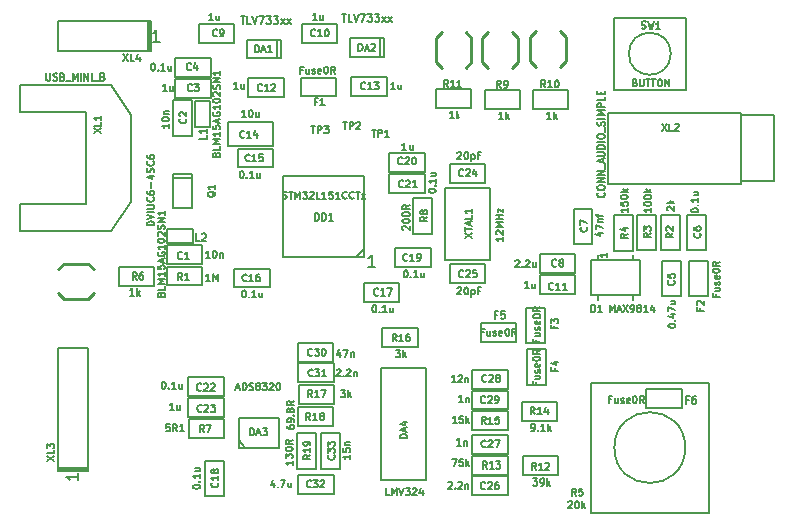
<source format=gto>
G04 #@! TF.FileFunction,Legend,Top*
%FSLAX46Y46*%
G04 Gerber Fmt 4.6, Leading zero omitted, Abs format (unit mm)*
G04 Created by KiCad (PCBNEW 4.0.0-rc1-stable) date 26.11.2015 18:28:28*
%MOMM*%
G01*
G04 APERTURE LIST*
%ADD10C,0.100000*%
%ADD11C,0.150000*%
%ADD12C,0.149860*%
%ADD13C,0.254000*%
G04 APERTURE END LIST*
D10*
D11*
X117503600Y-99223100D02*
X117503600Y-98423100D01*
X117503600Y-98423100D02*
X120503600Y-98423100D01*
X120503600Y-98423100D02*
X120503600Y-100023100D01*
X120503600Y-100023100D02*
X117503600Y-100023100D01*
X117503600Y-100023100D02*
X117503600Y-99223100D01*
X118823500Y-86139800D02*
X119623500Y-86139800D01*
X119623500Y-86139800D02*
X119623500Y-89139800D01*
X119623500Y-89139800D02*
X118023500Y-89139800D01*
X118023500Y-89139800D02*
X118023500Y-86139800D01*
X118023500Y-86139800D02*
X118823500Y-86139800D01*
X121223500Y-85139800D02*
X121223500Y-85939800D01*
X121223500Y-85939800D02*
X118223500Y-85939800D01*
X118223500Y-85939800D02*
X118223500Y-84339800D01*
X118223500Y-84339800D02*
X121223500Y-84339800D01*
X121223500Y-84339800D02*
X121223500Y-85139800D01*
X121223500Y-83339800D02*
X121223500Y-84139800D01*
X121223500Y-84139800D02*
X118223500Y-84139800D01*
X118223500Y-84139800D02*
X118223500Y-82539800D01*
X118223500Y-82539800D02*
X121223500Y-82539800D01*
X121223500Y-82539800D02*
X121223500Y-83339800D01*
X160241800Y-99731400D02*
X161041800Y-99731400D01*
X161041800Y-99731400D02*
X161041800Y-102731400D01*
X161041800Y-102731400D02*
X159441800Y-102731400D01*
X159441800Y-102731400D02*
X159441800Y-99731400D01*
X159441800Y-99731400D02*
X160241800Y-99731400D01*
X162321400Y-95846800D02*
X163121400Y-95846800D01*
X163121400Y-95846800D02*
X163121400Y-98846800D01*
X163121400Y-98846800D02*
X161521400Y-98846800D01*
X161521400Y-98846800D02*
X161521400Y-95846800D01*
X161521400Y-95846800D02*
X162321400Y-95846800D01*
X152746000Y-98324200D02*
X151946000Y-98324200D01*
X151946000Y-98324200D02*
X151946000Y-95324200D01*
X151946000Y-95324200D02*
X153546000Y-95324200D01*
X153546000Y-95324200D02*
X153546000Y-98324200D01*
X153546000Y-98324200D02*
X152746000Y-98324200D01*
X152071500Y-99980800D02*
X152071500Y-100780800D01*
X152071500Y-100780800D02*
X149071500Y-100780800D01*
X149071500Y-100780800D02*
X149071500Y-99180800D01*
X149071500Y-99180800D02*
X152071500Y-99180800D01*
X152071500Y-99180800D02*
X152071500Y-99980800D01*
X123232000Y-80468200D02*
X123232000Y-81268200D01*
X123232000Y-81268200D02*
X120232000Y-81268200D01*
X120232000Y-81268200D02*
X120232000Y-79668200D01*
X120232000Y-79668200D02*
X123232000Y-79668200D01*
X123232000Y-79668200D02*
X123232000Y-80468200D01*
X131927100Y-80488000D02*
X131927100Y-81288000D01*
X131927100Y-81288000D02*
X128927100Y-81288000D01*
X128927100Y-81288000D02*
X128927100Y-79688000D01*
X128927100Y-79688000D02*
X131927100Y-79688000D01*
X131927100Y-79688000D02*
X131927100Y-80488000D01*
X152071500Y-101777200D02*
X152071500Y-102577200D01*
X152071500Y-102577200D02*
X149071500Y-102577200D01*
X149071500Y-102577200D02*
X149071500Y-100977200D01*
X149071500Y-100977200D02*
X152071500Y-100977200D01*
X152071500Y-100977200D02*
X152071500Y-101777200D01*
X127410900Y-85060800D02*
X127410900Y-85860800D01*
X127410900Y-85860800D02*
X124410900Y-85860800D01*
X124410900Y-85860800D02*
X124410900Y-84260800D01*
X124410900Y-84260800D02*
X127410900Y-84260800D01*
X127410900Y-84260800D02*
X127410900Y-85060800D01*
X136133200Y-84948100D02*
X136133200Y-85748100D01*
X136133200Y-85748100D02*
X133133200Y-85748100D01*
X133133200Y-85748100D02*
X133133200Y-84148100D01*
X133133200Y-84148100D02*
X136133200Y-84148100D01*
X136133200Y-84148100D02*
X136133200Y-84948100D01*
X126488100Y-90000300D02*
X122688100Y-90000300D01*
X122688100Y-90000300D02*
X122688100Y-88000300D01*
X122688100Y-88000300D02*
X126488100Y-88000300D01*
X126488100Y-88000300D02*
X126488100Y-90000300D01*
X126498700Y-91029700D02*
X126498700Y-91829700D01*
X126498700Y-91829700D02*
X123498700Y-91829700D01*
X123498700Y-91829700D02*
X123498700Y-90229700D01*
X123498700Y-90229700D02*
X126498700Y-90229700D01*
X126498700Y-90229700D02*
X126498700Y-91029700D01*
X126204400Y-101189400D02*
X126204400Y-101989400D01*
X126204400Y-101989400D02*
X123204400Y-101989400D01*
X123204400Y-101989400D02*
X123204400Y-100389400D01*
X123204400Y-100389400D02*
X126204400Y-100389400D01*
X126204400Y-100389400D02*
X126204400Y-101189400D01*
X134184400Y-102417200D02*
X134184400Y-101617200D01*
X134184400Y-101617200D02*
X137184400Y-101617200D01*
X137184400Y-101617200D02*
X137184400Y-103217200D01*
X137184400Y-103217200D02*
X134184400Y-103217200D01*
X134184400Y-103217200D02*
X134184400Y-102417200D01*
X121581900Y-119667700D02*
X120781900Y-119667700D01*
X120781900Y-119667700D02*
X120781900Y-116667700D01*
X120781900Y-116667700D02*
X122381900Y-116667700D01*
X122381900Y-116667700D02*
X122381900Y-119667700D01*
X122381900Y-119667700D02*
X121581900Y-119667700D01*
X136838900Y-99466600D02*
X136838900Y-98666600D01*
X136838900Y-98666600D02*
X139838900Y-98666600D01*
X139838900Y-98666600D02*
X139838900Y-100266600D01*
X139838900Y-100266600D02*
X136838900Y-100266600D01*
X136838900Y-100266600D02*
X136838900Y-99466600D01*
X136340100Y-91417000D02*
X136340100Y-90617000D01*
X136340100Y-90617000D02*
X139340100Y-90617000D01*
X139340100Y-90617000D02*
X139340100Y-92217000D01*
X139340100Y-92217000D02*
X136340100Y-92217000D01*
X136340100Y-92217000D02*
X136340100Y-91417000D01*
X136359600Y-93176600D02*
X136359600Y-92376600D01*
X136359600Y-92376600D02*
X139359600Y-92376600D01*
X139359600Y-92376600D02*
X139359600Y-93976600D01*
X139359600Y-93976600D02*
X136359600Y-93976600D01*
X136359600Y-93976600D02*
X136359600Y-93176600D01*
X119326700Y-110402100D02*
X119326700Y-109602100D01*
X119326700Y-109602100D02*
X122326700Y-109602100D01*
X122326700Y-109602100D02*
X122326700Y-111202100D01*
X122326700Y-111202100D02*
X119326700Y-111202100D01*
X119326700Y-111202100D02*
X119326700Y-110402100D01*
X119330600Y-112155800D02*
X119330600Y-111355800D01*
X119330600Y-111355800D02*
X122330600Y-111355800D01*
X122330600Y-111355800D02*
X122330600Y-112955800D01*
X122330600Y-112955800D02*
X119330600Y-112955800D01*
X119330600Y-112955800D02*
X119330600Y-112155800D01*
X141456400Y-92354500D02*
X141456400Y-91554500D01*
X141456400Y-91554500D02*
X144456400Y-91554500D01*
X144456400Y-91554500D02*
X144456400Y-93154500D01*
X144456400Y-93154500D02*
X141456400Y-93154500D01*
X141456400Y-93154500D02*
X141456400Y-92354500D01*
X144479300Y-100798800D02*
X144479300Y-101598800D01*
X144479300Y-101598800D02*
X141479300Y-101598800D01*
X141479300Y-101598800D02*
X141479300Y-99998800D01*
X141479300Y-99998800D02*
X144479300Y-99998800D01*
X144479300Y-99998800D02*
X144479300Y-100798800D01*
X143377900Y-118791200D02*
X143377900Y-117991200D01*
X143377900Y-117991200D02*
X146377900Y-117991200D01*
X146377900Y-117991200D02*
X146377900Y-119591200D01*
X146377900Y-119591200D02*
X143377900Y-119591200D01*
X143377900Y-119591200D02*
X143377900Y-118791200D01*
X143382100Y-115300700D02*
X143382100Y-114500700D01*
X143382100Y-114500700D02*
X146382100Y-114500700D01*
X146382100Y-114500700D02*
X146382100Y-116100700D01*
X146382100Y-116100700D02*
X143382100Y-116100700D01*
X143382100Y-116100700D02*
X143382100Y-115300700D01*
X143361100Y-109767000D02*
X143361100Y-108967000D01*
X143361100Y-108967000D02*
X146361100Y-108967000D01*
X146361100Y-108967000D02*
X146361100Y-110567000D01*
X146361100Y-110567000D02*
X143361100Y-110567000D01*
X143361100Y-110567000D02*
X143361100Y-109767000D01*
X143368500Y-111522000D02*
X143368500Y-110722000D01*
X143368500Y-110722000D02*
X146368500Y-110722000D01*
X146368500Y-110722000D02*
X146368500Y-112322000D01*
X146368500Y-112322000D02*
X143368500Y-112322000D01*
X143368500Y-112322000D02*
X143368500Y-111522000D01*
X131610600Y-107475100D02*
X131610600Y-108275100D01*
X131610600Y-108275100D02*
X128610600Y-108275100D01*
X128610600Y-108275100D02*
X128610600Y-106675100D01*
X128610600Y-106675100D02*
X131610600Y-106675100D01*
X131610600Y-106675100D02*
X131610600Y-107475100D01*
X131625400Y-109226100D02*
X131625400Y-110026100D01*
X131625400Y-110026100D02*
X128625400Y-110026100D01*
X128625400Y-110026100D02*
X128625400Y-108426100D01*
X128625400Y-108426100D02*
X131625400Y-108426100D01*
X131625400Y-108426100D02*
X131625400Y-109226100D01*
X131650000Y-118650000D02*
X131650000Y-119450000D01*
X131650000Y-119450000D02*
X128650000Y-119450000D01*
X128650000Y-119450000D02*
X128650000Y-117850000D01*
X128650000Y-117850000D02*
X131650000Y-117850000D01*
X131650000Y-117850000D02*
X131650000Y-118650000D01*
X131350000Y-117350000D02*
X130550000Y-117350000D01*
X130550000Y-117350000D02*
X130550000Y-114350000D01*
X130550000Y-114350000D02*
X132150000Y-114350000D01*
X132150000Y-114350000D02*
X132150000Y-117350000D01*
X132150000Y-117350000D02*
X131350000Y-117350000D01*
X154000000Y-102650000D02*
X154000000Y-103050000D01*
X154000000Y-99650000D02*
X154000000Y-99250000D01*
X157000000Y-102650000D02*
X157000000Y-103050000D01*
X157000000Y-99650000D02*
X157000000Y-99250000D01*
X157600000Y-99650000D02*
X157600000Y-102650000D01*
X157600000Y-102650000D02*
X153400000Y-102650000D01*
X153400000Y-102650000D02*
X153400000Y-99650000D01*
X153400000Y-99650000D02*
X157600000Y-99650000D01*
X126865400Y-81002500D02*
X126865400Y-82602500D01*
D12*
X127215740Y-81002400D02*
X127215740Y-82602600D01*
X127215740Y-82602600D02*
X124315060Y-82602600D01*
X124315060Y-82602600D02*
X124315060Y-81002400D01*
X124315060Y-81002400D02*
X127215740Y-81002400D01*
D11*
X135535900Y-80871500D02*
X135535900Y-82471500D01*
D12*
X135886240Y-80871400D02*
X135886240Y-82471600D01*
X135886240Y-82471600D02*
X132985560Y-82471600D01*
X132985560Y-82471600D02*
X132985560Y-80871400D01*
X132985560Y-80871400D02*
X135886240Y-80871400D01*
D11*
X123607300Y-114878600D02*
X124157300Y-115578600D01*
X123607300Y-113078600D02*
X127007300Y-113078600D01*
X127007300Y-113078600D02*
X127007300Y-115578600D01*
X127007300Y-115578600D02*
X123607300Y-115578600D01*
X123607300Y-115578600D02*
X123607300Y-113078600D01*
X135650000Y-118250000D02*
X135650000Y-108850000D01*
X135650000Y-108850000D02*
X139450000Y-108850000D01*
X139450000Y-108850000D02*
X139450000Y-118250000D01*
X139450000Y-118250000D02*
X135650000Y-118250000D01*
X134238700Y-98712700D02*
X133538700Y-99412700D01*
X130788700Y-99412700D02*
X127338700Y-99412700D01*
X127338700Y-99412700D02*
X127338700Y-92512700D01*
X127338700Y-92512700D02*
X134238700Y-92512700D01*
X134238700Y-92512700D02*
X134238700Y-99412700D01*
X134238700Y-99412700D02*
X130788700Y-99412700D01*
X131867900Y-85019700D02*
X131867900Y-85819700D01*
X131867900Y-85819700D02*
X128867900Y-85819700D01*
X128867900Y-85819700D02*
X128867900Y-84219700D01*
X128867900Y-84219700D02*
X131867900Y-84219700D01*
X131867900Y-84219700D02*
X131867900Y-85019700D01*
X162533600Y-99719200D02*
X163333600Y-99719200D01*
X163333600Y-99719200D02*
X163333600Y-102719200D01*
X163333600Y-102719200D02*
X161733600Y-102719200D01*
X161733600Y-102719200D02*
X161733600Y-99719200D01*
X161733600Y-99719200D02*
X162533600Y-99719200D01*
X148757000Y-103691800D02*
X149557000Y-103691800D01*
X149557000Y-103691800D02*
X149557000Y-106691800D01*
X149557000Y-106691800D02*
X147957000Y-106691800D01*
X147957000Y-106691800D02*
X147957000Y-103691800D01*
X147957000Y-103691800D02*
X148757000Y-103691800D01*
X148811000Y-107235900D02*
X149611000Y-107235900D01*
X149611000Y-107235900D02*
X149611000Y-110235900D01*
X149611000Y-110235900D02*
X148011000Y-110235900D01*
X148011000Y-110235900D02*
X148011000Y-107235900D01*
X148011000Y-107235900D02*
X148811000Y-107235900D01*
X147076300Y-105797600D02*
X147076300Y-106597600D01*
X147076300Y-106597600D02*
X144076300Y-106597600D01*
X144076300Y-106597600D02*
X144076300Y-104997600D01*
X144076300Y-104997600D02*
X147076300Y-104997600D01*
X147076300Y-104997600D02*
X147076300Y-105797600D01*
X158100000Y-111400000D02*
X158100000Y-110600000D01*
X158100000Y-110600000D02*
X161100000Y-110600000D01*
X161100000Y-110600000D02*
X161100000Y-112200000D01*
X161100000Y-112200000D02*
X158100000Y-112200000D01*
X158100000Y-112200000D02*
X158100000Y-111400000D01*
X121123500Y-87339800D02*
X121123500Y-88439800D01*
X121123500Y-88439800D02*
X119923500Y-88439800D01*
X119923500Y-88439800D02*
X119923500Y-86239800D01*
X119923500Y-86239800D02*
X121123500Y-86239800D01*
X121123500Y-86239800D02*
X121123500Y-87339800D01*
X118603600Y-98223100D02*
X117503600Y-98223100D01*
X117503600Y-98223100D02*
X117503600Y-97023100D01*
X117503600Y-97023100D02*
X119703600Y-97023100D01*
X119703600Y-97023100D02*
X119703600Y-98223100D01*
X119703600Y-98223100D02*
X118603600Y-98223100D01*
X118071200Y-92717100D02*
X119671200Y-92717100D01*
D12*
X118071100Y-92366760D02*
X119671300Y-92366760D01*
X119671300Y-92366760D02*
X119671300Y-95267440D01*
X119671300Y-95267440D02*
X118071100Y-95267440D01*
X118071100Y-95267440D02*
X118071100Y-92366760D01*
D11*
X117503600Y-101023100D02*
X117503600Y-100223100D01*
X117503600Y-100223100D02*
X120503600Y-100223100D01*
X120503600Y-100223100D02*
X120503600Y-101823100D01*
X120503600Y-101823100D02*
X117503600Y-101823100D01*
X117503600Y-101823100D02*
X117503600Y-101023100D01*
X160155100Y-95851000D02*
X160955100Y-95851000D01*
X160955100Y-95851000D02*
X160955100Y-98851000D01*
X160955100Y-98851000D02*
X159355100Y-98851000D01*
X159355100Y-98851000D02*
X159355100Y-95851000D01*
X159355100Y-95851000D02*
X160155100Y-95851000D01*
X158143000Y-95840500D02*
X158943000Y-95840500D01*
X158943000Y-95840500D02*
X158943000Y-98840500D01*
X158943000Y-98840500D02*
X157343000Y-98840500D01*
X157343000Y-98840500D02*
X157343000Y-95840500D01*
X157343000Y-95840500D02*
X158143000Y-95840500D01*
X156173600Y-98864000D02*
X155373600Y-98864000D01*
X155373600Y-98864000D02*
X155373600Y-95864000D01*
X155373600Y-95864000D02*
X156973600Y-95864000D01*
X156973600Y-95864000D02*
X156973600Y-98864000D01*
X156973600Y-98864000D02*
X156173600Y-98864000D01*
X163400000Y-115550000D02*
X163400000Y-110050000D01*
X163400000Y-110050000D02*
X153400000Y-110050000D01*
X153400000Y-110050000D02*
X153400000Y-115550000D01*
X163400000Y-115550000D02*
X163400000Y-121050000D01*
X163400000Y-121050000D02*
X153400000Y-121050000D01*
X153400000Y-121050000D02*
X153400000Y-115550000D01*
X161400000Y-115550000D02*
G75*
G03X161400000Y-115550000I-3000000J0D01*
G01*
X116452900Y-101045300D02*
X116452900Y-101845300D01*
X116452900Y-101845300D02*
X113452900Y-101845300D01*
X113452900Y-101845300D02*
X113452900Y-100245300D01*
X113452900Y-100245300D02*
X116452900Y-100245300D01*
X116452900Y-100245300D02*
X116452900Y-101045300D01*
X119351300Y-113929300D02*
X119351300Y-113129300D01*
X119351300Y-113129300D02*
X122351300Y-113129300D01*
X122351300Y-113129300D02*
X122351300Y-114729300D01*
X122351300Y-114729300D02*
X119351300Y-114729300D01*
X119351300Y-114729300D02*
X119351300Y-113929300D01*
X139185000Y-94457500D02*
X139985000Y-94457500D01*
X139985000Y-94457500D02*
X139985000Y-97457500D01*
X139985000Y-97457500D02*
X138385000Y-97457500D01*
X138385000Y-97457500D02*
X138385000Y-94457500D01*
X138385000Y-94457500D02*
X139185000Y-94457500D01*
X144451000Y-86071500D02*
X144451000Y-85271500D01*
X144451000Y-85271500D02*
X147451000Y-85271500D01*
X147451000Y-85271500D02*
X147451000Y-86871500D01*
X147451000Y-86871500D02*
X144451000Y-86871500D01*
X144451000Y-86871500D02*
X144451000Y-86071500D01*
X148496000Y-86046300D02*
X148496000Y-85246300D01*
X148496000Y-85246300D02*
X151496000Y-85246300D01*
X151496000Y-85246300D02*
X151496000Y-86846300D01*
X151496000Y-86846300D02*
X148496000Y-86846300D01*
X148496000Y-86846300D02*
X148496000Y-86046300D01*
X140258900Y-86008700D02*
X140258900Y-85208700D01*
X140258900Y-85208700D02*
X143258900Y-85208700D01*
X143258900Y-85208700D02*
X143258900Y-86808700D01*
X143258900Y-86808700D02*
X140258900Y-86808700D01*
X140258900Y-86808700D02*
X140258900Y-86008700D01*
X147650000Y-117091600D02*
X147650000Y-116291600D01*
X147650000Y-116291600D02*
X150650000Y-116291600D01*
X150650000Y-116291600D02*
X150650000Y-117891600D01*
X150650000Y-117891600D02*
X147650000Y-117891600D01*
X147650000Y-117891600D02*
X147650000Y-117091600D01*
X143386400Y-117050000D02*
X143386400Y-116250000D01*
X143386400Y-116250000D02*
X146386400Y-116250000D01*
X146386400Y-116250000D02*
X146386400Y-117850000D01*
X146386400Y-117850000D02*
X143386400Y-117850000D01*
X143386400Y-117850000D02*
X143386400Y-117050000D01*
X147570800Y-112480800D02*
X147570800Y-111680800D01*
X147570800Y-111680800D02*
X150570800Y-111680800D01*
X150570800Y-111680800D02*
X150570800Y-113280800D01*
X150570800Y-113280800D02*
X147570800Y-113280800D01*
X147570800Y-113280800D02*
X147570800Y-112480800D01*
X143383000Y-113269600D02*
X143383000Y-112469600D01*
X143383000Y-112469600D02*
X146383000Y-112469600D01*
X146383000Y-112469600D02*
X146383000Y-114069600D01*
X146383000Y-114069600D02*
X143383000Y-114069600D01*
X143383000Y-114069600D02*
X143383000Y-113269600D01*
X135754700Y-106207000D02*
X135754700Y-105407000D01*
X135754700Y-105407000D02*
X138754700Y-105407000D01*
X138754700Y-105407000D02*
X138754700Y-107007000D01*
X138754700Y-107007000D02*
X135754700Y-107007000D01*
X135754700Y-107007000D02*
X135754700Y-106207000D01*
X131662000Y-111016900D02*
X131662000Y-111816900D01*
X131662000Y-111816900D02*
X128662000Y-111816900D01*
X128662000Y-111816900D02*
X128662000Y-110216900D01*
X128662000Y-110216900D02*
X131662000Y-110216900D01*
X131662000Y-110216900D02*
X131662000Y-111016900D01*
X128600000Y-112950000D02*
X128600000Y-112150000D01*
X128600000Y-112150000D02*
X131600000Y-112150000D01*
X131600000Y-112150000D02*
X131600000Y-113750000D01*
X131600000Y-113750000D02*
X128600000Y-113750000D01*
X128600000Y-113750000D02*
X128600000Y-112950000D01*
X129350000Y-117350000D02*
X128550000Y-117350000D01*
X128550000Y-117350000D02*
X128550000Y-114350000D01*
X128550000Y-114350000D02*
X130150000Y-114350000D01*
X130150000Y-114350000D02*
X130150000Y-117350000D01*
X130150000Y-117350000D02*
X129350000Y-117350000D01*
X160178000Y-82200000D02*
G75*
G03X160178000Y-82200000I-1778000J0D01*
G01*
X161448000Y-85248000D02*
X161448000Y-79152000D01*
X161448000Y-79152000D02*
X155352000Y-79152000D01*
X155352000Y-79152000D02*
X155352000Y-85248000D01*
X155352000Y-85248000D02*
X161448000Y-85248000D01*
X105060800Y-87150000D02*
X105060800Y-84850000D01*
X105060800Y-84850000D02*
X112760800Y-84850000D01*
X112760800Y-84850000D02*
X114460800Y-87350000D01*
X114460800Y-87350000D02*
X114460800Y-94750000D01*
X114460800Y-94750000D02*
X112760800Y-97250000D01*
X112760800Y-97250000D02*
X105060800Y-97250000D01*
X105060800Y-97250000D02*
X105060800Y-94950000D01*
X105060800Y-87150000D02*
X110660800Y-87150000D01*
X110660800Y-87150000D02*
X110660800Y-94950000D01*
X110660800Y-94950000D02*
X105060800Y-94950000D01*
D12*
X166100000Y-87400920D02*
X166100000Y-87200260D01*
X166100000Y-87200260D02*
X154901140Y-87200260D01*
X154901140Y-87200260D02*
X154901140Y-93199740D01*
X154901140Y-93199740D02*
X166100000Y-93199740D01*
X166100000Y-93199740D02*
X166100000Y-92999080D01*
X166100000Y-87400920D02*
X168899080Y-87400920D01*
X168899080Y-87400920D02*
X168899080Y-92999080D01*
X168899080Y-92999080D02*
X166100000Y-92999080D01*
X166100000Y-92999080D02*
X166100000Y-87400920D01*
D11*
X110807800Y-117276000D02*
X110807800Y-117530000D01*
X110807800Y-117530000D02*
X108267800Y-117530000D01*
X108267800Y-117530000D02*
X108267800Y-117276000D01*
X108267800Y-117276000D02*
X108267800Y-117403000D01*
X108267800Y-117403000D02*
X110807800Y-117403000D01*
X108267800Y-117276000D02*
X108267800Y-107116000D01*
X108267800Y-107116000D02*
X110807800Y-107116000D01*
X110807800Y-107116000D02*
X110807800Y-117276000D01*
X110807800Y-117276000D02*
X108267800Y-117276000D01*
X115885900Y-79451500D02*
X108265900Y-79451500D01*
X115885900Y-81991500D02*
X108265900Y-81991500D01*
X115885900Y-79451500D02*
X116139900Y-79451500D01*
X116139900Y-79451500D02*
X116139900Y-81991500D01*
X116139900Y-81991500D02*
X115885900Y-81991500D01*
X115885900Y-81991500D02*
X116012900Y-81991500D01*
X116012900Y-81991500D02*
X116012900Y-79451500D01*
X108265900Y-81991500D02*
X108265900Y-79451500D01*
X115885900Y-79451500D02*
X115885900Y-81991500D01*
X144888700Y-96598800D02*
X144888700Y-99646800D01*
X144888700Y-99646800D02*
X141078700Y-99646800D01*
X141078700Y-99646800D02*
X141078700Y-93550800D01*
X141078700Y-93550800D02*
X144888700Y-93550800D01*
X144888700Y-93550800D02*
X144888700Y-96598800D01*
D13*
X110832560Y-99968360D02*
X108831040Y-99968360D01*
X108831040Y-99968360D02*
X108330660Y-100468740D01*
X111332940Y-100468740D02*
X110832560Y-99968360D01*
X108330660Y-102470260D02*
X108831040Y-102970640D01*
X108831040Y-102970640D02*
X110832560Y-102970640D01*
X110832560Y-102970640D02*
X111332940Y-102470260D01*
X147201140Y-82900760D02*
X147201140Y-80899240D01*
X147201140Y-80899240D02*
X146700760Y-80398860D01*
X146700760Y-83401140D02*
X147201140Y-82900760D01*
X144699240Y-80398860D02*
X144198860Y-80899240D01*
X144198860Y-80899240D02*
X144198860Y-82900760D01*
X144198860Y-82900760D02*
X144699240Y-83401140D01*
X151301140Y-82800760D02*
X151301140Y-80799240D01*
X151301140Y-80799240D02*
X150800760Y-80298860D01*
X150800760Y-83301140D02*
X151301140Y-82800760D01*
X148799240Y-80298860D02*
X148298860Y-80799240D01*
X148298860Y-80799240D02*
X148298860Y-82800760D01*
X148298860Y-82800760D02*
X148799240Y-83301140D01*
X143301140Y-82900760D02*
X143301140Y-80899240D01*
X143301140Y-80899240D02*
X142800760Y-80398860D01*
X142800760Y-83401140D02*
X143301140Y-82900760D01*
X140799240Y-80398860D02*
X140298860Y-80899240D01*
X140298860Y-80899240D02*
X140298860Y-82900760D01*
X140298860Y-82900760D02*
X140799240Y-83401140D01*
D11*
X118800000Y-99514286D02*
X118771429Y-99542857D01*
X118685715Y-99571429D01*
X118628572Y-99571429D01*
X118542857Y-99542857D01*
X118485715Y-99485714D01*
X118457143Y-99428571D01*
X118428572Y-99314286D01*
X118428572Y-99228571D01*
X118457143Y-99114286D01*
X118485715Y-99057143D01*
X118542857Y-99000000D01*
X118628572Y-98971429D01*
X118685715Y-98971429D01*
X118771429Y-99000000D01*
X118800000Y-99028571D01*
X119371429Y-99571429D02*
X119028572Y-99571429D01*
X119200000Y-99571429D02*
X119200000Y-98971429D01*
X119142857Y-99057143D01*
X119085715Y-99114286D01*
X119028572Y-99142857D01*
X121164286Y-99471429D02*
X120821429Y-99471429D01*
X120992857Y-99471429D02*
X120992857Y-98871429D01*
X120935714Y-98957143D01*
X120878572Y-99014286D01*
X120821429Y-99042857D01*
X121535715Y-98871429D02*
X121592858Y-98871429D01*
X121650001Y-98900000D01*
X121678572Y-98928571D01*
X121707143Y-98985714D01*
X121735715Y-99100000D01*
X121735715Y-99242857D01*
X121707143Y-99357143D01*
X121678572Y-99414286D01*
X121650001Y-99442857D01*
X121592858Y-99471429D01*
X121535715Y-99471429D01*
X121478572Y-99442857D01*
X121450001Y-99414286D01*
X121421429Y-99357143D01*
X121392858Y-99242857D01*
X121392858Y-99100000D01*
X121421429Y-98985714D01*
X121450001Y-98928571D01*
X121478572Y-98900000D01*
X121535715Y-98871429D01*
X121992858Y-99071429D02*
X121992858Y-99471429D01*
X121992858Y-99128571D02*
X122021430Y-99100000D01*
X122078572Y-99071429D01*
X122164287Y-99071429D01*
X122221430Y-99100000D01*
X122250001Y-99157143D01*
X122250001Y-99471429D01*
X119114286Y-87700000D02*
X119142857Y-87728571D01*
X119171429Y-87814285D01*
X119171429Y-87871428D01*
X119142857Y-87957143D01*
X119085714Y-88014285D01*
X119028571Y-88042857D01*
X118914286Y-88071428D01*
X118828571Y-88071428D01*
X118714286Y-88042857D01*
X118657143Y-88014285D01*
X118600000Y-87957143D01*
X118571429Y-87871428D01*
X118571429Y-87814285D01*
X118600000Y-87728571D01*
X118628571Y-87700000D01*
X118628571Y-87471428D02*
X118600000Y-87442857D01*
X118571429Y-87385714D01*
X118571429Y-87242857D01*
X118600000Y-87185714D01*
X118628571Y-87157143D01*
X118685714Y-87128571D01*
X118742857Y-87128571D01*
X118828571Y-87157143D01*
X119171429Y-87500000D01*
X119171429Y-87128571D01*
X117695389Y-88124574D02*
X117695389Y-88467431D01*
X117695389Y-88296003D02*
X117095389Y-88296003D01*
X117181103Y-88353146D01*
X117238246Y-88410288D01*
X117266817Y-88467431D01*
X117095389Y-87753145D02*
X117095389Y-87696002D01*
X117123960Y-87638859D01*
X117152531Y-87610288D01*
X117209674Y-87581717D01*
X117323960Y-87553145D01*
X117466817Y-87553145D01*
X117581103Y-87581717D01*
X117638246Y-87610288D01*
X117666817Y-87638859D01*
X117695389Y-87696002D01*
X117695389Y-87753145D01*
X117666817Y-87810288D01*
X117638246Y-87838859D01*
X117581103Y-87867431D01*
X117466817Y-87896002D01*
X117323960Y-87896002D01*
X117209674Y-87867431D01*
X117152531Y-87838859D01*
X117123960Y-87810288D01*
X117095389Y-87753145D01*
X117295389Y-87296002D02*
X117695389Y-87296002D01*
X117352531Y-87296002D02*
X117323960Y-87267430D01*
X117295389Y-87210288D01*
X117295389Y-87124573D01*
X117323960Y-87067430D01*
X117381103Y-87038859D01*
X117695389Y-87038859D01*
X119650000Y-85314286D02*
X119621429Y-85342857D01*
X119535715Y-85371429D01*
X119478572Y-85371429D01*
X119392857Y-85342857D01*
X119335715Y-85285714D01*
X119307143Y-85228571D01*
X119278572Y-85114286D01*
X119278572Y-85028571D01*
X119307143Y-84914286D01*
X119335715Y-84857143D01*
X119392857Y-84800000D01*
X119478572Y-84771429D01*
X119535715Y-84771429D01*
X119621429Y-84800000D01*
X119650000Y-84828571D01*
X119850000Y-84771429D02*
X120221429Y-84771429D01*
X120021429Y-85000000D01*
X120107143Y-85000000D01*
X120164286Y-85028571D01*
X120192857Y-85057143D01*
X120221429Y-85114286D01*
X120221429Y-85257143D01*
X120192857Y-85314286D01*
X120164286Y-85342857D01*
X120107143Y-85371429D01*
X119935715Y-85371429D01*
X119878572Y-85342857D01*
X119850000Y-85314286D01*
X117500000Y-85371429D02*
X117157143Y-85371429D01*
X117328571Y-85371429D02*
X117328571Y-84771429D01*
X117271428Y-84857143D01*
X117214286Y-84914286D01*
X117157143Y-84942857D01*
X118014286Y-84971429D02*
X118014286Y-85371429D01*
X117757143Y-84971429D02*
X117757143Y-85285714D01*
X117785715Y-85342857D01*
X117842857Y-85371429D01*
X117928572Y-85371429D01*
X117985715Y-85342857D01*
X118014286Y-85314286D01*
X119550000Y-83514286D02*
X119521429Y-83542857D01*
X119435715Y-83571429D01*
X119378572Y-83571429D01*
X119292857Y-83542857D01*
X119235715Y-83485714D01*
X119207143Y-83428571D01*
X119178572Y-83314286D01*
X119178572Y-83228571D01*
X119207143Y-83114286D01*
X119235715Y-83057143D01*
X119292857Y-83000000D01*
X119378572Y-82971429D01*
X119435715Y-82971429D01*
X119521429Y-83000000D01*
X119550000Y-83028571D01*
X120064286Y-83171429D02*
X120064286Y-83571429D01*
X119921429Y-82942857D02*
X119778572Y-83371429D01*
X120150000Y-83371429D01*
X116321429Y-83021429D02*
X116378572Y-83021429D01*
X116435715Y-83050000D01*
X116464286Y-83078571D01*
X116492857Y-83135714D01*
X116521429Y-83250000D01*
X116521429Y-83392857D01*
X116492857Y-83507143D01*
X116464286Y-83564286D01*
X116435715Y-83592857D01*
X116378572Y-83621429D01*
X116321429Y-83621429D01*
X116264286Y-83592857D01*
X116235715Y-83564286D01*
X116207143Y-83507143D01*
X116178572Y-83392857D01*
X116178572Y-83250000D01*
X116207143Y-83135714D01*
X116235715Y-83078571D01*
X116264286Y-83050000D01*
X116321429Y-83021429D01*
X116778572Y-83564286D02*
X116807144Y-83592857D01*
X116778572Y-83621429D01*
X116750001Y-83592857D01*
X116778572Y-83564286D01*
X116778572Y-83621429D01*
X117378572Y-83621429D02*
X117035715Y-83621429D01*
X117207143Y-83621429D02*
X117207143Y-83021429D01*
X117150000Y-83107143D01*
X117092858Y-83164286D01*
X117035715Y-83192857D01*
X117892858Y-83221429D02*
X117892858Y-83621429D01*
X117635715Y-83221429D02*
X117635715Y-83535714D01*
X117664287Y-83592857D01*
X117721429Y-83621429D01*
X117807144Y-83621429D01*
X117864287Y-83592857D01*
X117892858Y-83564286D01*
X160464286Y-101400000D02*
X160492857Y-101428571D01*
X160521429Y-101514285D01*
X160521429Y-101571428D01*
X160492857Y-101657143D01*
X160435714Y-101714285D01*
X160378571Y-101742857D01*
X160264286Y-101771428D01*
X160178571Y-101771428D01*
X160064286Y-101742857D01*
X160007143Y-101714285D01*
X159950000Y-101657143D01*
X159921429Y-101571428D01*
X159921429Y-101514285D01*
X159950000Y-101428571D01*
X159978571Y-101400000D01*
X159921429Y-100857143D02*
X159921429Y-101142857D01*
X160207143Y-101171428D01*
X160178571Y-101142857D01*
X160150000Y-101085714D01*
X160150000Y-100942857D01*
X160178571Y-100885714D01*
X160207143Y-100857143D01*
X160264286Y-100828571D01*
X160407143Y-100828571D01*
X160464286Y-100857143D01*
X160492857Y-100885714D01*
X160521429Y-100942857D01*
X160521429Y-101085714D01*
X160492857Y-101142857D01*
X160464286Y-101171428D01*
X159971429Y-105264286D02*
X159971429Y-105207143D01*
X160000000Y-105150000D01*
X160028571Y-105121429D01*
X160085714Y-105092858D01*
X160200000Y-105064286D01*
X160342857Y-105064286D01*
X160457143Y-105092858D01*
X160514286Y-105121429D01*
X160542857Y-105150000D01*
X160571429Y-105207143D01*
X160571429Y-105264286D01*
X160542857Y-105321429D01*
X160514286Y-105350000D01*
X160457143Y-105378572D01*
X160342857Y-105407143D01*
X160200000Y-105407143D01*
X160085714Y-105378572D01*
X160028571Y-105350000D01*
X160000000Y-105321429D01*
X159971429Y-105264286D01*
X160514286Y-104807143D02*
X160542857Y-104778571D01*
X160571429Y-104807143D01*
X160542857Y-104835714D01*
X160514286Y-104807143D01*
X160571429Y-104807143D01*
X160171429Y-104264286D02*
X160571429Y-104264286D01*
X159942857Y-104407143D02*
X160371429Y-104550000D01*
X160371429Y-104178572D01*
X159971429Y-104007143D02*
X159971429Y-103607143D01*
X160571429Y-103864286D01*
X160171429Y-103121428D02*
X160571429Y-103121428D01*
X160171429Y-103378571D02*
X160485714Y-103378571D01*
X160542857Y-103349999D01*
X160571429Y-103292857D01*
X160571429Y-103207142D01*
X160542857Y-103149999D01*
X160514286Y-103121428D01*
X162664286Y-97400000D02*
X162692857Y-97428571D01*
X162721429Y-97514285D01*
X162721429Y-97571428D01*
X162692857Y-97657143D01*
X162635714Y-97714285D01*
X162578571Y-97742857D01*
X162464286Y-97771428D01*
X162378571Y-97771428D01*
X162264286Y-97742857D01*
X162207143Y-97714285D01*
X162150000Y-97657143D01*
X162121429Y-97571428D01*
X162121429Y-97514285D01*
X162150000Y-97428571D01*
X162178571Y-97400000D01*
X162121429Y-96885714D02*
X162121429Y-97000000D01*
X162150000Y-97057143D01*
X162178571Y-97085714D01*
X162264286Y-97142857D01*
X162378571Y-97171428D01*
X162607143Y-97171428D01*
X162664286Y-97142857D01*
X162692857Y-97114285D01*
X162721429Y-97057143D01*
X162721429Y-96942857D01*
X162692857Y-96885714D01*
X162664286Y-96857143D01*
X162607143Y-96828571D01*
X162464286Y-96828571D01*
X162407143Y-96857143D01*
X162378571Y-96885714D01*
X162350000Y-96942857D01*
X162350000Y-97057143D01*
X162378571Y-97114285D01*
X162407143Y-97142857D01*
X162464286Y-97171428D01*
X161921429Y-95478571D02*
X161921429Y-95421428D01*
X161950000Y-95364285D01*
X161978571Y-95335714D01*
X162035714Y-95307143D01*
X162150000Y-95278571D01*
X162292857Y-95278571D01*
X162407143Y-95307143D01*
X162464286Y-95335714D01*
X162492857Y-95364285D01*
X162521429Y-95421428D01*
X162521429Y-95478571D01*
X162492857Y-95535714D01*
X162464286Y-95564285D01*
X162407143Y-95592857D01*
X162292857Y-95621428D01*
X162150000Y-95621428D01*
X162035714Y-95592857D01*
X161978571Y-95564285D01*
X161950000Y-95535714D01*
X161921429Y-95478571D01*
X162464286Y-95021428D02*
X162492857Y-94992856D01*
X162521429Y-95021428D01*
X162492857Y-95049999D01*
X162464286Y-95021428D01*
X162521429Y-95021428D01*
X162521429Y-94421428D02*
X162521429Y-94764285D01*
X162521429Y-94592857D02*
X161921429Y-94592857D01*
X162007143Y-94650000D01*
X162064286Y-94707142D01*
X162092857Y-94764285D01*
X162121429Y-93907142D02*
X162521429Y-93907142D01*
X162121429Y-94164285D02*
X162435714Y-94164285D01*
X162492857Y-94135713D01*
X162521429Y-94078571D01*
X162521429Y-93992856D01*
X162492857Y-93935713D01*
X162464286Y-93907142D01*
X153064286Y-96900000D02*
X153092857Y-96928571D01*
X153121429Y-97014285D01*
X153121429Y-97071428D01*
X153092857Y-97157143D01*
X153035714Y-97214285D01*
X152978571Y-97242857D01*
X152864286Y-97271428D01*
X152778571Y-97271428D01*
X152664286Y-97242857D01*
X152607143Y-97214285D01*
X152550000Y-97157143D01*
X152521429Y-97071428D01*
X152521429Y-97014285D01*
X152550000Y-96928571D01*
X152578571Y-96900000D01*
X152521429Y-96700000D02*
X152521429Y-96300000D01*
X153121429Y-96557143D01*
X154016969Y-97339426D02*
X154416969Y-97339426D01*
X153788397Y-97482283D02*
X154216969Y-97625140D01*
X154216969Y-97253712D01*
X153816969Y-97082283D02*
X153816969Y-96682283D01*
X154416969Y-96939426D01*
X154016969Y-96453711D02*
X154416969Y-96453711D01*
X154074111Y-96453711D02*
X154045540Y-96425139D01*
X154016969Y-96367997D01*
X154016969Y-96282282D01*
X154045540Y-96225139D01*
X154102683Y-96196568D01*
X154416969Y-96196568D01*
X154016969Y-95996568D02*
X154016969Y-95767997D01*
X154416969Y-95910854D02*
X153902683Y-95910854D01*
X153845540Y-95882282D01*
X153816969Y-95825140D01*
X153816969Y-95767997D01*
X150500000Y-100164286D02*
X150471429Y-100192857D01*
X150385715Y-100221429D01*
X150328572Y-100221429D01*
X150242857Y-100192857D01*
X150185715Y-100135714D01*
X150157143Y-100078571D01*
X150128572Y-99964286D01*
X150128572Y-99878571D01*
X150157143Y-99764286D01*
X150185715Y-99707143D01*
X150242857Y-99650000D01*
X150328572Y-99621429D01*
X150385715Y-99621429D01*
X150471429Y-99650000D01*
X150500000Y-99678571D01*
X150842857Y-99878571D02*
X150785715Y-99850000D01*
X150757143Y-99821429D01*
X150728572Y-99764286D01*
X150728572Y-99735714D01*
X150757143Y-99678571D01*
X150785715Y-99650000D01*
X150842857Y-99621429D01*
X150957143Y-99621429D01*
X151014286Y-99650000D01*
X151042857Y-99678571D01*
X151071429Y-99735714D01*
X151071429Y-99764286D01*
X151042857Y-99821429D01*
X151014286Y-99850000D01*
X150957143Y-99878571D01*
X150842857Y-99878571D01*
X150785715Y-99907143D01*
X150757143Y-99935714D01*
X150728572Y-99992857D01*
X150728572Y-100107143D01*
X150757143Y-100164286D01*
X150785715Y-100192857D01*
X150842857Y-100221429D01*
X150957143Y-100221429D01*
X151014286Y-100192857D01*
X151042857Y-100164286D01*
X151071429Y-100107143D01*
X151071429Y-99992857D01*
X151042857Y-99935714D01*
X151014286Y-99907143D01*
X150957143Y-99878571D01*
X147028572Y-99728571D02*
X147057143Y-99700000D01*
X147114286Y-99671429D01*
X147257143Y-99671429D01*
X147314286Y-99700000D01*
X147342857Y-99728571D01*
X147371429Y-99785714D01*
X147371429Y-99842857D01*
X147342857Y-99928571D01*
X147000000Y-100271429D01*
X147371429Y-100271429D01*
X147628572Y-100214286D02*
X147657144Y-100242857D01*
X147628572Y-100271429D01*
X147600001Y-100242857D01*
X147628572Y-100214286D01*
X147628572Y-100271429D01*
X147885715Y-99728571D02*
X147914286Y-99700000D01*
X147971429Y-99671429D01*
X148114286Y-99671429D01*
X148171429Y-99700000D01*
X148200000Y-99728571D01*
X148228572Y-99785714D01*
X148228572Y-99842857D01*
X148200000Y-99928571D01*
X147857143Y-100271429D01*
X148228572Y-100271429D01*
X148742858Y-99871429D02*
X148742858Y-100271429D01*
X148485715Y-99871429D02*
X148485715Y-100185714D01*
X148514287Y-100242857D01*
X148571429Y-100271429D01*
X148657144Y-100271429D01*
X148714287Y-100242857D01*
X148742858Y-100214286D01*
X121750000Y-80664286D02*
X121721429Y-80692857D01*
X121635715Y-80721429D01*
X121578572Y-80721429D01*
X121492857Y-80692857D01*
X121435715Y-80635714D01*
X121407143Y-80578571D01*
X121378572Y-80464286D01*
X121378572Y-80378571D01*
X121407143Y-80264286D01*
X121435715Y-80207143D01*
X121492857Y-80150000D01*
X121578572Y-80121429D01*
X121635715Y-80121429D01*
X121721429Y-80150000D01*
X121750000Y-80178571D01*
X122035715Y-80721429D02*
X122150000Y-80721429D01*
X122207143Y-80692857D01*
X122235715Y-80664286D01*
X122292857Y-80578571D01*
X122321429Y-80464286D01*
X122321429Y-80235714D01*
X122292857Y-80178571D01*
X122264286Y-80150000D01*
X122207143Y-80121429D01*
X122092857Y-80121429D01*
X122035715Y-80150000D01*
X122007143Y-80178571D01*
X121978572Y-80235714D01*
X121978572Y-80378571D01*
X122007143Y-80435714D01*
X122035715Y-80464286D01*
X122092857Y-80492857D01*
X122207143Y-80492857D01*
X122264286Y-80464286D01*
X122292857Y-80435714D01*
X122321429Y-80378571D01*
X121450000Y-79371429D02*
X121107143Y-79371429D01*
X121278571Y-79371429D02*
X121278571Y-78771429D01*
X121221428Y-78857143D01*
X121164286Y-78914286D01*
X121107143Y-78942857D01*
X121964286Y-78971429D02*
X121964286Y-79371429D01*
X121707143Y-78971429D02*
X121707143Y-79285714D01*
X121735715Y-79342857D01*
X121792857Y-79371429D01*
X121878572Y-79371429D01*
X121935715Y-79342857D01*
X121964286Y-79314286D01*
X130064285Y-80664286D02*
X130035714Y-80692857D01*
X129950000Y-80721429D01*
X129892857Y-80721429D01*
X129807142Y-80692857D01*
X129750000Y-80635714D01*
X129721428Y-80578571D01*
X129692857Y-80464286D01*
X129692857Y-80378571D01*
X129721428Y-80264286D01*
X129750000Y-80207143D01*
X129807142Y-80150000D01*
X129892857Y-80121429D01*
X129950000Y-80121429D01*
X130035714Y-80150000D01*
X130064285Y-80178571D01*
X130635714Y-80721429D02*
X130292857Y-80721429D01*
X130464285Y-80721429D02*
X130464285Y-80121429D01*
X130407142Y-80207143D01*
X130350000Y-80264286D01*
X130292857Y-80292857D01*
X131007143Y-80121429D02*
X131064286Y-80121429D01*
X131121429Y-80150000D01*
X131150000Y-80178571D01*
X131178571Y-80235714D01*
X131207143Y-80350000D01*
X131207143Y-80492857D01*
X131178571Y-80607143D01*
X131150000Y-80664286D01*
X131121429Y-80692857D01*
X131064286Y-80721429D01*
X131007143Y-80721429D01*
X130950000Y-80692857D01*
X130921429Y-80664286D01*
X130892857Y-80607143D01*
X130864286Y-80492857D01*
X130864286Y-80350000D01*
X130892857Y-80235714D01*
X130921429Y-80178571D01*
X130950000Y-80150000D01*
X131007143Y-80121429D01*
X130228040Y-79359889D02*
X129885183Y-79359889D01*
X130056611Y-79359889D02*
X130056611Y-78759889D01*
X129999468Y-78845603D01*
X129942326Y-78902746D01*
X129885183Y-78931317D01*
X130742326Y-78959889D02*
X130742326Y-79359889D01*
X130485183Y-78959889D02*
X130485183Y-79274174D01*
X130513755Y-79331317D01*
X130570897Y-79359889D01*
X130656612Y-79359889D01*
X130713755Y-79331317D01*
X130742326Y-79302746D01*
X150214285Y-102114286D02*
X150185714Y-102142857D01*
X150100000Y-102171429D01*
X150042857Y-102171429D01*
X149957142Y-102142857D01*
X149900000Y-102085714D01*
X149871428Y-102028571D01*
X149842857Y-101914286D01*
X149842857Y-101828571D01*
X149871428Y-101714286D01*
X149900000Y-101657143D01*
X149957142Y-101600000D01*
X150042857Y-101571429D01*
X150100000Y-101571429D01*
X150185714Y-101600000D01*
X150214285Y-101628571D01*
X150785714Y-102171429D02*
X150442857Y-102171429D01*
X150614285Y-102171429D02*
X150614285Y-101571429D01*
X150557142Y-101657143D01*
X150500000Y-101714286D01*
X150442857Y-101742857D01*
X151357143Y-102171429D02*
X151014286Y-102171429D01*
X151185714Y-102171429D02*
X151185714Y-101571429D01*
X151128571Y-101657143D01*
X151071429Y-101714286D01*
X151014286Y-101742857D01*
X148150000Y-102071429D02*
X147807143Y-102071429D01*
X147978571Y-102071429D02*
X147978571Y-101471429D01*
X147921428Y-101557143D01*
X147864286Y-101614286D01*
X147807143Y-101642857D01*
X148664286Y-101671429D02*
X148664286Y-102071429D01*
X148407143Y-101671429D02*
X148407143Y-101985714D01*
X148435715Y-102042857D01*
X148492857Y-102071429D01*
X148578572Y-102071429D01*
X148635715Y-102042857D01*
X148664286Y-102014286D01*
X125564285Y-85314286D02*
X125535714Y-85342857D01*
X125450000Y-85371429D01*
X125392857Y-85371429D01*
X125307142Y-85342857D01*
X125250000Y-85285714D01*
X125221428Y-85228571D01*
X125192857Y-85114286D01*
X125192857Y-85028571D01*
X125221428Y-84914286D01*
X125250000Y-84857143D01*
X125307142Y-84800000D01*
X125392857Y-84771429D01*
X125450000Y-84771429D01*
X125535714Y-84800000D01*
X125564285Y-84828571D01*
X126135714Y-85371429D02*
X125792857Y-85371429D01*
X125964285Y-85371429D02*
X125964285Y-84771429D01*
X125907142Y-84857143D01*
X125850000Y-84914286D01*
X125792857Y-84942857D01*
X126364286Y-84828571D02*
X126392857Y-84800000D01*
X126450000Y-84771429D01*
X126592857Y-84771429D01*
X126650000Y-84800000D01*
X126678571Y-84828571D01*
X126707143Y-84885714D01*
X126707143Y-84942857D01*
X126678571Y-85028571D01*
X126335714Y-85371429D01*
X126707143Y-85371429D01*
X123550000Y-85171429D02*
X123207143Y-85171429D01*
X123378571Y-85171429D02*
X123378571Y-84571429D01*
X123321428Y-84657143D01*
X123264286Y-84714286D01*
X123207143Y-84742857D01*
X124064286Y-84771429D02*
X124064286Y-85171429D01*
X123807143Y-84771429D02*
X123807143Y-85085714D01*
X123835715Y-85142857D01*
X123892857Y-85171429D01*
X123978572Y-85171429D01*
X124035715Y-85142857D01*
X124064286Y-85114286D01*
X134314285Y-85164286D02*
X134285714Y-85192857D01*
X134200000Y-85221429D01*
X134142857Y-85221429D01*
X134057142Y-85192857D01*
X134000000Y-85135714D01*
X133971428Y-85078571D01*
X133942857Y-84964286D01*
X133942857Y-84878571D01*
X133971428Y-84764286D01*
X134000000Y-84707143D01*
X134057142Y-84650000D01*
X134142857Y-84621429D01*
X134200000Y-84621429D01*
X134285714Y-84650000D01*
X134314285Y-84678571D01*
X134885714Y-85221429D02*
X134542857Y-85221429D01*
X134714285Y-85221429D02*
X134714285Y-84621429D01*
X134657142Y-84707143D01*
X134600000Y-84764286D01*
X134542857Y-84792857D01*
X135085714Y-84621429D02*
X135457143Y-84621429D01*
X135257143Y-84850000D01*
X135342857Y-84850000D01*
X135400000Y-84878571D01*
X135428571Y-84907143D01*
X135457143Y-84964286D01*
X135457143Y-85107143D01*
X135428571Y-85164286D01*
X135400000Y-85192857D01*
X135342857Y-85221429D01*
X135171429Y-85221429D01*
X135114286Y-85192857D01*
X135085714Y-85164286D01*
X136850000Y-85221429D02*
X136507143Y-85221429D01*
X136678571Y-85221429D02*
X136678571Y-84621429D01*
X136621428Y-84707143D01*
X136564286Y-84764286D01*
X136507143Y-84792857D01*
X137364286Y-84821429D02*
X137364286Y-85221429D01*
X137107143Y-84821429D02*
X137107143Y-85135714D01*
X137135715Y-85192857D01*
X137192857Y-85221429D01*
X137278572Y-85221429D01*
X137335715Y-85192857D01*
X137364286Y-85164286D01*
X124064285Y-89264286D02*
X124035714Y-89292857D01*
X123950000Y-89321429D01*
X123892857Y-89321429D01*
X123807142Y-89292857D01*
X123750000Y-89235714D01*
X123721428Y-89178571D01*
X123692857Y-89064286D01*
X123692857Y-88978571D01*
X123721428Y-88864286D01*
X123750000Y-88807143D01*
X123807142Y-88750000D01*
X123892857Y-88721429D01*
X123950000Y-88721429D01*
X124035714Y-88750000D01*
X124064285Y-88778571D01*
X124635714Y-89321429D02*
X124292857Y-89321429D01*
X124464285Y-89321429D02*
X124464285Y-88721429D01*
X124407142Y-88807143D01*
X124350000Y-88864286D01*
X124292857Y-88892857D01*
X125150000Y-88921429D02*
X125150000Y-89321429D01*
X125007143Y-88692857D02*
X124864286Y-89121429D01*
X125235714Y-89121429D01*
X124202386Y-87572469D02*
X123859529Y-87572469D01*
X124030957Y-87572469D02*
X124030957Y-86972469D01*
X123973814Y-87058183D01*
X123916672Y-87115326D01*
X123859529Y-87143897D01*
X124573815Y-86972469D02*
X124630958Y-86972469D01*
X124688101Y-87001040D01*
X124716672Y-87029611D01*
X124745243Y-87086754D01*
X124773815Y-87201040D01*
X124773815Y-87343897D01*
X124745243Y-87458183D01*
X124716672Y-87515326D01*
X124688101Y-87543897D01*
X124630958Y-87572469D01*
X124573815Y-87572469D01*
X124516672Y-87543897D01*
X124488101Y-87515326D01*
X124459529Y-87458183D01*
X124430958Y-87343897D01*
X124430958Y-87201040D01*
X124459529Y-87086754D01*
X124488101Y-87029611D01*
X124516672Y-87001040D01*
X124573815Y-86972469D01*
X125288101Y-87172469D02*
X125288101Y-87572469D01*
X125030958Y-87172469D02*
X125030958Y-87486754D01*
X125059530Y-87543897D01*
X125116672Y-87572469D01*
X125202387Y-87572469D01*
X125259530Y-87543897D01*
X125288101Y-87515326D01*
X124514285Y-91264286D02*
X124485714Y-91292857D01*
X124400000Y-91321429D01*
X124342857Y-91321429D01*
X124257142Y-91292857D01*
X124200000Y-91235714D01*
X124171428Y-91178571D01*
X124142857Y-91064286D01*
X124142857Y-90978571D01*
X124171428Y-90864286D01*
X124200000Y-90807143D01*
X124257142Y-90750000D01*
X124342857Y-90721429D01*
X124400000Y-90721429D01*
X124485714Y-90750000D01*
X124514285Y-90778571D01*
X125085714Y-91321429D02*
X124742857Y-91321429D01*
X124914285Y-91321429D02*
X124914285Y-90721429D01*
X124857142Y-90807143D01*
X124800000Y-90864286D01*
X124742857Y-90892857D01*
X125628571Y-90721429D02*
X125342857Y-90721429D01*
X125314286Y-91007143D01*
X125342857Y-90978571D01*
X125400000Y-90950000D01*
X125542857Y-90950000D01*
X125600000Y-90978571D01*
X125628571Y-91007143D01*
X125657143Y-91064286D01*
X125657143Y-91207143D01*
X125628571Y-91264286D01*
X125600000Y-91292857D01*
X125542857Y-91321429D01*
X125400000Y-91321429D01*
X125342857Y-91292857D01*
X125314286Y-91264286D01*
X123821429Y-92121429D02*
X123878572Y-92121429D01*
X123935715Y-92150000D01*
X123964286Y-92178571D01*
X123992857Y-92235714D01*
X124021429Y-92350000D01*
X124021429Y-92492857D01*
X123992857Y-92607143D01*
X123964286Y-92664286D01*
X123935715Y-92692857D01*
X123878572Y-92721429D01*
X123821429Y-92721429D01*
X123764286Y-92692857D01*
X123735715Y-92664286D01*
X123707143Y-92607143D01*
X123678572Y-92492857D01*
X123678572Y-92350000D01*
X123707143Y-92235714D01*
X123735715Y-92178571D01*
X123764286Y-92150000D01*
X123821429Y-92121429D01*
X124278572Y-92664286D02*
X124307144Y-92692857D01*
X124278572Y-92721429D01*
X124250001Y-92692857D01*
X124278572Y-92664286D01*
X124278572Y-92721429D01*
X124878572Y-92721429D02*
X124535715Y-92721429D01*
X124707143Y-92721429D02*
X124707143Y-92121429D01*
X124650000Y-92207143D01*
X124592858Y-92264286D01*
X124535715Y-92292857D01*
X125392858Y-92321429D02*
X125392858Y-92721429D01*
X125135715Y-92321429D02*
X125135715Y-92635714D01*
X125164287Y-92692857D01*
X125221429Y-92721429D01*
X125307144Y-92721429D01*
X125364287Y-92692857D01*
X125392858Y-92664286D01*
X124264285Y-101414286D02*
X124235714Y-101442857D01*
X124150000Y-101471429D01*
X124092857Y-101471429D01*
X124007142Y-101442857D01*
X123950000Y-101385714D01*
X123921428Y-101328571D01*
X123892857Y-101214286D01*
X123892857Y-101128571D01*
X123921428Y-101014286D01*
X123950000Y-100957143D01*
X124007142Y-100900000D01*
X124092857Y-100871429D01*
X124150000Y-100871429D01*
X124235714Y-100900000D01*
X124264285Y-100928571D01*
X124835714Y-101471429D02*
X124492857Y-101471429D01*
X124664285Y-101471429D02*
X124664285Y-100871429D01*
X124607142Y-100957143D01*
X124550000Y-101014286D01*
X124492857Y-101042857D01*
X125350000Y-100871429D02*
X125235714Y-100871429D01*
X125178571Y-100900000D01*
X125150000Y-100928571D01*
X125092857Y-101014286D01*
X125064286Y-101128571D01*
X125064286Y-101357143D01*
X125092857Y-101414286D01*
X125121429Y-101442857D01*
X125178571Y-101471429D01*
X125292857Y-101471429D01*
X125350000Y-101442857D01*
X125378571Y-101414286D01*
X125407143Y-101357143D01*
X125407143Y-101214286D01*
X125378571Y-101157143D01*
X125350000Y-101128571D01*
X125292857Y-101100000D01*
X125178571Y-101100000D01*
X125121429Y-101128571D01*
X125092857Y-101157143D01*
X125064286Y-101214286D01*
X124021429Y-102221429D02*
X124078572Y-102221429D01*
X124135715Y-102250000D01*
X124164286Y-102278571D01*
X124192857Y-102335714D01*
X124221429Y-102450000D01*
X124221429Y-102592857D01*
X124192857Y-102707143D01*
X124164286Y-102764286D01*
X124135715Y-102792857D01*
X124078572Y-102821429D01*
X124021429Y-102821429D01*
X123964286Y-102792857D01*
X123935715Y-102764286D01*
X123907143Y-102707143D01*
X123878572Y-102592857D01*
X123878572Y-102450000D01*
X123907143Y-102335714D01*
X123935715Y-102278571D01*
X123964286Y-102250000D01*
X124021429Y-102221429D01*
X124478572Y-102764286D02*
X124507144Y-102792857D01*
X124478572Y-102821429D01*
X124450001Y-102792857D01*
X124478572Y-102764286D01*
X124478572Y-102821429D01*
X125078572Y-102821429D02*
X124735715Y-102821429D01*
X124907143Y-102821429D02*
X124907143Y-102221429D01*
X124850000Y-102307143D01*
X124792858Y-102364286D01*
X124735715Y-102392857D01*
X125592858Y-102421429D02*
X125592858Y-102821429D01*
X125335715Y-102421429D02*
X125335715Y-102735714D01*
X125364287Y-102792857D01*
X125421429Y-102821429D01*
X125507144Y-102821429D01*
X125564287Y-102792857D01*
X125592858Y-102764286D01*
X135414285Y-102614286D02*
X135385714Y-102642857D01*
X135300000Y-102671429D01*
X135242857Y-102671429D01*
X135157142Y-102642857D01*
X135100000Y-102585714D01*
X135071428Y-102528571D01*
X135042857Y-102414286D01*
X135042857Y-102328571D01*
X135071428Y-102214286D01*
X135100000Y-102157143D01*
X135157142Y-102100000D01*
X135242857Y-102071429D01*
X135300000Y-102071429D01*
X135385714Y-102100000D01*
X135414285Y-102128571D01*
X135985714Y-102671429D02*
X135642857Y-102671429D01*
X135814285Y-102671429D02*
X135814285Y-102071429D01*
X135757142Y-102157143D01*
X135700000Y-102214286D01*
X135642857Y-102242857D01*
X136185714Y-102071429D02*
X136585714Y-102071429D01*
X136328571Y-102671429D01*
X135054889Y-103488169D02*
X135112032Y-103488169D01*
X135169175Y-103516740D01*
X135197746Y-103545311D01*
X135226317Y-103602454D01*
X135254889Y-103716740D01*
X135254889Y-103859597D01*
X135226317Y-103973883D01*
X135197746Y-104031026D01*
X135169175Y-104059597D01*
X135112032Y-104088169D01*
X135054889Y-104088169D01*
X134997746Y-104059597D01*
X134969175Y-104031026D01*
X134940603Y-103973883D01*
X134912032Y-103859597D01*
X134912032Y-103716740D01*
X134940603Y-103602454D01*
X134969175Y-103545311D01*
X134997746Y-103516740D01*
X135054889Y-103488169D01*
X135512032Y-104031026D02*
X135540604Y-104059597D01*
X135512032Y-104088169D01*
X135483461Y-104059597D01*
X135512032Y-104031026D01*
X135512032Y-104088169D01*
X136112032Y-104088169D02*
X135769175Y-104088169D01*
X135940603Y-104088169D02*
X135940603Y-103488169D01*
X135883460Y-103573883D01*
X135826318Y-103631026D01*
X135769175Y-103659597D01*
X136626318Y-103688169D02*
X136626318Y-104088169D01*
X136369175Y-103688169D02*
X136369175Y-104002454D01*
X136397747Y-104059597D01*
X136454889Y-104088169D01*
X136540604Y-104088169D01*
X136597747Y-104059597D01*
X136626318Y-104031026D01*
X121814286Y-118535715D02*
X121842857Y-118564286D01*
X121871429Y-118650000D01*
X121871429Y-118707143D01*
X121842857Y-118792858D01*
X121785714Y-118850000D01*
X121728571Y-118878572D01*
X121614286Y-118907143D01*
X121528571Y-118907143D01*
X121414286Y-118878572D01*
X121357143Y-118850000D01*
X121300000Y-118792858D01*
X121271429Y-118707143D01*
X121271429Y-118650000D01*
X121300000Y-118564286D01*
X121328571Y-118535715D01*
X121871429Y-117964286D02*
X121871429Y-118307143D01*
X121871429Y-118135715D02*
X121271429Y-118135715D01*
X121357143Y-118192858D01*
X121414286Y-118250000D01*
X121442857Y-118307143D01*
X121528571Y-117621429D02*
X121500000Y-117678571D01*
X121471429Y-117707143D01*
X121414286Y-117735714D01*
X121385714Y-117735714D01*
X121328571Y-117707143D01*
X121300000Y-117678571D01*
X121271429Y-117621429D01*
X121271429Y-117507143D01*
X121300000Y-117450000D01*
X121328571Y-117421429D01*
X121385714Y-117392857D01*
X121414286Y-117392857D01*
X121471429Y-117421429D01*
X121500000Y-117450000D01*
X121528571Y-117507143D01*
X121528571Y-117621429D01*
X121557143Y-117678571D01*
X121585714Y-117707143D01*
X121642857Y-117735714D01*
X121757143Y-117735714D01*
X121814286Y-117707143D01*
X121842857Y-117678571D01*
X121871429Y-117621429D01*
X121871429Y-117507143D01*
X121842857Y-117450000D01*
X121814286Y-117421429D01*
X121757143Y-117392857D01*
X121642857Y-117392857D01*
X121585714Y-117421429D01*
X121557143Y-117450000D01*
X121528571Y-117507143D01*
X119721429Y-118878571D02*
X119721429Y-118821428D01*
X119750000Y-118764285D01*
X119778571Y-118735714D01*
X119835714Y-118707143D01*
X119950000Y-118678571D01*
X120092857Y-118678571D01*
X120207143Y-118707143D01*
X120264286Y-118735714D01*
X120292857Y-118764285D01*
X120321429Y-118821428D01*
X120321429Y-118878571D01*
X120292857Y-118935714D01*
X120264286Y-118964285D01*
X120207143Y-118992857D01*
X120092857Y-119021428D01*
X119950000Y-119021428D01*
X119835714Y-118992857D01*
X119778571Y-118964285D01*
X119750000Y-118935714D01*
X119721429Y-118878571D01*
X120264286Y-118421428D02*
X120292857Y-118392856D01*
X120321429Y-118421428D01*
X120292857Y-118449999D01*
X120264286Y-118421428D01*
X120321429Y-118421428D01*
X120321429Y-117821428D02*
X120321429Y-118164285D01*
X120321429Y-117992857D02*
X119721429Y-117992857D01*
X119807143Y-118050000D01*
X119864286Y-118107142D01*
X119892857Y-118164285D01*
X119921429Y-117307142D02*
X120321429Y-117307142D01*
X119921429Y-117564285D02*
X120235714Y-117564285D01*
X120292857Y-117535713D01*
X120321429Y-117478571D01*
X120321429Y-117392856D01*
X120292857Y-117335713D01*
X120264286Y-117307142D01*
X137864285Y-99664286D02*
X137835714Y-99692857D01*
X137750000Y-99721429D01*
X137692857Y-99721429D01*
X137607142Y-99692857D01*
X137550000Y-99635714D01*
X137521428Y-99578571D01*
X137492857Y-99464286D01*
X137492857Y-99378571D01*
X137521428Y-99264286D01*
X137550000Y-99207143D01*
X137607142Y-99150000D01*
X137692857Y-99121429D01*
X137750000Y-99121429D01*
X137835714Y-99150000D01*
X137864285Y-99178571D01*
X138435714Y-99721429D02*
X138092857Y-99721429D01*
X138264285Y-99721429D02*
X138264285Y-99121429D01*
X138207142Y-99207143D01*
X138150000Y-99264286D01*
X138092857Y-99292857D01*
X138721429Y-99721429D02*
X138835714Y-99721429D01*
X138892857Y-99692857D01*
X138921429Y-99664286D01*
X138978571Y-99578571D01*
X139007143Y-99464286D01*
X139007143Y-99235714D01*
X138978571Y-99178571D01*
X138950000Y-99150000D01*
X138892857Y-99121429D01*
X138778571Y-99121429D01*
X138721429Y-99150000D01*
X138692857Y-99178571D01*
X138664286Y-99235714D01*
X138664286Y-99378571D01*
X138692857Y-99435714D01*
X138721429Y-99464286D01*
X138778571Y-99492857D01*
X138892857Y-99492857D01*
X138950000Y-99464286D01*
X138978571Y-99435714D01*
X139007143Y-99378571D01*
X137709389Y-100537569D02*
X137766532Y-100537569D01*
X137823675Y-100566140D01*
X137852246Y-100594711D01*
X137880817Y-100651854D01*
X137909389Y-100766140D01*
X137909389Y-100908997D01*
X137880817Y-101023283D01*
X137852246Y-101080426D01*
X137823675Y-101108997D01*
X137766532Y-101137569D01*
X137709389Y-101137569D01*
X137652246Y-101108997D01*
X137623675Y-101080426D01*
X137595103Y-101023283D01*
X137566532Y-100908997D01*
X137566532Y-100766140D01*
X137595103Y-100651854D01*
X137623675Y-100594711D01*
X137652246Y-100566140D01*
X137709389Y-100537569D01*
X138166532Y-101080426D02*
X138195104Y-101108997D01*
X138166532Y-101137569D01*
X138137961Y-101108997D01*
X138166532Y-101080426D01*
X138166532Y-101137569D01*
X138766532Y-101137569D02*
X138423675Y-101137569D01*
X138595103Y-101137569D02*
X138595103Y-100537569D01*
X138537960Y-100623283D01*
X138480818Y-100680426D01*
X138423675Y-100708997D01*
X139280818Y-100737569D02*
X139280818Y-101137569D01*
X139023675Y-100737569D02*
X139023675Y-101051854D01*
X139052247Y-101108997D01*
X139109389Y-101137569D01*
X139195104Y-101137569D01*
X139252247Y-101108997D01*
X139280818Y-101080426D01*
X137464285Y-91514286D02*
X137435714Y-91542857D01*
X137350000Y-91571429D01*
X137292857Y-91571429D01*
X137207142Y-91542857D01*
X137150000Y-91485714D01*
X137121428Y-91428571D01*
X137092857Y-91314286D01*
X137092857Y-91228571D01*
X137121428Y-91114286D01*
X137150000Y-91057143D01*
X137207142Y-91000000D01*
X137292857Y-90971429D01*
X137350000Y-90971429D01*
X137435714Y-91000000D01*
X137464285Y-91028571D01*
X137692857Y-91028571D02*
X137721428Y-91000000D01*
X137778571Y-90971429D01*
X137921428Y-90971429D01*
X137978571Y-91000000D01*
X138007142Y-91028571D01*
X138035714Y-91085714D01*
X138035714Y-91142857D01*
X138007142Y-91228571D01*
X137664285Y-91571429D01*
X138035714Y-91571429D01*
X138407143Y-90971429D02*
X138464286Y-90971429D01*
X138521429Y-91000000D01*
X138550000Y-91028571D01*
X138578571Y-91085714D01*
X138607143Y-91200000D01*
X138607143Y-91342857D01*
X138578571Y-91457143D01*
X138550000Y-91514286D01*
X138521429Y-91542857D01*
X138464286Y-91571429D01*
X138407143Y-91571429D01*
X138350000Y-91542857D01*
X138321429Y-91514286D01*
X138292857Y-91457143D01*
X138264286Y-91342857D01*
X138264286Y-91200000D01*
X138292857Y-91085714D01*
X138321429Y-91028571D01*
X138350000Y-91000000D01*
X138407143Y-90971429D01*
X137800000Y-90321429D02*
X137457143Y-90321429D01*
X137628571Y-90321429D02*
X137628571Y-89721429D01*
X137571428Y-89807143D01*
X137514286Y-89864286D01*
X137457143Y-89892857D01*
X138314286Y-89921429D02*
X138314286Y-90321429D01*
X138057143Y-89921429D02*
X138057143Y-90235714D01*
X138085715Y-90292857D01*
X138142857Y-90321429D01*
X138228572Y-90321429D01*
X138285715Y-90292857D01*
X138314286Y-90264286D01*
X137514285Y-93464286D02*
X137485714Y-93492857D01*
X137400000Y-93521429D01*
X137342857Y-93521429D01*
X137257142Y-93492857D01*
X137200000Y-93435714D01*
X137171428Y-93378571D01*
X137142857Y-93264286D01*
X137142857Y-93178571D01*
X137171428Y-93064286D01*
X137200000Y-93007143D01*
X137257142Y-92950000D01*
X137342857Y-92921429D01*
X137400000Y-92921429D01*
X137485714Y-92950000D01*
X137514285Y-92978571D01*
X137742857Y-92978571D02*
X137771428Y-92950000D01*
X137828571Y-92921429D01*
X137971428Y-92921429D01*
X138028571Y-92950000D01*
X138057142Y-92978571D01*
X138085714Y-93035714D01*
X138085714Y-93092857D01*
X138057142Y-93178571D01*
X137714285Y-93521429D01*
X138085714Y-93521429D01*
X138657143Y-93521429D02*
X138314286Y-93521429D01*
X138485714Y-93521429D02*
X138485714Y-92921429D01*
X138428571Y-93007143D01*
X138371429Y-93064286D01*
X138314286Y-93092857D01*
X139671429Y-93828571D02*
X139671429Y-93771428D01*
X139700000Y-93714285D01*
X139728571Y-93685714D01*
X139785714Y-93657143D01*
X139900000Y-93628571D01*
X140042857Y-93628571D01*
X140157143Y-93657143D01*
X140214286Y-93685714D01*
X140242857Y-93714285D01*
X140271429Y-93771428D01*
X140271429Y-93828571D01*
X140242857Y-93885714D01*
X140214286Y-93914285D01*
X140157143Y-93942857D01*
X140042857Y-93971428D01*
X139900000Y-93971428D01*
X139785714Y-93942857D01*
X139728571Y-93914285D01*
X139700000Y-93885714D01*
X139671429Y-93828571D01*
X140214286Y-93371428D02*
X140242857Y-93342856D01*
X140271429Y-93371428D01*
X140242857Y-93399999D01*
X140214286Y-93371428D01*
X140271429Y-93371428D01*
X140271429Y-92771428D02*
X140271429Y-93114285D01*
X140271429Y-92942857D02*
X139671429Y-92942857D01*
X139757143Y-93000000D01*
X139814286Y-93057142D01*
X139842857Y-93114285D01*
X139871429Y-92257142D02*
X140271429Y-92257142D01*
X139871429Y-92514285D02*
X140185714Y-92514285D01*
X140242857Y-92485713D01*
X140271429Y-92428571D01*
X140271429Y-92342856D01*
X140242857Y-92285713D01*
X140214286Y-92257142D01*
X120414285Y-110664286D02*
X120385714Y-110692857D01*
X120300000Y-110721429D01*
X120242857Y-110721429D01*
X120157142Y-110692857D01*
X120100000Y-110635714D01*
X120071428Y-110578571D01*
X120042857Y-110464286D01*
X120042857Y-110378571D01*
X120071428Y-110264286D01*
X120100000Y-110207143D01*
X120157142Y-110150000D01*
X120242857Y-110121429D01*
X120300000Y-110121429D01*
X120385714Y-110150000D01*
X120414285Y-110178571D01*
X120642857Y-110178571D02*
X120671428Y-110150000D01*
X120728571Y-110121429D01*
X120871428Y-110121429D01*
X120928571Y-110150000D01*
X120957142Y-110178571D01*
X120985714Y-110235714D01*
X120985714Y-110292857D01*
X120957142Y-110378571D01*
X120614285Y-110721429D01*
X120985714Y-110721429D01*
X121214286Y-110178571D02*
X121242857Y-110150000D01*
X121300000Y-110121429D01*
X121442857Y-110121429D01*
X121500000Y-110150000D01*
X121528571Y-110178571D01*
X121557143Y-110235714D01*
X121557143Y-110292857D01*
X121528571Y-110378571D01*
X121185714Y-110721429D01*
X121557143Y-110721429D01*
X117221429Y-109971429D02*
X117278572Y-109971429D01*
X117335715Y-110000000D01*
X117364286Y-110028571D01*
X117392857Y-110085714D01*
X117421429Y-110200000D01*
X117421429Y-110342857D01*
X117392857Y-110457143D01*
X117364286Y-110514286D01*
X117335715Y-110542857D01*
X117278572Y-110571429D01*
X117221429Y-110571429D01*
X117164286Y-110542857D01*
X117135715Y-110514286D01*
X117107143Y-110457143D01*
X117078572Y-110342857D01*
X117078572Y-110200000D01*
X117107143Y-110085714D01*
X117135715Y-110028571D01*
X117164286Y-110000000D01*
X117221429Y-109971429D01*
X117678572Y-110514286D02*
X117707144Y-110542857D01*
X117678572Y-110571429D01*
X117650001Y-110542857D01*
X117678572Y-110514286D01*
X117678572Y-110571429D01*
X118278572Y-110571429D02*
X117935715Y-110571429D01*
X118107143Y-110571429D02*
X118107143Y-109971429D01*
X118050000Y-110057143D01*
X117992858Y-110114286D01*
X117935715Y-110142857D01*
X118792858Y-110171429D02*
X118792858Y-110571429D01*
X118535715Y-110171429D02*
X118535715Y-110485714D01*
X118564287Y-110542857D01*
X118621429Y-110571429D01*
X118707144Y-110571429D01*
X118764287Y-110542857D01*
X118792858Y-110514286D01*
X120464285Y-112464286D02*
X120435714Y-112492857D01*
X120350000Y-112521429D01*
X120292857Y-112521429D01*
X120207142Y-112492857D01*
X120150000Y-112435714D01*
X120121428Y-112378571D01*
X120092857Y-112264286D01*
X120092857Y-112178571D01*
X120121428Y-112064286D01*
X120150000Y-112007143D01*
X120207142Y-111950000D01*
X120292857Y-111921429D01*
X120350000Y-111921429D01*
X120435714Y-111950000D01*
X120464285Y-111978571D01*
X120692857Y-111978571D02*
X120721428Y-111950000D01*
X120778571Y-111921429D01*
X120921428Y-111921429D01*
X120978571Y-111950000D01*
X121007142Y-111978571D01*
X121035714Y-112035714D01*
X121035714Y-112092857D01*
X121007142Y-112178571D01*
X120664285Y-112521429D01*
X121035714Y-112521429D01*
X121235714Y-111921429D02*
X121607143Y-111921429D01*
X121407143Y-112150000D01*
X121492857Y-112150000D01*
X121550000Y-112178571D01*
X121578571Y-112207143D01*
X121607143Y-112264286D01*
X121607143Y-112407143D01*
X121578571Y-112464286D01*
X121550000Y-112492857D01*
X121492857Y-112521429D01*
X121321429Y-112521429D01*
X121264286Y-112492857D01*
X121235714Y-112464286D01*
X118100000Y-112371429D02*
X117757143Y-112371429D01*
X117928571Y-112371429D02*
X117928571Y-111771429D01*
X117871428Y-111857143D01*
X117814286Y-111914286D01*
X117757143Y-111942857D01*
X118614286Y-111971429D02*
X118614286Y-112371429D01*
X118357143Y-111971429D02*
X118357143Y-112285714D01*
X118385715Y-112342857D01*
X118442857Y-112371429D01*
X118528572Y-112371429D01*
X118585715Y-112342857D01*
X118614286Y-112314286D01*
X142614285Y-92514286D02*
X142585714Y-92542857D01*
X142500000Y-92571429D01*
X142442857Y-92571429D01*
X142357142Y-92542857D01*
X142300000Y-92485714D01*
X142271428Y-92428571D01*
X142242857Y-92314286D01*
X142242857Y-92228571D01*
X142271428Y-92114286D01*
X142300000Y-92057143D01*
X142357142Y-92000000D01*
X142442857Y-91971429D01*
X142500000Y-91971429D01*
X142585714Y-92000000D01*
X142614285Y-92028571D01*
X142842857Y-92028571D02*
X142871428Y-92000000D01*
X142928571Y-91971429D01*
X143071428Y-91971429D01*
X143128571Y-92000000D01*
X143157142Y-92028571D01*
X143185714Y-92085714D01*
X143185714Y-92142857D01*
X143157142Y-92228571D01*
X142814285Y-92571429D01*
X143185714Y-92571429D01*
X143700000Y-92171429D02*
X143700000Y-92571429D01*
X143557143Y-91942857D02*
X143414286Y-92371429D01*
X143785714Y-92371429D01*
X142114286Y-90578571D02*
X142142857Y-90550000D01*
X142200000Y-90521429D01*
X142342857Y-90521429D01*
X142400000Y-90550000D01*
X142428571Y-90578571D01*
X142457143Y-90635714D01*
X142457143Y-90692857D01*
X142428571Y-90778571D01*
X142085714Y-91121429D01*
X142457143Y-91121429D01*
X142828572Y-90521429D02*
X142885715Y-90521429D01*
X142942858Y-90550000D01*
X142971429Y-90578571D01*
X143000000Y-90635714D01*
X143028572Y-90750000D01*
X143028572Y-90892857D01*
X143000000Y-91007143D01*
X142971429Y-91064286D01*
X142942858Y-91092857D01*
X142885715Y-91121429D01*
X142828572Y-91121429D01*
X142771429Y-91092857D01*
X142742858Y-91064286D01*
X142714286Y-91007143D01*
X142685715Y-90892857D01*
X142685715Y-90750000D01*
X142714286Y-90635714D01*
X142742858Y-90578571D01*
X142771429Y-90550000D01*
X142828572Y-90521429D01*
X143285715Y-90721429D02*
X143285715Y-91321429D01*
X143285715Y-90750000D02*
X143342858Y-90721429D01*
X143457144Y-90721429D01*
X143514287Y-90750000D01*
X143542858Y-90778571D01*
X143571429Y-90835714D01*
X143571429Y-91007143D01*
X143542858Y-91064286D01*
X143514287Y-91092857D01*
X143457144Y-91121429D01*
X143342858Y-91121429D01*
X143285715Y-91092857D01*
X144028572Y-90807143D02*
X143828572Y-90807143D01*
X143828572Y-91121429D02*
X143828572Y-90521429D01*
X144114286Y-90521429D01*
X142614285Y-101064286D02*
X142585714Y-101092857D01*
X142500000Y-101121429D01*
X142442857Y-101121429D01*
X142357142Y-101092857D01*
X142300000Y-101035714D01*
X142271428Y-100978571D01*
X142242857Y-100864286D01*
X142242857Y-100778571D01*
X142271428Y-100664286D01*
X142300000Y-100607143D01*
X142357142Y-100550000D01*
X142442857Y-100521429D01*
X142500000Y-100521429D01*
X142585714Y-100550000D01*
X142614285Y-100578571D01*
X142842857Y-100578571D02*
X142871428Y-100550000D01*
X142928571Y-100521429D01*
X143071428Y-100521429D01*
X143128571Y-100550000D01*
X143157142Y-100578571D01*
X143185714Y-100635714D01*
X143185714Y-100692857D01*
X143157142Y-100778571D01*
X142814285Y-101121429D01*
X143185714Y-101121429D01*
X143728571Y-100521429D02*
X143442857Y-100521429D01*
X143414286Y-100807143D01*
X143442857Y-100778571D01*
X143500000Y-100750000D01*
X143642857Y-100750000D01*
X143700000Y-100778571D01*
X143728571Y-100807143D01*
X143757143Y-100864286D01*
X143757143Y-101007143D01*
X143728571Y-101064286D01*
X143700000Y-101092857D01*
X143642857Y-101121429D01*
X143500000Y-101121429D01*
X143442857Y-101092857D01*
X143414286Y-101064286D01*
X142114286Y-102028571D02*
X142142857Y-102000000D01*
X142200000Y-101971429D01*
X142342857Y-101971429D01*
X142400000Y-102000000D01*
X142428571Y-102028571D01*
X142457143Y-102085714D01*
X142457143Y-102142857D01*
X142428571Y-102228571D01*
X142085714Y-102571429D01*
X142457143Y-102571429D01*
X142828572Y-101971429D02*
X142885715Y-101971429D01*
X142942858Y-102000000D01*
X142971429Y-102028571D01*
X143000000Y-102085714D01*
X143028572Y-102200000D01*
X143028572Y-102342857D01*
X143000000Y-102457143D01*
X142971429Y-102514286D01*
X142942858Y-102542857D01*
X142885715Y-102571429D01*
X142828572Y-102571429D01*
X142771429Y-102542857D01*
X142742858Y-102514286D01*
X142714286Y-102457143D01*
X142685715Y-102342857D01*
X142685715Y-102200000D01*
X142714286Y-102085714D01*
X142742858Y-102028571D01*
X142771429Y-102000000D01*
X142828572Y-101971429D01*
X143285715Y-102171429D02*
X143285715Y-102771429D01*
X143285715Y-102200000D02*
X143342858Y-102171429D01*
X143457144Y-102171429D01*
X143514287Y-102200000D01*
X143542858Y-102228571D01*
X143571429Y-102285714D01*
X143571429Y-102457143D01*
X143542858Y-102514286D01*
X143514287Y-102542857D01*
X143457144Y-102571429D01*
X143342858Y-102571429D01*
X143285715Y-102542857D01*
X144028572Y-102257143D02*
X143828572Y-102257143D01*
X143828572Y-102571429D02*
X143828572Y-101971429D01*
X144114286Y-101971429D01*
X144464285Y-119014286D02*
X144435714Y-119042857D01*
X144350000Y-119071429D01*
X144292857Y-119071429D01*
X144207142Y-119042857D01*
X144150000Y-118985714D01*
X144121428Y-118928571D01*
X144092857Y-118814286D01*
X144092857Y-118728571D01*
X144121428Y-118614286D01*
X144150000Y-118557143D01*
X144207142Y-118500000D01*
X144292857Y-118471429D01*
X144350000Y-118471429D01*
X144435714Y-118500000D01*
X144464285Y-118528571D01*
X144692857Y-118528571D02*
X144721428Y-118500000D01*
X144778571Y-118471429D01*
X144921428Y-118471429D01*
X144978571Y-118500000D01*
X145007142Y-118528571D01*
X145035714Y-118585714D01*
X145035714Y-118642857D01*
X145007142Y-118728571D01*
X144664285Y-119071429D01*
X145035714Y-119071429D01*
X145550000Y-118471429D02*
X145435714Y-118471429D01*
X145378571Y-118500000D01*
X145350000Y-118528571D01*
X145292857Y-118614286D01*
X145264286Y-118728571D01*
X145264286Y-118957143D01*
X145292857Y-119014286D01*
X145321429Y-119042857D01*
X145378571Y-119071429D01*
X145492857Y-119071429D01*
X145550000Y-119042857D01*
X145578571Y-119014286D01*
X145607143Y-118957143D01*
X145607143Y-118814286D01*
X145578571Y-118757143D01*
X145550000Y-118728571D01*
X145492857Y-118700000D01*
X145378571Y-118700000D01*
X145321429Y-118728571D01*
X145292857Y-118757143D01*
X145264286Y-118814286D01*
X141328572Y-118478571D02*
X141357143Y-118450000D01*
X141414286Y-118421429D01*
X141557143Y-118421429D01*
X141614286Y-118450000D01*
X141642857Y-118478571D01*
X141671429Y-118535714D01*
X141671429Y-118592857D01*
X141642857Y-118678571D01*
X141300000Y-119021429D01*
X141671429Y-119021429D01*
X141928572Y-118964286D02*
X141957144Y-118992857D01*
X141928572Y-119021429D01*
X141900001Y-118992857D01*
X141928572Y-118964286D01*
X141928572Y-119021429D01*
X142185715Y-118478571D02*
X142214286Y-118450000D01*
X142271429Y-118421429D01*
X142414286Y-118421429D01*
X142471429Y-118450000D01*
X142500000Y-118478571D01*
X142528572Y-118535714D01*
X142528572Y-118592857D01*
X142500000Y-118678571D01*
X142157143Y-119021429D01*
X142528572Y-119021429D01*
X142785715Y-118621429D02*
X142785715Y-119021429D01*
X142785715Y-118678571D02*
X142814287Y-118650000D01*
X142871429Y-118621429D01*
X142957144Y-118621429D01*
X143014287Y-118650000D01*
X143042858Y-118707143D01*
X143042858Y-119021429D01*
X144514285Y-115464286D02*
X144485714Y-115492857D01*
X144400000Y-115521429D01*
X144342857Y-115521429D01*
X144257142Y-115492857D01*
X144200000Y-115435714D01*
X144171428Y-115378571D01*
X144142857Y-115264286D01*
X144142857Y-115178571D01*
X144171428Y-115064286D01*
X144200000Y-115007143D01*
X144257142Y-114950000D01*
X144342857Y-114921429D01*
X144400000Y-114921429D01*
X144485714Y-114950000D01*
X144514285Y-114978571D01*
X144742857Y-114978571D02*
X144771428Y-114950000D01*
X144828571Y-114921429D01*
X144971428Y-114921429D01*
X145028571Y-114950000D01*
X145057142Y-114978571D01*
X145085714Y-115035714D01*
X145085714Y-115092857D01*
X145057142Y-115178571D01*
X144714285Y-115521429D01*
X145085714Y-115521429D01*
X145285714Y-114921429D02*
X145685714Y-114921429D01*
X145428571Y-115521429D01*
X142400000Y-115371429D02*
X142057143Y-115371429D01*
X142228571Y-115371429D02*
X142228571Y-114771429D01*
X142171428Y-114857143D01*
X142114286Y-114914286D01*
X142057143Y-114942857D01*
X142657143Y-114971429D02*
X142657143Y-115371429D01*
X142657143Y-115028571D02*
X142685715Y-115000000D01*
X142742857Y-114971429D01*
X142828572Y-114971429D01*
X142885715Y-115000000D01*
X142914286Y-115057143D01*
X142914286Y-115371429D01*
X144564285Y-109914286D02*
X144535714Y-109942857D01*
X144450000Y-109971429D01*
X144392857Y-109971429D01*
X144307142Y-109942857D01*
X144250000Y-109885714D01*
X144221428Y-109828571D01*
X144192857Y-109714286D01*
X144192857Y-109628571D01*
X144221428Y-109514286D01*
X144250000Y-109457143D01*
X144307142Y-109400000D01*
X144392857Y-109371429D01*
X144450000Y-109371429D01*
X144535714Y-109400000D01*
X144564285Y-109428571D01*
X144792857Y-109428571D02*
X144821428Y-109400000D01*
X144878571Y-109371429D01*
X145021428Y-109371429D01*
X145078571Y-109400000D01*
X145107142Y-109428571D01*
X145135714Y-109485714D01*
X145135714Y-109542857D01*
X145107142Y-109628571D01*
X144764285Y-109971429D01*
X145135714Y-109971429D01*
X145478571Y-109628571D02*
X145421429Y-109600000D01*
X145392857Y-109571429D01*
X145364286Y-109514286D01*
X145364286Y-109485714D01*
X145392857Y-109428571D01*
X145421429Y-109400000D01*
X145478571Y-109371429D01*
X145592857Y-109371429D01*
X145650000Y-109400000D01*
X145678571Y-109428571D01*
X145707143Y-109485714D01*
X145707143Y-109514286D01*
X145678571Y-109571429D01*
X145650000Y-109600000D01*
X145592857Y-109628571D01*
X145478571Y-109628571D01*
X145421429Y-109657143D01*
X145392857Y-109685714D01*
X145364286Y-109742857D01*
X145364286Y-109857143D01*
X145392857Y-109914286D01*
X145421429Y-109942857D01*
X145478571Y-109971429D01*
X145592857Y-109971429D01*
X145650000Y-109942857D01*
X145678571Y-109914286D01*
X145707143Y-109857143D01*
X145707143Y-109742857D01*
X145678571Y-109685714D01*
X145650000Y-109657143D01*
X145592857Y-109628571D01*
X141964286Y-110021429D02*
X141621429Y-110021429D01*
X141792857Y-110021429D02*
X141792857Y-109421429D01*
X141735714Y-109507143D01*
X141678572Y-109564286D01*
X141621429Y-109592857D01*
X142192858Y-109478571D02*
X142221429Y-109450000D01*
X142278572Y-109421429D01*
X142421429Y-109421429D01*
X142478572Y-109450000D01*
X142507143Y-109478571D01*
X142535715Y-109535714D01*
X142535715Y-109592857D01*
X142507143Y-109678571D01*
X142164286Y-110021429D01*
X142535715Y-110021429D01*
X142792858Y-109621429D02*
X142792858Y-110021429D01*
X142792858Y-109678571D02*
X142821430Y-109650000D01*
X142878572Y-109621429D01*
X142964287Y-109621429D01*
X143021430Y-109650000D01*
X143050001Y-109707143D01*
X143050001Y-110021429D01*
X144464285Y-111714286D02*
X144435714Y-111742857D01*
X144350000Y-111771429D01*
X144292857Y-111771429D01*
X144207142Y-111742857D01*
X144150000Y-111685714D01*
X144121428Y-111628571D01*
X144092857Y-111514286D01*
X144092857Y-111428571D01*
X144121428Y-111314286D01*
X144150000Y-111257143D01*
X144207142Y-111200000D01*
X144292857Y-111171429D01*
X144350000Y-111171429D01*
X144435714Y-111200000D01*
X144464285Y-111228571D01*
X144692857Y-111228571D02*
X144721428Y-111200000D01*
X144778571Y-111171429D01*
X144921428Y-111171429D01*
X144978571Y-111200000D01*
X145007142Y-111228571D01*
X145035714Y-111285714D01*
X145035714Y-111342857D01*
X145007142Y-111428571D01*
X144664285Y-111771429D01*
X145035714Y-111771429D01*
X145321429Y-111771429D02*
X145435714Y-111771429D01*
X145492857Y-111742857D01*
X145521429Y-111714286D01*
X145578571Y-111628571D01*
X145607143Y-111514286D01*
X145607143Y-111285714D01*
X145578571Y-111228571D01*
X145550000Y-111200000D01*
X145492857Y-111171429D01*
X145378571Y-111171429D01*
X145321429Y-111200000D01*
X145292857Y-111228571D01*
X145264286Y-111285714D01*
X145264286Y-111428571D01*
X145292857Y-111485714D01*
X145321429Y-111514286D01*
X145378571Y-111542857D01*
X145492857Y-111542857D01*
X145550000Y-111514286D01*
X145578571Y-111485714D01*
X145607143Y-111428571D01*
X142550000Y-111721429D02*
X142207143Y-111721429D01*
X142378571Y-111721429D02*
X142378571Y-111121429D01*
X142321428Y-111207143D01*
X142264286Y-111264286D01*
X142207143Y-111292857D01*
X142807143Y-111321429D02*
X142807143Y-111721429D01*
X142807143Y-111378571D02*
X142835715Y-111350000D01*
X142892857Y-111321429D01*
X142978572Y-111321429D01*
X143035715Y-111350000D01*
X143064286Y-111407143D01*
X143064286Y-111721429D01*
X129814285Y-107714286D02*
X129785714Y-107742857D01*
X129700000Y-107771429D01*
X129642857Y-107771429D01*
X129557142Y-107742857D01*
X129500000Y-107685714D01*
X129471428Y-107628571D01*
X129442857Y-107514286D01*
X129442857Y-107428571D01*
X129471428Y-107314286D01*
X129500000Y-107257143D01*
X129557142Y-107200000D01*
X129642857Y-107171429D01*
X129700000Y-107171429D01*
X129785714Y-107200000D01*
X129814285Y-107228571D01*
X130014285Y-107171429D02*
X130385714Y-107171429D01*
X130185714Y-107400000D01*
X130271428Y-107400000D01*
X130328571Y-107428571D01*
X130357142Y-107457143D01*
X130385714Y-107514286D01*
X130385714Y-107657143D01*
X130357142Y-107714286D01*
X130328571Y-107742857D01*
X130271428Y-107771429D01*
X130100000Y-107771429D01*
X130042857Y-107742857D01*
X130014285Y-107714286D01*
X130757143Y-107171429D02*
X130814286Y-107171429D01*
X130871429Y-107200000D01*
X130900000Y-107228571D01*
X130928571Y-107285714D01*
X130957143Y-107400000D01*
X130957143Y-107542857D01*
X130928571Y-107657143D01*
X130900000Y-107714286D01*
X130871429Y-107742857D01*
X130814286Y-107771429D01*
X130757143Y-107771429D01*
X130700000Y-107742857D01*
X130671429Y-107714286D01*
X130642857Y-107657143D01*
X130614286Y-107542857D01*
X130614286Y-107400000D01*
X130642857Y-107285714D01*
X130671429Y-107228571D01*
X130700000Y-107200000D01*
X130757143Y-107171429D01*
X132207143Y-107471429D02*
X132207143Y-107871429D01*
X132064286Y-107242857D02*
X131921429Y-107671429D01*
X132292857Y-107671429D01*
X132464286Y-107271429D02*
X132864286Y-107271429D01*
X132607143Y-107871429D01*
X133092858Y-107471429D02*
X133092858Y-107871429D01*
X133092858Y-107528571D02*
X133121430Y-107500000D01*
X133178572Y-107471429D01*
X133264287Y-107471429D01*
X133321430Y-107500000D01*
X133350001Y-107557143D01*
X133350001Y-107871429D01*
X129864285Y-109464286D02*
X129835714Y-109492857D01*
X129750000Y-109521429D01*
X129692857Y-109521429D01*
X129607142Y-109492857D01*
X129550000Y-109435714D01*
X129521428Y-109378571D01*
X129492857Y-109264286D01*
X129492857Y-109178571D01*
X129521428Y-109064286D01*
X129550000Y-109007143D01*
X129607142Y-108950000D01*
X129692857Y-108921429D01*
X129750000Y-108921429D01*
X129835714Y-108950000D01*
X129864285Y-108978571D01*
X130064285Y-108921429D02*
X130435714Y-108921429D01*
X130235714Y-109150000D01*
X130321428Y-109150000D01*
X130378571Y-109178571D01*
X130407142Y-109207143D01*
X130435714Y-109264286D01*
X130435714Y-109407143D01*
X130407142Y-109464286D01*
X130378571Y-109492857D01*
X130321428Y-109521429D01*
X130150000Y-109521429D01*
X130092857Y-109492857D01*
X130064285Y-109464286D01*
X131007143Y-109521429D02*
X130664286Y-109521429D01*
X130835714Y-109521429D02*
X130835714Y-108921429D01*
X130778571Y-109007143D01*
X130721429Y-109064286D01*
X130664286Y-109092857D01*
X131878572Y-108978571D02*
X131907143Y-108950000D01*
X131964286Y-108921429D01*
X132107143Y-108921429D01*
X132164286Y-108950000D01*
X132192857Y-108978571D01*
X132221429Y-109035714D01*
X132221429Y-109092857D01*
X132192857Y-109178571D01*
X131850000Y-109521429D01*
X132221429Y-109521429D01*
X132478572Y-109464286D02*
X132507144Y-109492857D01*
X132478572Y-109521429D01*
X132450001Y-109492857D01*
X132478572Y-109464286D01*
X132478572Y-109521429D01*
X132735715Y-108978571D02*
X132764286Y-108950000D01*
X132821429Y-108921429D01*
X132964286Y-108921429D01*
X133021429Y-108950000D01*
X133050000Y-108978571D01*
X133078572Y-109035714D01*
X133078572Y-109092857D01*
X133050000Y-109178571D01*
X132707143Y-109521429D01*
X133078572Y-109521429D01*
X133335715Y-109121429D02*
X133335715Y-109521429D01*
X133335715Y-109178571D02*
X133364287Y-109150000D01*
X133421429Y-109121429D01*
X133507144Y-109121429D01*
X133564287Y-109150000D01*
X133592858Y-109207143D01*
X133592858Y-109521429D01*
X129714285Y-118864286D02*
X129685714Y-118892857D01*
X129600000Y-118921429D01*
X129542857Y-118921429D01*
X129457142Y-118892857D01*
X129400000Y-118835714D01*
X129371428Y-118778571D01*
X129342857Y-118664286D01*
X129342857Y-118578571D01*
X129371428Y-118464286D01*
X129400000Y-118407143D01*
X129457142Y-118350000D01*
X129542857Y-118321429D01*
X129600000Y-118321429D01*
X129685714Y-118350000D01*
X129714285Y-118378571D01*
X129914285Y-118321429D02*
X130285714Y-118321429D01*
X130085714Y-118550000D01*
X130171428Y-118550000D01*
X130228571Y-118578571D01*
X130257142Y-118607143D01*
X130285714Y-118664286D01*
X130285714Y-118807143D01*
X130257142Y-118864286D01*
X130228571Y-118892857D01*
X130171428Y-118921429D01*
X130000000Y-118921429D01*
X129942857Y-118892857D01*
X129914285Y-118864286D01*
X130514286Y-118378571D02*
X130542857Y-118350000D01*
X130600000Y-118321429D01*
X130742857Y-118321429D01*
X130800000Y-118350000D01*
X130828571Y-118378571D01*
X130857143Y-118435714D01*
X130857143Y-118492857D01*
X130828571Y-118578571D01*
X130485714Y-118921429D01*
X130857143Y-118921429D01*
X126614286Y-118521429D02*
X126614286Y-118921429D01*
X126471429Y-118292857D02*
X126328572Y-118721429D01*
X126700000Y-118721429D01*
X126928572Y-118864286D02*
X126957144Y-118892857D01*
X126928572Y-118921429D01*
X126900001Y-118892857D01*
X126928572Y-118864286D01*
X126928572Y-118921429D01*
X127157143Y-118321429D02*
X127557143Y-118321429D01*
X127300000Y-118921429D01*
X128042858Y-118521429D02*
X128042858Y-118921429D01*
X127785715Y-118521429D02*
X127785715Y-118835714D01*
X127814287Y-118892857D01*
X127871429Y-118921429D01*
X127957144Y-118921429D01*
X128014287Y-118892857D01*
X128042858Y-118864286D01*
X131664286Y-116185715D02*
X131692857Y-116214286D01*
X131721429Y-116300000D01*
X131721429Y-116357143D01*
X131692857Y-116442858D01*
X131635714Y-116500000D01*
X131578571Y-116528572D01*
X131464286Y-116557143D01*
X131378571Y-116557143D01*
X131264286Y-116528572D01*
X131207143Y-116500000D01*
X131150000Y-116442858D01*
X131121429Y-116357143D01*
X131121429Y-116300000D01*
X131150000Y-116214286D01*
X131178571Y-116185715D01*
X131121429Y-115985715D02*
X131121429Y-115614286D01*
X131350000Y-115814286D01*
X131350000Y-115728572D01*
X131378571Y-115671429D01*
X131407143Y-115642858D01*
X131464286Y-115614286D01*
X131607143Y-115614286D01*
X131664286Y-115642858D01*
X131692857Y-115671429D01*
X131721429Y-115728572D01*
X131721429Y-115900000D01*
X131692857Y-115957143D01*
X131664286Y-115985715D01*
X131121429Y-115414286D02*
X131121429Y-115042857D01*
X131350000Y-115242857D01*
X131350000Y-115157143D01*
X131378571Y-115100000D01*
X131407143Y-115071429D01*
X131464286Y-115042857D01*
X131607143Y-115042857D01*
X131664286Y-115071429D01*
X131692857Y-115100000D01*
X131721429Y-115157143D01*
X131721429Y-115328571D01*
X131692857Y-115385714D01*
X131664286Y-115414286D01*
X133020969Y-116136654D02*
X133020969Y-116479511D01*
X133020969Y-116308083D02*
X132420969Y-116308083D01*
X132506683Y-116365226D01*
X132563826Y-116422368D01*
X132592397Y-116479511D01*
X132420969Y-115593797D02*
X132420969Y-115879511D01*
X132706683Y-115908082D01*
X132678111Y-115879511D01*
X132649540Y-115822368D01*
X132649540Y-115679511D01*
X132678111Y-115622368D01*
X132706683Y-115593797D01*
X132763826Y-115565225D01*
X132906683Y-115565225D01*
X132963826Y-115593797D01*
X132992397Y-115622368D01*
X133020969Y-115679511D01*
X133020969Y-115822368D01*
X132992397Y-115879511D01*
X132963826Y-115908082D01*
X132620969Y-115308082D02*
X133020969Y-115308082D01*
X132678111Y-115308082D02*
X132649540Y-115279510D01*
X132620969Y-115222368D01*
X132620969Y-115136653D01*
X132649540Y-115079510D01*
X132706683Y-115050939D01*
X133020969Y-115050939D01*
X153457143Y-104071429D02*
X153457143Y-103471429D01*
X153600000Y-103471429D01*
X153685715Y-103500000D01*
X153742857Y-103557143D01*
X153771429Y-103614286D01*
X153800000Y-103728571D01*
X153800000Y-103814286D01*
X153771429Y-103928571D01*
X153742857Y-103985714D01*
X153685715Y-104042857D01*
X153600000Y-104071429D01*
X153457143Y-104071429D01*
X154371429Y-104071429D02*
X154028572Y-104071429D01*
X154200000Y-104071429D02*
X154200000Y-103471429D01*
X154142857Y-103557143D01*
X154085715Y-103614286D01*
X154028572Y-103642857D01*
X155014285Y-104071429D02*
X155014285Y-103471429D01*
X155214285Y-103900000D01*
X155414285Y-103471429D01*
X155414285Y-104071429D01*
X155671428Y-103900000D02*
X155957142Y-103900000D01*
X155614285Y-104071429D02*
X155814285Y-103471429D01*
X156014285Y-104071429D01*
X156157142Y-103471429D02*
X156557142Y-104071429D01*
X156557142Y-103471429D02*
X156157142Y-104071429D01*
X156814286Y-104071429D02*
X156928571Y-104071429D01*
X156985714Y-104042857D01*
X157014286Y-104014286D01*
X157071428Y-103928571D01*
X157100000Y-103814286D01*
X157100000Y-103585714D01*
X157071428Y-103528571D01*
X157042857Y-103500000D01*
X156985714Y-103471429D01*
X156871428Y-103471429D01*
X156814286Y-103500000D01*
X156785714Y-103528571D01*
X156757143Y-103585714D01*
X156757143Y-103728571D01*
X156785714Y-103785714D01*
X156814286Y-103814286D01*
X156871428Y-103842857D01*
X156985714Y-103842857D01*
X157042857Y-103814286D01*
X157071428Y-103785714D01*
X157100000Y-103728571D01*
X157442857Y-103728571D02*
X157385715Y-103700000D01*
X157357143Y-103671429D01*
X157328572Y-103614286D01*
X157328572Y-103585714D01*
X157357143Y-103528571D01*
X157385715Y-103500000D01*
X157442857Y-103471429D01*
X157557143Y-103471429D01*
X157614286Y-103500000D01*
X157642857Y-103528571D01*
X157671429Y-103585714D01*
X157671429Y-103614286D01*
X157642857Y-103671429D01*
X157614286Y-103700000D01*
X157557143Y-103728571D01*
X157442857Y-103728571D01*
X157385715Y-103757143D01*
X157357143Y-103785714D01*
X157328572Y-103842857D01*
X157328572Y-103957143D01*
X157357143Y-104014286D01*
X157385715Y-104042857D01*
X157442857Y-104071429D01*
X157557143Y-104071429D01*
X157614286Y-104042857D01*
X157642857Y-104014286D01*
X157671429Y-103957143D01*
X157671429Y-103842857D01*
X157642857Y-103785714D01*
X157614286Y-103757143D01*
X157557143Y-103728571D01*
X158242858Y-104071429D02*
X157900001Y-104071429D01*
X158071429Y-104071429D02*
X158071429Y-103471429D01*
X158014286Y-103557143D01*
X157957144Y-103614286D01*
X157900001Y-103642857D01*
X158757144Y-103671429D02*
X158757144Y-104071429D01*
X158614287Y-103442857D02*
X158471430Y-103871429D01*
X158842858Y-103871429D01*
X154771429Y-99078571D02*
X154771429Y-99421428D01*
X154771429Y-99250000D02*
X154171429Y-99250000D01*
X154257143Y-99307143D01*
X154314286Y-99364285D01*
X154342857Y-99421428D01*
X124965400Y-82073929D02*
X124965400Y-81473929D01*
X125108257Y-81473929D01*
X125193972Y-81502500D01*
X125251114Y-81559643D01*
X125279686Y-81616786D01*
X125308257Y-81731071D01*
X125308257Y-81816786D01*
X125279686Y-81931071D01*
X125251114Y-81988214D01*
X125193972Y-82045357D01*
X125108257Y-82073929D01*
X124965400Y-82073929D01*
X125536829Y-81902500D02*
X125822543Y-81902500D01*
X125479686Y-82073929D02*
X125679686Y-81473929D01*
X125879686Y-82073929D01*
X126393972Y-82073929D02*
X126051115Y-82073929D01*
X126222543Y-82073929D02*
X126222543Y-81473929D01*
X126165400Y-81559643D01*
X126108258Y-81616786D01*
X126051115Y-81645357D01*
D12*
X123760613Y-79041762D02*
X124123470Y-79041762D01*
X123942042Y-79676762D02*
X123942042Y-79041762D01*
X124637518Y-79676762D02*
X124335137Y-79676762D01*
X124335137Y-79041762D01*
X124758471Y-79041762D02*
X124970138Y-79676762D01*
X125181805Y-79041762D01*
X125332995Y-79041762D02*
X125756329Y-79041762D01*
X125484186Y-79676762D01*
X125937757Y-79041762D02*
X126330853Y-79041762D01*
X126119186Y-79283667D01*
X126209900Y-79283667D01*
X126270376Y-79313905D01*
X126300614Y-79344143D01*
X126330853Y-79404619D01*
X126330853Y-79555810D01*
X126300614Y-79616286D01*
X126270376Y-79646524D01*
X126209900Y-79676762D01*
X126028472Y-79676762D01*
X125967995Y-79646524D01*
X125937757Y-79616286D01*
X126542519Y-79041762D02*
X126935615Y-79041762D01*
X126723948Y-79283667D01*
X126814662Y-79283667D01*
X126875138Y-79313905D01*
X126905376Y-79344143D01*
X126935615Y-79404619D01*
X126935615Y-79555810D01*
X126905376Y-79616286D01*
X126875138Y-79646524D01*
X126814662Y-79676762D01*
X126633234Y-79676762D01*
X126572757Y-79646524D01*
X126542519Y-79616286D01*
X127147281Y-79676762D02*
X127479900Y-79253429D01*
X127147281Y-79253429D02*
X127479900Y-79676762D01*
X127661329Y-79676762D02*
X127993948Y-79253429D01*
X127661329Y-79253429D02*
X127993948Y-79676762D01*
D11*
X133735900Y-81942929D02*
X133735900Y-81342929D01*
X133878757Y-81342929D01*
X133964472Y-81371500D01*
X134021614Y-81428643D01*
X134050186Y-81485786D01*
X134078757Y-81600071D01*
X134078757Y-81685786D01*
X134050186Y-81800071D01*
X134021614Y-81857214D01*
X133964472Y-81914357D01*
X133878757Y-81942929D01*
X133735900Y-81942929D01*
X134307329Y-81771500D02*
X134593043Y-81771500D01*
X134250186Y-81942929D02*
X134450186Y-81342929D01*
X134650186Y-81942929D01*
X134821615Y-81400071D02*
X134850186Y-81371500D01*
X134907329Y-81342929D01*
X135050186Y-81342929D01*
X135107329Y-81371500D01*
X135135900Y-81400071D01*
X135164472Y-81457214D01*
X135164472Y-81514357D01*
X135135900Y-81600071D01*
X134793043Y-81942929D01*
X135164472Y-81942929D01*
D12*
X132318213Y-78852262D02*
X132681070Y-78852262D01*
X132499642Y-79487262D02*
X132499642Y-78852262D01*
X133195118Y-79487262D02*
X132892737Y-79487262D01*
X132892737Y-78852262D01*
X133316071Y-78852262D02*
X133527738Y-79487262D01*
X133739405Y-78852262D01*
X133890595Y-78852262D02*
X134313929Y-78852262D01*
X134041786Y-79487262D01*
X134495357Y-78852262D02*
X134888453Y-78852262D01*
X134676786Y-79094167D01*
X134767500Y-79094167D01*
X134827976Y-79124405D01*
X134858214Y-79154643D01*
X134888453Y-79215119D01*
X134888453Y-79366310D01*
X134858214Y-79426786D01*
X134827976Y-79457024D01*
X134767500Y-79487262D01*
X134586072Y-79487262D01*
X134525595Y-79457024D01*
X134495357Y-79426786D01*
X135100119Y-78852262D02*
X135493215Y-78852262D01*
X135281548Y-79094167D01*
X135372262Y-79094167D01*
X135432738Y-79124405D01*
X135462976Y-79154643D01*
X135493215Y-79215119D01*
X135493215Y-79366310D01*
X135462976Y-79426786D01*
X135432738Y-79457024D01*
X135372262Y-79487262D01*
X135190834Y-79487262D01*
X135130357Y-79457024D01*
X135100119Y-79426786D01*
X135704881Y-79487262D02*
X136037500Y-79063929D01*
X135704881Y-79063929D02*
X136037500Y-79487262D01*
X136218929Y-79487262D02*
X136551548Y-79063929D01*
X136218929Y-79063929D02*
X136551548Y-79487262D01*
D11*
X124557300Y-114500029D02*
X124557300Y-113900029D01*
X124700157Y-113900029D01*
X124785872Y-113928600D01*
X124843014Y-113985743D01*
X124871586Y-114042886D01*
X124900157Y-114157171D01*
X124900157Y-114242886D01*
X124871586Y-114357171D01*
X124843014Y-114414314D01*
X124785872Y-114471457D01*
X124700157Y-114500029D01*
X124557300Y-114500029D01*
X125128729Y-114328600D02*
X125414443Y-114328600D01*
X125071586Y-114500029D02*
X125271586Y-113900029D01*
X125471586Y-114500029D01*
X125614443Y-113900029D02*
X125985872Y-113900029D01*
X125785872Y-114128600D01*
X125871586Y-114128600D01*
X125928729Y-114157171D01*
X125957300Y-114185743D01*
X125985872Y-114242886D01*
X125985872Y-114385743D01*
X125957300Y-114442886D01*
X125928729Y-114471457D01*
X125871586Y-114500029D01*
X125700158Y-114500029D01*
X125643015Y-114471457D01*
X125614443Y-114442886D01*
X123378571Y-110500000D02*
X123664285Y-110500000D01*
X123321428Y-110671429D02*
X123521428Y-110071429D01*
X123721428Y-110671429D01*
X123921428Y-110671429D02*
X123921428Y-110071429D01*
X124064285Y-110071429D01*
X124150000Y-110100000D01*
X124207142Y-110157143D01*
X124235714Y-110214286D01*
X124264285Y-110328571D01*
X124264285Y-110414286D01*
X124235714Y-110528571D01*
X124207142Y-110585714D01*
X124150000Y-110642857D01*
X124064285Y-110671429D01*
X123921428Y-110671429D01*
X124492857Y-110642857D02*
X124578571Y-110671429D01*
X124721428Y-110671429D01*
X124778571Y-110642857D01*
X124807142Y-110614286D01*
X124835714Y-110557143D01*
X124835714Y-110500000D01*
X124807142Y-110442857D01*
X124778571Y-110414286D01*
X124721428Y-110385714D01*
X124607142Y-110357143D01*
X124550000Y-110328571D01*
X124521428Y-110300000D01*
X124492857Y-110242857D01*
X124492857Y-110185714D01*
X124521428Y-110128571D01*
X124550000Y-110100000D01*
X124607142Y-110071429D01*
X124750000Y-110071429D01*
X124835714Y-110100000D01*
X125178571Y-110328571D02*
X125121429Y-110300000D01*
X125092857Y-110271429D01*
X125064286Y-110214286D01*
X125064286Y-110185714D01*
X125092857Y-110128571D01*
X125121429Y-110100000D01*
X125178571Y-110071429D01*
X125292857Y-110071429D01*
X125350000Y-110100000D01*
X125378571Y-110128571D01*
X125407143Y-110185714D01*
X125407143Y-110214286D01*
X125378571Y-110271429D01*
X125350000Y-110300000D01*
X125292857Y-110328571D01*
X125178571Y-110328571D01*
X125121429Y-110357143D01*
X125092857Y-110385714D01*
X125064286Y-110442857D01*
X125064286Y-110557143D01*
X125092857Y-110614286D01*
X125121429Y-110642857D01*
X125178571Y-110671429D01*
X125292857Y-110671429D01*
X125350000Y-110642857D01*
X125378571Y-110614286D01*
X125407143Y-110557143D01*
X125407143Y-110442857D01*
X125378571Y-110385714D01*
X125350000Y-110357143D01*
X125292857Y-110328571D01*
X125607143Y-110071429D02*
X125978572Y-110071429D01*
X125778572Y-110300000D01*
X125864286Y-110300000D01*
X125921429Y-110328571D01*
X125950000Y-110357143D01*
X125978572Y-110414286D01*
X125978572Y-110557143D01*
X125950000Y-110614286D01*
X125921429Y-110642857D01*
X125864286Y-110671429D01*
X125692858Y-110671429D01*
X125635715Y-110642857D01*
X125607143Y-110614286D01*
X126207144Y-110128571D02*
X126235715Y-110100000D01*
X126292858Y-110071429D01*
X126435715Y-110071429D01*
X126492858Y-110100000D01*
X126521429Y-110128571D01*
X126550001Y-110185714D01*
X126550001Y-110242857D01*
X126521429Y-110328571D01*
X126178572Y-110671429D01*
X126550001Y-110671429D01*
X126921430Y-110071429D02*
X126978573Y-110071429D01*
X127035716Y-110100000D01*
X127064287Y-110128571D01*
X127092858Y-110185714D01*
X127121430Y-110300000D01*
X127121430Y-110442857D01*
X127092858Y-110557143D01*
X127064287Y-110614286D01*
X127035716Y-110642857D01*
X126978573Y-110671429D01*
X126921430Y-110671429D01*
X126864287Y-110642857D01*
X126835716Y-110614286D01*
X126807144Y-110557143D01*
X126778573Y-110442857D01*
X126778573Y-110300000D01*
X126807144Y-110185714D01*
X126835716Y-110128571D01*
X126864287Y-110100000D01*
X126921430Y-110071429D01*
X137871429Y-114750000D02*
X137271429Y-114750000D01*
X137271429Y-114607143D01*
X137300000Y-114521428D01*
X137357143Y-114464286D01*
X137414286Y-114435714D01*
X137528571Y-114407143D01*
X137614286Y-114407143D01*
X137728571Y-114435714D01*
X137785714Y-114464286D01*
X137842857Y-114521428D01*
X137871429Y-114607143D01*
X137871429Y-114750000D01*
X137700000Y-114178571D02*
X137700000Y-113892857D01*
X137871429Y-114235714D02*
X137271429Y-114035714D01*
X137871429Y-113835714D01*
X137471429Y-113378571D02*
X137871429Y-113378571D01*
X137242857Y-113521428D02*
X137671429Y-113664285D01*
X137671429Y-113292857D01*
X136378571Y-119571429D02*
X136092857Y-119571429D01*
X136092857Y-118971429D01*
X136578571Y-119571429D02*
X136578571Y-118971429D01*
X136778571Y-119400000D01*
X136978571Y-118971429D01*
X136978571Y-119571429D01*
X137178571Y-118971429D02*
X137378571Y-119571429D01*
X137578571Y-118971429D01*
X137721428Y-118971429D02*
X138092857Y-118971429D01*
X137892857Y-119200000D01*
X137978571Y-119200000D01*
X138035714Y-119228571D01*
X138064285Y-119257143D01*
X138092857Y-119314286D01*
X138092857Y-119457143D01*
X138064285Y-119514286D01*
X138035714Y-119542857D01*
X137978571Y-119571429D01*
X137807143Y-119571429D01*
X137750000Y-119542857D01*
X137721428Y-119514286D01*
X138321429Y-119028571D02*
X138350000Y-119000000D01*
X138407143Y-118971429D01*
X138550000Y-118971429D01*
X138607143Y-119000000D01*
X138635714Y-119028571D01*
X138664286Y-119085714D01*
X138664286Y-119142857D01*
X138635714Y-119228571D01*
X138292857Y-119571429D01*
X138664286Y-119571429D01*
X139178572Y-119171429D02*
X139178572Y-119571429D01*
X139035715Y-118942857D02*
X138892858Y-119371429D01*
X139264286Y-119371429D01*
D12*
X130057837Y-96321175D02*
X130057837Y-95721735D01*
X130200561Y-95721735D01*
X130286195Y-95750280D01*
X130343284Y-95807370D01*
X130371829Y-95864459D01*
X130400374Y-95978638D01*
X130400374Y-96064272D01*
X130371829Y-96178451D01*
X130343284Y-96235541D01*
X130286195Y-96292630D01*
X130200561Y-96321175D01*
X130057837Y-96321175D01*
X130657277Y-96321175D02*
X130657277Y-95721735D01*
X130800001Y-95721735D01*
X130885635Y-95750280D01*
X130942724Y-95807370D01*
X130971269Y-95864459D01*
X130999814Y-95978638D01*
X130999814Y-96064272D01*
X130971269Y-96178451D01*
X130942724Y-96235541D01*
X130885635Y-96292630D01*
X130800001Y-96321175D01*
X130657277Y-96321175D01*
X131570709Y-96321175D02*
X131228172Y-96321175D01*
X131399441Y-96321175D02*
X131399441Y-95721735D01*
X131342351Y-95807370D01*
X131285262Y-95864459D01*
X131228172Y-95893004D01*
X127317540Y-94442630D02*
X127403174Y-94471175D01*
X127545898Y-94471175D01*
X127602988Y-94442630D01*
X127631532Y-94414086D01*
X127660077Y-94356996D01*
X127660077Y-94299907D01*
X127631532Y-94242817D01*
X127602988Y-94214272D01*
X127545898Y-94185728D01*
X127431719Y-94157183D01*
X127374630Y-94128638D01*
X127346085Y-94100093D01*
X127317540Y-94043004D01*
X127317540Y-93985914D01*
X127346085Y-93928825D01*
X127374630Y-93900280D01*
X127431719Y-93871735D01*
X127574443Y-93871735D01*
X127660077Y-93900280D01*
X127831346Y-93871735D02*
X128173883Y-93871735D01*
X128002614Y-94471175D02*
X128002614Y-93871735D01*
X128373696Y-94471175D02*
X128373696Y-93871735D01*
X128573509Y-94299907D01*
X128773322Y-93871735D01*
X128773322Y-94471175D01*
X129001680Y-93871735D02*
X129372762Y-93871735D01*
X129172949Y-94100093D01*
X129258583Y-94100093D01*
X129315673Y-94128638D01*
X129344217Y-94157183D01*
X129372762Y-94214272D01*
X129372762Y-94356996D01*
X129344217Y-94414086D01*
X129315673Y-94442630D01*
X129258583Y-94471175D01*
X129087315Y-94471175D01*
X129030225Y-94442630D01*
X129001680Y-94414086D01*
X129601120Y-93928825D02*
X129629665Y-93900280D01*
X129686754Y-93871735D01*
X129829478Y-93871735D01*
X129886568Y-93900280D01*
X129915112Y-93928825D01*
X129943657Y-93985914D01*
X129943657Y-94043004D01*
X129915112Y-94128638D01*
X129572575Y-94471175D01*
X129943657Y-94471175D01*
X130486007Y-94471175D02*
X130200560Y-94471175D01*
X130200560Y-93871735D01*
X130999813Y-94471175D02*
X130657276Y-94471175D01*
X130828545Y-94471175D02*
X130828545Y-93871735D01*
X130771455Y-93957370D01*
X130714366Y-94014459D01*
X130657276Y-94043004D01*
X131542163Y-93871735D02*
X131256716Y-93871735D01*
X131228171Y-94157183D01*
X131256716Y-94128638D01*
X131313805Y-94100093D01*
X131456529Y-94100093D01*
X131513619Y-94128638D01*
X131542163Y-94157183D01*
X131570708Y-94214272D01*
X131570708Y-94356996D01*
X131542163Y-94414086D01*
X131513619Y-94442630D01*
X131456529Y-94471175D01*
X131313805Y-94471175D01*
X131256716Y-94442630D01*
X131228171Y-94414086D01*
X132141603Y-94471175D02*
X131799066Y-94471175D01*
X131970335Y-94471175D02*
X131970335Y-93871735D01*
X131913245Y-93957370D01*
X131856156Y-94014459D01*
X131799066Y-94043004D01*
X132741043Y-94414086D02*
X132712498Y-94442630D01*
X132626864Y-94471175D01*
X132569774Y-94471175D01*
X132484140Y-94442630D01*
X132427051Y-94385541D01*
X132398506Y-94328451D01*
X132369961Y-94214272D01*
X132369961Y-94128638D01*
X132398506Y-94014459D01*
X132427051Y-93957370D01*
X132484140Y-93900280D01*
X132569774Y-93871735D01*
X132626864Y-93871735D01*
X132712498Y-93900280D01*
X132741043Y-93928825D01*
X133340483Y-94414086D02*
X133311938Y-94442630D01*
X133226304Y-94471175D01*
X133169214Y-94471175D01*
X133083580Y-94442630D01*
X133026491Y-94385541D01*
X132997946Y-94328451D01*
X132969401Y-94214272D01*
X132969401Y-94128638D01*
X132997946Y-94014459D01*
X133026491Y-93957370D01*
X133083580Y-93900280D01*
X133169214Y-93871735D01*
X133226304Y-93871735D01*
X133311938Y-93900280D01*
X133340483Y-93928825D01*
X133511752Y-93871735D02*
X133854289Y-93871735D01*
X133683020Y-94471175D02*
X133683020Y-93871735D01*
X133997012Y-94471175D02*
X134311005Y-94071549D01*
X133997012Y-94071549D02*
X134311005Y-94471175D01*
D11*
X135138415Y-100225081D02*
X134566986Y-100225081D01*
X134852700Y-100225081D02*
X134852700Y-99225081D01*
X134757462Y-99367938D01*
X134662224Y-99463176D01*
X134566986Y-99510795D01*
X130231400Y-86246843D02*
X130031400Y-86246843D01*
X130031400Y-86561129D02*
X130031400Y-85961129D01*
X130317114Y-85961129D01*
X130859972Y-86561129D02*
X130517115Y-86561129D01*
X130688543Y-86561129D02*
X130688543Y-85961129D01*
X130631400Y-86046843D01*
X130574258Y-86103986D01*
X130517115Y-86132557D01*
X128997411Y-83577303D02*
X128797411Y-83577303D01*
X128797411Y-83891589D02*
X128797411Y-83291589D01*
X129083125Y-83291589D01*
X129568840Y-83491589D02*
X129568840Y-83891589D01*
X129311697Y-83491589D02*
X129311697Y-83805874D01*
X129340269Y-83863017D01*
X129397411Y-83891589D01*
X129483126Y-83891589D01*
X129540269Y-83863017D01*
X129568840Y-83834446D01*
X129825983Y-83863017D02*
X129883126Y-83891589D01*
X129997411Y-83891589D01*
X130054554Y-83863017D01*
X130083126Y-83805874D01*
X130083126Y-83777303D01*
X130054554Y-83720160D01*
X129997411Y-83691589D01*
X129911697Y-83691589D01*
X129854554Y-83663017D01*
X129825983Y-83605874D01*
X129825983Y-83577303D01*
X129854554Y-83520160D01*
X129911697Y-83491589D01*
X129997411Y-83491589D01*
X130054554Y-83520160D01*
X130568840Y-83863017D02*
X130511697Y-83891589D01*
X130397411Y-83891589D01*
X130340268Y-83863017D01*
X130311697Y-83805874D01*
X130311697Y-83577303D01*
X130340268Y-83520160D01*
X130397411Y-83491589D01*
X130511697Y-83491589D01*
X130568840Y-83520160D01*
X130597411Y-83577303D01*
X130597411Y-83634446D01*
X130311697Y-83691589D01*
X130968840Y-83291589D02*
X131025983Y-83291589D01*
X131083126Y-83320160D01*
X131111697Y-83348731D01*
X131140268Y-83405874D01*
X131168840Y-83520160D01*
X131168840Y-83663017D01*
X131140268Y-83777303D01*
X131111697Y-83834446D01*
X131083126Y-83863017D01*
X131025983Y-83891589D01*
X130968840Y-83891589D01*
X130911697Y-83863017D01*
X130883126Y-83834446D01*
X130854554Y-83777303D01*
X130825983Y-83663017D01*
X130825983Y-83520160D01*
X130854554Y-83405874D01*
X130883126Y-83348731D01*
X130911697Y-83320160D01*
X130968840Y-83291589D01*
X131768840Y-83891589D02*
X131568840Y-83605874D01*
X131425983Y-83891589D02*
X131425983Y-83291589D01*
X131654555Y-83291589D01*
X131711697Y-83320160D01*
X131740269Y-83348731D01*
X131768840Y-83405874D01*
X131768840Y-83491589D01*
X131740269Y-83548731D01*
X131711697Y-83577303D01*
X131654555Y-83605874D01*
X131425983Y-83605874D01*
X162657143Y-103750000D02*
X162657143Y-103950000D01*
X162971429Y-103950000D02*
X162371429Y-103950000D01*
X162371429Y-103664286D01*
X162428571Y-103464285D02*
X162400000Y-103435714D01*
X162371429Y-103378571D01*
X162371429Y-103235714D01*
X162400000Y-103178571D01*
X162428571Y-103150000D01*
X162485714Y-103121428D01*
X162542857Y-103121428D01*
X162628571Y-103150000D01*
X162971429Y-103492857D01*
X162971429Y-103121428D01*
X164007143Y-102571429D02*
X164007143Y-102771429D01*
X164321429Y-102771429D02*
X163721429Y-102771429D01*
X163721429Y-102485715D01*
X163921429Y-102000000D02*
X164321429Y-102000000D01*
X163921429Y-102257143D02*
X164235714Y-102257143D01*
X164292857Y-102228571D01*
X164321429Y-102171429D01*
X164321429Y-102085714D01*
X164292857Y-102028571D01*
X164264286Y-102000000D01*
X164292857Y-101742857D02*
X164321429Y-101685714D01*
X164321429Y-101571429D01*
X164292857Y-101514286D01*
X164235714Y-101485714D01*
X164207143Y-101485714D01*
X164150000Y-101514286D01*
X164121429Y-101571429D01*
X164121429Y-101657143D01*
X164092857Y-101714286D01*
X164035714Y-101742857D01*
X164007143Y-101742857D01*
X163950000Y-101714286D01*
X163921429Y-101657143D01*
X163921429Y-101571429D01*
X163950000Y-101514286D01*
X164292857Y-101000000D02*
X164321429Y-101057143D01*
X164321429Y-101171429D01*
X164292857Y-101228572D01*
X164235714Y-101257143D01*
X164007143Y-101257143D01*
X163950000Y-101228572D01*
X163921429Y-101171429D01*
X163921429Y-101057143D01*
X163950000Y-101000000D01*
X164007143Y-100971429D01*
X164064286Y-100971429D01*
X164121429Y-101257143D01*
X163721429Y-100600000D02*
X163721429Y-100542857D01*
X163750000Y-100485714D01*
X163778571Y-100457143D01*
X163835714Y-100428572D01*
X163950000Y-100400000D01*
X164092857Y-100400000D01*
X164207143Y-100428572D01*
X164264286Y-100457143D01*
X164292857Y-100485714D01*
X164321429Y-100542857D01*
X164321429Y-100600000D01*
X164292857Y-100657143D01*
X164264286Y-100685714D01*
X164207143Y-100714286D01*
X164092857Y-100742857D01*
X163950000Y-100742857D01*
X163835714Y-100714286D01*
X163778571Y-100685714D01*
X163750000Y-100657143D01*
X163721429Y-100600000D01*
X164321429Y-99800000D02*
X164035714Y-100000000D01*
X164321429Y-100142857D02*
X163721429Y-100142857D01*
X163721429Y-99914285D01*
X163750000Y-99857143D01*
X163778571Y-99828571D01*
X163835714Y-99800000D01*
X163921429Y-99800000D01*
X163978571Y-99828571D01*
X164007143Y-99857143D01*
X164035714Y-99914285D01*
X164035714Y-100142857D01*
X150307143Y-105250000D02*
X150307143Y-105450000D01*
X150621429Y-105450000D02*
X150021429Y-105450000D01*
X150021429Y-105164286D01*
X150021429Y-104992857D02*
X150021429Y-104621428D01*
X150250000Y-104821428D01*
X150250000Y-104735714D01*
X150278571Y-104678571D01*
X150307143Y-104650000D01*
X150364286Y-104621428D01*
X150507143Y-104621428D01*
X150564286Y-104650000D01*
X150592857Y-104678571D01*
X150621429Y-104735714D01*
X150621429Y-104907142D01*
X150592857Y-104964285D01*
X150564286Y-104992857D01*
X148807143Y-106421429D02*
X148807143Y-106621429D01*
X149121429Y-106621429D02*
X148521429Y-106621429D01*
X148521429Y-106335715D01*
X148721429Y-105850000D02*
X149121429Y-105850000D01*
X148721429Y-106107143D02*
X149035714Y-106107143D01*
X149092857Y-106078571D01*
X149121429Y-106021429D01*
X149121429Y-105935714D01*
X149092857Y-105878571D01*
X149064286Y-105850000D01*
X149092857Y-105592857D02*
X149121429Y-105535714D01*
X149121429Y-105421429D01*
X149092857Y-105364286D01*
X149035714Y-105335714D01*
X149007143Y-105335714D01*
X148950000Y-105364286D01*
X148921429Y-105421429D01*
X148921429Y-105507143D01*
X148892857Y-105564286D01*
X148835714Y-105592857D01*
X148807143Y-105592857D01*
X148750000Y-105564286D01*
X148721429Y-105507143D01*
X148721429Y-105421429D01*
X148750000Y-105364286D01*
X149092857Y-104850000D02*
X149121429Y-104907143D01*
X149121429Y-105021429D01*
X149092857Y-105078572D01*
X149035714Y-105107143D01*
X148807143Y-105107143D01*
X148750000Y-105078572D01*
X148721429Y-105021429D01*
X148721429Y-104907143D01*
X148750000Y-104850000D01*
X148807143Y-104821429D01*
X148864286Y-104821429D01*
X148921429Y-105107143D01*
X148521429Y-104450000D02*
X148521429Y-104392857D01*
X148550000Y-104335714D01*
X148578571Y-104307143D01*
X148635714Y-104278572D01*
X148750000Y-104250000D01*
X148892857Y-104250000D01*
X149007143Y-104278572D01*
X149064286Y-104307143D01*
X149092857Y-104335714D01*
X149121429Y-104392857D01*
X149121429Y-104450000D01*
X149092857Y-104507143D01*
X149064286Y-104535714D01*
X149007143Y-104564286D01*
X148892857Y-104592857D01*
X148750000Y-104592857D01*
X148635714Y-104564286D01*
X148578571Y-104535714D01*
X148550000Y-104507143D01*
X148521429Y-104450000D01*
X149121429Y-103650000D02*
X148835714Y-103850000D01*
X149121429Y-103992857D02*
X148521429Y-103992857D01*
X148521429Y-103764285D01*
X148550000Y-103707143D01*
X148578571Y-103678571D01*
X148635714Y-103650000D01*
X148721429Y-103650000D01*
X148778571Y-103678571D01*
X148807143Y-103707143D01*
X148835714Y-103764285D01*
X148835714Y-103992857D01*
X150357143Y-108850000D02*
X150357143Y-109050000D01*
X150671429Y-109050000D02*
X150071429Y-109050000D01*
X150071429Y-108764286D01*
X150271429Y-108278571D02*
X150671429Y-108278571D01*
X150042857Y-108421428D02*
X150471429Y-108564285D01*
X150471429Y-108192857D01*
X148807143Y-110021429D02*
X148807143Y-110221429D01*
X149121429Y-110221429D02*
X148521429Y-110221429D01*
X148521429Y-109935715D01*
X148721429Y-109450000D02*
X149121429Y-109450000D01*
X148721429Y-109707143D02*
X149035714Y-109707143D01*
X149092857Y-109678571D01*
X149121429Y-109621429D01*
X149121429Y-109535714D01*
X149092857Y-109478571D01*
X149064286Y-109450000D01*
X149092857Y-109192857D02*
X149121429Y-109135714D01*
X149121429Y-109021429D01*
X149092857Y-108964286D01*
X149035714Y-108935714D01*
X149007143Y-108935714D01*
X148950000Y-108964286D01*
X148921429Y-109021429D01*
X148921429Y-109107143D01*
X148892857Y-109164286D01*
X148835714Y-109192857D01*
X148807143Y-109192857D01*
X148750000Y-109164286D01*
X148721429Y-109107143D01*
X148721429Y-109021429D01*
X148750000Y-108964286D01*
X149092857Y-108450000D02*
X149121429Y-108507143D01*
X149121429Y-108621429D01*
X149092857Y-108678572D01*
X149035714Y-108707143D01*
X148807143Y-108707143D01*
X148750000Y-108678572D01*
X148721429Y-108621429D01*
X148721429Y-108507143D01*
X148750000Y-108450000D01*
X148807143Y-108421429D01*
X148864286Y-108421429D01*
X148921429Y-108707143D01*
X148521429Y-108050000D02*
X148521429Y-107992857D01*
X148550000Y-107935714D01*
X148578571Y-107907143D01*
X148635714Y-107878572D01*
X148750000Y-107850000D01*
X148892857Y-107850000D01*
X149007143Y-107878572D01*
X149064286Y-107907143D01*
X149092857Y-107935714D01*
X149121429Y-107992857D01*
X149121429Y-108050000D01*
X149092857Y-108107143D01*
X149064286Y-108135714D01*
X149007143Y-108164286D01*
X148892857Y-108192857D01*
X148750000Y-108192857D01*
X148635714Y-108164286D01*
X148578571Y-108135714D01*
X148550000Y-108107143D01*
X148521429Y-108050000D01*
X149121429Y-107250000D02*
X148835714Y-107450000D01*
X149121429Y-107592857D02*
X148521429Y-107592857D01*
X148521429Y-107364285D01*
X148550000Y-107307143D01*
X148578571Y-107278571D01*
X148635714Y-107250000D01*
X148721429Y-107250000D01*
X148778571Y-107278571D01*
X148807143Y-107307143D01*
X148835714Y-107364285D01*
X148835714Y-107592857D01*
X145500000Y-104307143D02*
X145300000Y-104307143D01*
X145300000Y-104621429D02*
X145300000Y-104021429D01*
X145585714Y-104021429D01*
X146100000Y-104021429D02*
X145814286Y-104021429D01*
X145785715Y-104307143D01*
X145814286Y-104278571D01*
X145871429Y-104250000D01*
X146014286Y-104250000D01*
X146071429Y-104278571D01*
X146100000Y-104307143D01*
X146128572Y-104364286D01*
X146128572Y-104507143D01*
X146100000Y-104564286D01*
X146071429Y-104592857D01*
X146014286Y-104621429D01*
X145871429Y-104621429D01*
X145814286Y-104592857D01*
X145785715Y-104564286D01*
X144328571Y-105757143D02*
X144128571Y-105757143D01*
X144128571Y-106071429D02*
X144128571Y-105471429D01*
X144414285Y-105471429D01*
X144900000Y-105671429D02*
X144900000Y-106071429D01*
X144642857Y-105671429D02*
X144642857Y-105985714D01*
X144671429Y-106042857D01*
X144728571Y-106071429D01*
X144814286Y-106071429D01*
X144871429Y-106042857D01*
X144900000Y-106014286D01*
X145157143Y-106042857D02*
X145214286Y-106071429D01*
X145328571Y-106071429D01*
X145385714Y-106042857D01*
X145414286Y-105985714D01*
X145414286Y-105957143D01*
X145385714Y-105900000D01*
X145328571Y-105871429D01*
X145242857Y-105871429D01*
X145185714Y-105842857D01*
X145157143Y-105785714D01*
X145157143Y-105757143D01*
X145185714Y-105700000D01*
X145242857Y-105671429D01*
X145328571Y-105671429D01*
X145385714Y-105700000D01*
X145900000Y-106042857D02*
X145842857Y-106071429D01*
X145728571Y-106071429D01*
X145671428Y-106042857D01*
X145642857Y-105985714D01*
X145642857Y-105757143D01*
X145671428Y-105700000D01*
X145728571Y-105671429D01*
X145842857Y-105671429D01*
X145900000Y-105700000D01*
X145928571Y-105757143D01*
X145928571Y-105814286D01*
X145642857Y-105871429D01*
X146300000Y-105471429D02*
X146357143Y-105471429D01*
X146414286Y-105500000D01*
X146442857Y-105528571D01*
X146471428Y-105585714D01*
X146500000Y-105700000D01*
X146500000Y-105842857D01*
X146471428Y-105957143D01*
X146442857Y-106014286D01*
X146414286Y-106042857D01*
X146357143Y-106071429D01*
X146300000Y-106071429D01*
X146242857Y-106042857D01*
X146214286Y-106014286D01*
X146185714Y-105957143D01*
X146157143Y-105842857D01*
X146157143Y-105700000D01*
X146185714Y-105585714D01*
X146214286Y-105528571D01*
X146242857Y-105500000D01*
X146300000Y-105471429D01*
X147100000Y-106071429D02*
X146900000Y-105785714D01*
X146757143Y-106071429D02*
X146757143Y-105471429D01*
X146985715Y-105471429D01*
X147042857Y-105500000D01*
X147071429Y-105528571D01*
X147100000Y-105585714D01*
X147100000Y-105671429D01*
X147071429Y-105728571D01*
X147042857Y-105757143D01*
X146985715Y-105785714D01*
X146757143Y-105785714D01*
X161700000Y-111507143D02*
X161500000Y-111507143D01*
X161500000Y-111821429D02*
X161500000Y-111221429D01*
X161785714Y-111221429D01*
X162271429Y-111221429D02*
X162157143Y-111221429D01*
X162100000Y-111250000D01*
X162071429Y-111278571D01*
X162014286Y-111364286D01*
X161985715Y-111478571D01*
X161985715Y-111707143D01*
X162014286Y-111764286D01*
X162042858Y-111792857D01*
X162100000Y-111821429D01*
X162214286Y-111821429D01*
X162271429Y-111792857D01*
X162300000Y-111764286D01*
X162328572Y-111707143D01*
X162328572Y-111564286D01*
X162300000Y-111507143D01*
X162271429Y-111478571D01*
X162214286Y-111450000D01*
X162100000Y-111450000D01*
X162042858Y-111478571D01*
X162014286Y-111507143D01*
X161985715Y-111564286D01*
X155128571Y-111457143D02*
X154928571Y-111457143D01*
X154928571Y-111771429D02*
X154928571Y-111171429D01*
X155214285Y-111171429D01*
X155700000Y-111371429D02*
X155700000Y-111771429D01*
X155442857Y-111371429D02*
X155442857Y-111685714D01*
X155471429Y-111742857D01*
X155528571Y-111771429D01*
X155614286Y-111771429D01*
X155671429Y-111742857D01*
X155700000Y-111714286D01*
X155957143Y-111742857D02*
X156014286Y-111771429D01*
X156128571Y-111771429D01*
X156185714Y-111742857D01*
X156214286Y-111685714D01*
X156214286Y-111657143D01*
X156185714Y-111600000D01*
X156128571Y-111571429D01*
X156042857Y-111571429D01*
X155985714Y-111542857D01*
X155957143Y-111485714D01*
X155957143Y-111457143D01*
X155985714Y-111400000D01*
X156042857Y-111371429D01*
X156128571Y-111371429D01*
X156185714Y-111400000D01*
X156700000Y-111742857D02*
X156642857Y-111771429D01*
X156528571Y-111771429D01*
X156471428Y-111742857D01*
X156442857Y-111685714D01*
X156442857Y-111457143D01*
X156471428Y-111400000D01*
X156528571Y-111371429D01*
X156642857Y-111371429D01*
X156700000Y-111400000D01*
X156728571Y-111457143D01*
X156728571Y-111514286D01*
X156442857Y-111571429D01*
X157100000Y-111171429D02*
X157157143Y-111171429D01*
X157214286Y-111200000D01*
X157242857Y-111228571D01*
X157271428Y-111285714D01*
X157300000Y-111400000D01*
X157300000Y-111542857D01*
X157271428Y-111657143D01*
X157242857Y-111714286D01*
X157214286Y-111742857D01*
X157157143Y-111771429D01*
X157100000Y-111771429D01*
X157042857Y-111742857D01*
X157014286Y-111714286D01*
X156985714Y-111657143D01*
X156957143Y-111542857D01*
X156957143Y-111400000D01*
X156985714Y-111285714D01*
X157014286Y-111228571D01*
X157042857Y-111200000D01*
X157100000Y-111171429D01*
X157900000Y-111771429D02*
X157700000Y-111485714D01*
X157557143Y-111771429D02*
X157557143Y-111171429D01*
X157785715Y-111171429D01*
X157842857Y-111200000D01*
X157871429Y-111228571D01*
X157900000Y-111285714D01*
X157900000Y-111371429D01*
X157871429Y-111428571D01*
X157842857Y-111457143D01*
X157785715Y-111485714D01*
X157557143Y-111485714D01*
X120871429Y-89100000D02*
X120871429Y-89385714D01*
X120271429Y-89385714D01*
X120871429Y-88585714D02*
X120871429Y-88928571D01*
X120871429Y-88757143D02*
X120271429Y-88757143D01*
X120357143Y-88814286D01*
X120414286Y-88871428D01*
X120442857Y-88928571D01*
X121707143Y-90714287D02*
X121735714Y-90628573D01*
X121764286Y-90600001D01*
X121821429Y-90571430D01*
X121907143Y-90571430D01*
X121964286Y-90600001D01*
X121992857Y-90628573D01*
X122021429Y-90685715D01*
X122021429Y-90914287D01*
X121421429Y-90914287D01*
X121421429Y-90714287D01*
X121450000Y-90657144D01*
X121478571Y-90628573D01*
X121535714Y-90600001D01*
X121592857Y-90600001D01*
X121650000Y-90628573D01*
X121678571Y-90657144D01*
X121707143Y-90714287D01*
X121707143Y-90914287D01*
X122021429Y-90028573D02*
X122021429Y-90314287D01*
X121421429Y-90314287D01*
X122021429Y-89828573D02*
X121421429Y-89828573D01*
X121850000Y-89628573D01*
X121421429Y-89428573D01*
X122021429Y-89428573D01*
X122021429Y-88828573D02*
X122021429Y-89171430D01*
X122021429Y-89000002D02*
X121421429Y-89000002D01*
X121507143Y-89057145D01*
X121564286Y-89114287D01*
X121592857Y-89171430D01*
X121421429Y-88285716D02*
X121421429Y-88571430D01*
X121707143Y-88600001D01*
X121678571Y-88571430D01*
X121650000Y-88514287D01*
X121650000Y-88371430D01*
X121678571Y-88314287D01*
X121707143Y-88285716D01*
X121764286Y-88257144D01*
X121907143Y-88257144D01*
X121964286Y-88285716D01*
X121992857Y-88314287D01*
X122021429Y-88371430D01*
X122021429Y-88514287D01*
X121992857Y-88571430D01*
X121964286Y-88600001D01*
X121850000Y-88028572D02*
X121850000Y-87742858D01*
X122021429Y-88085715D02*
X121421429Y-87885715D01*
X122021429Y-87685715D01*
X121450000Y-87171429D02*
X121421429Y-87228572D01*
X121421429Y-87314286D01*
X121450000Y-87400001D01*
X121507143Y-87457143D01*
X121564286Y-87485715D01*
X121678571Y-87514286D01*
X121764286Y-87514286D01*
X121878571Y-87485715D01*
X121935714Y-87457143D01*
X121992857Y-87400001D01*
X122021429Y-87314286D01*
X122021429Y-87257143D01*
X121992857Y-87171429D01*
X121964286Y-87142858D01*
X121764286Y-87142858D01*
X121764286Y-87257143D01*
X122021429Y-86571429D02*
X122021429Y-86914286D01*
X122021429Y-86742858D02*
X121421429Y-86742858D01*
X121507143Y-86800001D01*
X121564286Y-86857143D01*
X121592857Y-86914286D01*
X121421429Y-86200000D02*
X121421429Y-86142857D01*
X121450000Y-86085714D01*
X121478571Y-86057143D01*
X121535714Y-86028572D01*
X121650000Y-86000000D01*
X121792857Y-86000000D01*
X121907143Y-86028572D01*
X121964286Y-86057143D01*
X121992857Y-86085714D01*
X122021429Y-86142857D01*
X122021429Y-86200000D01*
X121992857Y-86257143D01*
X121964286Y-86285714D01*
X121907143Y-86314286D01*
X121792857Y-86342857D01*
X121650000Y-86342857D01*
X121535714Y-86314286D01*
X121478571Y-86285714D01*
X121450000Y-86257143D01*
X121421429Y-86200000D01*
X121478571Y-85771428D02*
X121450000Y-85742857D01*
X121421429Y-85685714D01*
X121421429Y-85542857D01*
X121450000Y-85485714D01*
X121478571Y-85457143D01*
X121535714Y-85428571D01*
X121592857Y-85428571D01*
X121678571Y-85457143D01*
X122021429Y-85800000D01*
X122021429Y-85428571D01*
X121992857Y-85199999D02*
X122021429Y-85114285D01*
X122021429Y-84971428D01*
X121992857Y-84914285D01*
X121964286Y-84885714D01*
X121907143Y-84857142D01*
X121850000Y-84857142D01*
X121792857Y-84885714D01*
X121764286Y-84914285D01*
X121735714Y-84971428D01*
X121707143Y-85085714D01*
X121678571Y-85142856D01*
X121650000Y-85171428D01*
X121592857Y-85199999D01*
X121535714Y-85199999D01*
X121478571Y-85171428D01*
X121450000Y-85142856D01*
X121421429Y-85085714D01*
X121421429Y-84942856D01*
X121450000Y-84857142D01*
X122021429Y-84599999D02*
X121421429Y-84599999D01*
X122021429Y-84257142D01*
X121421429Y-84257142D01*
X122021429Y-83657142D02*
X122021429Y-83999999D01*
X122021429Y-83828571D02*
X121421429Y-83828571D01*
X121507143Y-83885714D01*
X121564286Y-83942856D01*
X121592857Y-83999999D01*
X120300000Y-98021429D02*
X120014286Y-98021429D01*
X120014286Y-97421429D01*
X120471429Y-97478571D02*
X120500000Y-97450000D01*
X120557143Y-97421429D01*
X120700000Y-97421429D01*
X120757143Y-97450000D01*
X120785714Y-97478571D01*
X120814286Y-97535714D01*
X120814286Y-97592857D01*
X120785714Y-97678571D01*
X120442857Y-98021429D01*
X120814286Y-98021429D01*
X117007143Y-102564287D02*
X117035714Y-102478573D01*
X117064286Y-102450001D01*
X117121429Y-102421430D01*
X117207143Y-102421430D01*
X117264286Y-102450001D01*
X117292857Y-102478573D01*
X117321429Y-102535715D01*
X117321429Y-102764287D01*
X116721429Y-102764287D01*
X116721429Y-102564287D01*
X116750000Y-102507144D01*
X116778571Y-102478573D01*
X116835714Y-102450001D01*
X116892857Y-102450001D01*
X116950000Y-102478573D01*
X116978571Y-102507144D01*
X117007143Y-102564287D01*
X117007143Y-102764287D01*
X117321429Y-101878573D02*
X117321429Y-102164287D01*
X116721429Y-102164287D01*
X117321429Y-101678573D02*
X116721429Y-101678573D01*
X117150000Y-101478573D01*
X116721429Y-101278573D01*
X117321429Y-101278573D01*
X117321429Y-100678573D02*
X117321429Y-101021430D01*
X117321429Y-100850002D02*
X116721429Y-100850002D01*
X116807143Y-100907145D01*
X116864286Y-100964287D01*
X116892857Y-101021430D01*
X116721429Y-100135716D02*
X116721429Y-100421430D01*
X117007143Y-100450001D01*
X116978571Y-100421430D01*
X116950000Y-100364287D01*
X116950000Y-100221430D01*
X116978571Y-100164287D01*
X117007143Y-100135716D01*
X117064286Y-100107144D01*
X117207143Y-100107144D01*
X117264286Y-100135716D01*
X117292857Y-100164287D01*
X117321429Y-100221430D01*
X117321429Y-100364287D01*
X117292857Y-100421430D01*
X117264286Y-100450001D01*
X117150000Y-99878572D02*
X117150000Y-99592858D01*
X117321429Y-99935715D02*
X116721429Y-99735715D01*
X117321429Y-99535715D01*
X116750000Y-99021429D02*
X116721429Y-99078572D01*
X116721429Y-99164286D01*
X116750000Y-99250001D01*
X116807143Y-99307143D01*
X116864286Y-99335715D01*
X116978571Y-99364286D01*
X117064286Y-99364286D01*
X117178571Y-99335715D01*
X117235714Y-99307143D01*
X117292857Y-99250001D01*
X117321429Y-99164286D01*
X117321429Y-99107143D01*
X117292857Y-99021429D01*
X117264286Y-98992858D01*
X117064286Y-98992858D01*
X117064286Y-99107143D01*
X117321429Y-98421429D02*
X117321429Y-98764286D01*
X117321429Y-98592858D02*
X116721429Y-98592858D01*
X116807143Y-98650001D01*
X116864286Y-98707143D01*
X116892857Y-98764286D01*
X116721429Y-98050000D02*
X116721429Y-97992857D01*
X116750000Y-97935714D01*
X116778571Y-97907143D01*
X116835714Y-97878572D01*
X116950000Y-97850000D01*
X117092857Y-97850000D01*
X117207143Y-97878572D01*
X117264286Y-97907143D01*
X117292857Y-97935714D01*
X117321429Y-97992857D01*
X117321429Y-98050000D01*
X117292857Y-98107143D01*
X117264286Y-98135714D01*
X117207143Y-98164286D01*
X117092857Y-98192857D01*
X116950000Y-98192857D01*
X116835714Y-98164286D01*
X116778571Y-98135714D01*
X116750000Y-98107143D01*
X116721429Y-98050000D01*
X116778571Y-97621428D02*
X116750000Y-97592857D01*
X116721429Y-97535714D01*
X116721429Y-97392857D01*
X116750000Y-97335714D01*
X116778571Y-97307143D01*
X116835714Y-97278571D01*
X116892857Y-97278571D01*
X116978571Y-97307143D01*
X117321429Y-97650000D01*
X117321429Y-97278571D01*
X117292857Y-97049999D02*
X117321429Y-96964285D01*
X117321429Y-96821428D01*
X117292857Y-96764285D01*
X117264286Y-96735714D01*
X117207143Y-96707142D01*
X117150000Y-96707142D01*
X117092857Y-96735714D01*
X117064286Y-96764285D01*
X117035714Y-96821428D01*
X117007143Y-96935714D01*
X116978571Y-96992856D01*
X116950000Y-97021428D01*
X116892857Y-97049999D01*
X116835714Y-97049999D01*
X116778571Y-97021428D01*
X116750000Y-96992856D01*
X116721429Y-96935714D01*
X116721429Y-96792856D01*
X116750000Y-96707142D01*
X117321429Y-96449999D02*
X116721429Y-96449999D01*
X117321429Y-96107142D01*
X116721429Y-96107142D01*
X117321429Y-95507142D02*
X117321429Y-95849999D01*
X117321429Y-95678571D02*
X116721429Y-95678571D01*
X116807143Y-95735714D01*
X116864286Y-95792856D01*
X116892857Y-95849999D01*
X121612771Y-93874243D02*
X121584200Y-93931386D01*
X121527057Y-93988529D01*
X121441343Y-94074243D01*
X121412771Y-94131386D01*
X121412771Y-94188529D01*
X121555629Y-94159957D02*
X121527057Y-94217100D01*
X121469914Y-94274243D01*
X121355629Y-94302814D01*
X121155629Y-94302814D01*
X121041343Y-94274243D01*
X120984200Y-94217100D01*
X120955629Y-94159957D01*
X120955629Y-94045671D01*
X120984200Y-93988529D01*
X121041343Y-93931386D01*
X121155629Y-93902814D01*
X121355629Y-93902814D01*
X121469914Y-93931386D01*
X121527057Y-93988529D01*
X121555629Y-94045671D01*
X121555629Y-94159957D01*
X121555629Y-93331386D02*
X121555629Y-93674243D01*
X121555629Y-93502815D02*
X120955629Y-93502815D01*
X121041343Y-93559958D01*
X121098486Y-93617100D01*
X121127057Y-93674243D01*
X116421429Y-96735715D02*
X115821429Y-96735715D01*
X115821429Y-96592858D01*
X115850000Y-96507143D01*
X115907143Y-96450001D01*
X115964286Y-96421429D01*
X116078571Y-96392858D01*
X116164286Y-96392858D01*
X116278571Y-96421429D01*
X116335714Y-96450001D01*
X116392857Y-96507143D01*
X116421429Y-96592858D01*
X116421429Y-96735715D01*
X115821429Y-96221429D02*
X116421429Y-96021429D01*
X115821429Y-95821429D01*
X116421429Y-95621429D02*
X115821429Y-95621429D01*
X115821429Y-95335715D02*
X116307143Y-95335715D01*
X116364286Y-95307143D01*
X116392857Y-95278572D01*
X116421429Y-95221429D01*
X116421429Y-95107143D01*
X116392857Y-95050001D01*
X116364286Y-95021429D01*
X116307143Y-94992858D01*
X115821429Y-94992858D01*
X116364286Y-94364287D02*
X116392857Y-94392858D01*
X116421429Y-94478572D01*
X116421429Y-94535715D01*
X116392857Y-94621430D01*
X116335714Y-94678572D01*
X116278571Y-94707144D01*
X116164286Y-94735715D01*
X116078571Y-94735715D01*
X115964286Y-94707144D01*
X115907143Y-94678572D01*
X115850000Y-94621430D01*
X115821429Y-94535715D01*
X115821429Y-94478572D01*
X115850000Y-94392858D01*
X115878571Y-94364287D01*
X115821429Y-93850001D02*
X115821429Y-93964287D01*
X115850000Y-94021430D01*
X115878571Y-94050001D01*
X115964286Y-94107144D01*
X116078571Y-94135715D01*
X116307143Y-94135715D01*
X116364286Y-94107144D01*
X116392857Y-94078572D01*
X116421429Y-94021430D01*
X116421429Y-93907144D01*
X116392857Y-93850001D01*
X116364286Y-93821430D01*
X116307143Y-93792858D01*
X116164286Y-93792858D01*
X116107143Y-93821430D01*
X116078571Y-93850001D01*
X116050000Y-93907144D01*
X116050000Y-94021430D01*
X116078571Y-94078572D01*
X116107143Y-94107144D01*
X116164286Y-94135715D01*
X116192857Y-93535715D02*
X116192857Y-93078572D01*
X116021429Y-92535715D02*
X116421429Y-92535715D01*
X115792857Y-92678572D02*
X116221429Y-92821429D01*
X116221429Y-92450001D01*
X116392857Y-92250000D02*
X116421429Y-92164286D01*
X116421429Y-92021429D01*
X116392857Y-91964286D01*
X116364286Y-91935715D01*
X116307143Y-91907143D01*
X116250000Y-91907143D01*
X116192857Y-91935715D01*
X116164286Y-91964286D01*
X116135714Y-92021429D01*
X116107143Y-92135715D01*
X116078571Y-92192857D01*
X116050000Y-92221429D01*
X115992857Y-92250000D01*
X115935714Y-92250000D01*
X115878571Y-92221429D01*
X115850000Y-92192857D01*
X115821429Y-92135715D01*
X115821429Y-91992857D01*
X115850000Y-91907143D01*
X116364286Y-91307143D02*
X116392857Y-91335714D01*
X116421429Y-91421428D01*
X116421429Y-91478571D01*
X116392857Y-91564286D01*
X116335714Y-91621428D01*
X116278571Y-91650000D01*
X116164286Y-91678571D01*
X116078571Y-91678571D01*
X115964286Y-91650000D01*
X115907143Y-91621428D01*
X115850000Y-91564286D01*
X115821429Y-91478571D01*
X115821429Y-91421428D01*
X115850000Y-91335714D01*
X115878571Y-91307143D01*
X115821429Y-90792857D02*
X115821429Y-90907143D01*
X115850000Y-90964286D01*
X115878571Y-90992857D01*
X115964286Y-91050000D01*
X116078571Y-91078571D01*
X116307143Y-91078571D01*
X116364286Y-91050000D01*
X116392857Y-91021428D01*
X116421429Y-90964286D01*
X116421429Y-90850000D01*
X116392857Y-90792857D01*
X116364286Y-90764286D01*
X116307143Y-90735714D01*
X116164286Y-90735714D01*
X116107143Y-90764286D01*
X116078571Y-90792857D01*
X116050000Y-90850000D01*
X116050000Y-90964286D01*
X116078571Y-91021428D01*
X116107143Y-91050000D01*
X116164286Y-91078571D01*
X118800000Y-101371429D02*
X118600000Y-101085714D01*
X118457143Y-101371429D02*
X118457143Y-100771429D01*
X118685715Y-100771429D01*
X118742857Y-100800000D01*
X118771429Y-100828571D01*
X118800000Y-100885714D01*
X118800000Y-100971429D01*
X118771429Y-101028571D01*
X118742857Y-101057143D01*
X118685715Y-101085714D01*
X118457143Y-101085714D01*
X119371429Y-101371429D02*
X119028572Y-101371429D01*
X119200000Y-101371429D02*
X119200000Y-100771429D01*
X119142857Y-100857143D01*
X119085715Y-100914286D01*
X119028572Y-100942857D01*
X121178572Y-101421429D02*
X120835715Y-101421429D01*
X121007143Y-101421429D02*
X121007143Y-100821429D01*
X120950000Y-100907143D01*
X120892858Y-100964286D01*
X120835715Y-100992857D01*
X121435715Y-101421429D02*
X121435715Y-100821429D01*
X121635715Y-101250000D01*
X121835715Y-100821429D01*
X121835715Y-101421429D01*
X160371429Y-97400000D02*
X160085714Y-97600000D01*
X160371429Y-97742857D02*
X159771429Y-97742857D01*
X159771429Y-97514285D01*
X159800000Y-97457143D01*
X159828571Y-97428571D01*
X159885714Y-97400000D01*
X159971429Y-97400000D01*
X160028571Y-97428571D01*
X160057143Y-97457143D01*
X160085714Y-97514285D01*
X160085714Y-97742857D01*
X159828571Y-97171428D02*
X159800000Y-97142857D01*
X159771429Y-97085714D01*
X159771429Y-96942857D01*
X159800000Y-96885714D01*
X159828571Y-96857143D01*
X159885714Y-96828571D01*
X159942857Y-96828571D01*
X160028571Y-96857143D01*
X160371429Y-97200000D01*
X160371429Y-96828571D01*
X159928571Y-95464285D02*
X159900000Y-95435714D01*
X159871429Y-95378571D01*
X159871429Y-95235714D01*
X159900000Y-95178571D01*
X159928571Y-95150000D01*
X159985714Y-95121428D01*
X160042857Y-95121428D01*
X160128571Y-95150000D01*
X160471429Y-95492857D01*
X160471429Y-95121428D01*
X160471429Y-94864285D02*
X159871429Y-94864285D01*
X160242857Y-94807142D02*
X160471429Y-94635713D01*
X160071429Y-94635713D02*
X160300000Y-94864285D01*
X158471429Y-97400000D02*
X158185714Y-97600000D01*
X158471429Y-97742857D02*
X157871429Y-97742857D01*
X157871429Y-97514285D01*
X157900000Y-97457143D01*
X157928571Y-97428571D01*
X157985714Y-97400000D01*
X158071429Y-97400000D01*
X158128571Y-97428571D01*
X158157143Y-97457143D01*
X158185714Y-97514285D01*
X158185714Y-97742857D01*
X157871429Y-97200000D02*
X157871429Y-96828571D01*
X158100000Y-97028571D01*
X158100000Y-96942857D01*
X158128571Y-96885714D01*
X158157143Y-96857143D01*
X158214286Y-96828571D01*
X158357143Y-96828571D01*
X158414286Y-96857143D01*
X158442857Y-96885714D01*
X158471429Y-96942857D01*
X158471429Y-97114285D01*
X158442857Y-97171428D01*
X158414286Y-97200000D01*
X156521429Y-95292857D02*
X156521429Y-95635714D01*
X156521429Y-95464286D02*
X155921429Y-95464286D01*
X156007143Y-95521429D01*
X156064286Y-95578571D01*
X156092857Y-95635714D01*
X155921429Y-94750000D02*
X155921429Y-95035714D01*
X156207143Y-95064285D01*
X156178571Y-95035714D01*
X156150000Y-94978571D01*
X156150000Y-94835714D01*
X156178571Y-94778571D01*
X156207143Y-94750000D01*
X156264286Y-94721428D01*
X156407143Y-94721428D01*
X156464286Y-94750000D01*
X156492857Y-94778571D01*
X156521429Y-94835714D01*
X156521429Y-94978571D01*
X156492857Y-95035714D01*
X156464286Y-95064285D01*
X155921429Y-94349999D02*
X155921429Y-94292856D01*
X155950000Y-94235713D01*
X155978571Y-94207142D01*
X156035714Y-94178571D01*
X156150000Y-94149999D01*
X156292857Y-94149999D01*
X156407143Y-94178571D01*
X156464286Y-94207142D01*
X156492857Y-94235713D01*
X156521429Y-94292856D01*
X156521429Y-94349999D01*
X156492857Y-94407142D01*
X156464286Y-94435713D01*
X156407143Y-94464285D01*
X156292857Y-94492856D01*
X156150000Y-94492856D01*
X156035714Y-94464285D01*
X155978571Y-94435713D01*
X155950000Y-94407142D01*
X155921429Y-94349999D01*
X156521429Y-93892856D02*
X155921429Y-93892856D01*
X156292857Y-93835713D02*
X156521429Y-93664284D01*
X156121429Y-93664284D02*
X156350000Y-93892856D01*
X156521429Y-97450000D02*
X156235714Y-97650000D01*
X156521429Y-97792857D02*
X155921429Y-97792857D01*
X155921429Y-97564285D01*
X155950000Y-97507143D01*
X155978571Y-97478571D01*
X156035714Y-97450000D01*
X156121429Y-97450000D01*
X156178571Y-97478571D01*
X156207143Y-97507143D01*
X156235714Y-97564285D01*
X156235714Y-97792857D01*
X156121429Y-96935714D02*
X156521429Y-96935714D01*
X155892857Y-97078571D02*
X156321429Y-97221428D01*
X156321429Y-96850000D01*
X158521429Y-95292857D02*
X158521429Y-95635714D01*
X158521429Y-95464286D02*
X157921429Y-95464286D01*
X158007143Y-95521429D01*
X158064286Y-95578571D01*
X158092857Y-95635714D01*
X157921429Y-94921428D02*
X157921429Y-94864285D01*
X157950000Y-94807142D01*
X157978571Y-94778571D01*
X158035714Y-94750000D01*
X158150000Y-94721428D01*
X158292857Y-94721428D01*
X158407143Y-94750000D01*
X158464286Y-94778571D01*
X158492857Y-94807142D01*
X158521429Y-94864285D01*
X158521429Y-94921428D01*
X158492857Y-94978571D01*
X158464286Y-95007142D01*
X158407143Y-95035714D01*
X158292857Y-95064285D01*
X158150000Y-95064285D01*
X158035714Y-95035714D01*
X157978571Y-95007142D01*
X157950000Y-94978571D01*
X157921429Y-94921428D01*
X157921429Y-94349999D02*
X157921429Y-94292856D01*
X157950000Y-94235713D01*
X157978571Y-94207142D01*
X158035714Y-94178571D01*
X158150000Y-94149999D01*
X158292857Y-94149999D01*
X158407143Y-94178571D01*
X158464286Y-94207142D01*
X158492857Y-94235713D01*
X158521429Y-94292856D01*
X158521429Y-94349999D01*
X158492857Y-94407142D01*
X158464286Y-94435713D01*
X158407143Y-94464285D01*
X158292857Y-94492856D01*
X158150000Y-94492856D01*
X158035714Y-94464285D01*
X157978571Y-94435713D01*
X157950000Y-94407142D01*
X157921429Y-94349999D01*
X158521429Y-93892856D02*
X157921429Y-93892856D01*
X158292857Y-93835713D02*
X158521429Y-93664284D01*
X158121429Y-93664284D02*
X158350000Y-93892856D01*
X152150000Y-119621429D02*
X151950000Y-119335714D01*
X151807143Y-119621429D02*
X151807143Y-119021429D01*
X152035715Y-119021429D01*
X152092857Y-119050000D01*
X152121429Y-119078571D01*
X152150000Y-119135714D01*
X152150000Y-119221429D01*
X152121429Y-119278571D01*
X152092857Y-119307143D01*
X152035715Y-119335714D01*
X151807143Y-119335714D01*
X152692857Y-119021429D02*
X152407143Y-119021429D01*
X152378572Y-119307143D01*
X152407143Y-119278571D01*
X152464286Y-119250000D01*
X152607143Y-119250000D01*
X152664286Y-119278571D01*
X152692857Y-119307143D01*
X152721429Y-119364286D01*
X152721429Y-119507143D01*
X152692857Y-119564286D01*
X152664286Y-119592857D01*
X152607143Y-119621429D01*
X152464286Y-119621429D01*
X152407143Y-119592857D01*
X152378572Y-119564286D01*
X151500000Y-120128571D02*
X151528571Y-120100000D01*
X151585714Y-120071429D01*
X151728571Y-120071429D01*
X151785714Y-120100000D01*
X151814285Y-120128571D01*
X151842857Y-120185714D01*
X151842857Y-120242857D01*
X151814285Y-120328571D01*
X151471428Y-120671429D01*
X151842857Y-120671429D01*
X152214286Y-120071429D02*
X152271429Y-120071429D01*
X152328572Y-120100000D01*
X152357143Y-120128571D01*
X152385714Y-120185714D01*
X152414286Y-120300000D01*
X152414286Y-120442857D01*
X152385714Y-120557143D01*
X152357143Y-120614286D01*
X152328572Y-120642857D01*
X152271429Y-120671429D01*
X152214286Y-120671429D01*
X152157143Y-120642857D01*
X152128572Y-120614286D01*
X152100000Y-120557143D01*
X152071429Y-120442857D01*
X152071429Y-120300000D01*
X152100000Y-120185714D01*
X152128572Y-120128571D01*
X152157143Y-120100000D01*
X152214286Y-120071429D01*
X152671429Y-120671429D02*
X152671429Y-120071429D01*
X152728572Y-120442857D02*
X152900001Y-120671429D01*
X152900001Y-120271429D02*
X152671429Y-120500000D01*
X114950000Y-101321429D02*
X114750000Y-101035714D01*
X114607143Y-101321429D02*
X114607143Y-100721429D01*
X114835715Y-100721429D01*
X114892857Y-100750000D01*
X114921429Y-100778571D01*
X114950000Y-100835714D01*
X114950000Y-100921429D01*
X114921429Y-100978571D01*
X114892857Y-101007143D01*
X114835715Y-101035714D01*
X114607143Y-101035714D01*
X115464286Y-100721429D02*
X115350000Y-100721429D01*
X115292857Y-100750000D01*
X115264286Y-100778571D01*
X115207143Y-100864286D01*
X115178572Y-100978571D01*
X115178572Y-101207143D01*
X115207143Y-101264286D01*
X115235715Y-101292857D01*
X115292857Y-101321429D01*
X115407143Y-101321429D01*
X115464286Y-101292857D01*
X115492857Y-101264286D01*
X115521429Y-101207143D01*
X115521429Y-101064286D01*
X115492857Y-101007143D01*
X115464286Y-100978571D01*
X115407143Y-100950000D01*
X115292857Y-100950000D01*
X115235715Y-100978571D01*
X115207143Y-101007143D01*
X115178572Y-101064286D01*
X114728572Y-102671429D02*
X114385715Y-102671429D01*
X114557143Y-102671429D02*
X114557143Y-102071429D01*
X114500000Y-102157143D01*
X114442858Y-102214286D01*
X114385715Y-102242857D01*
X114985715Y-102671429D02*
X114985715Y-102071429D01*
X115042858Y-102442857D02*
X115214287Y-102671429D01*
X115214287Y-102271429D02*
X114985715Y-102500000D01*
X120650000Y-114221429D02*
X120450000Y-113935714D01*
X120307143Y-114221429D02*
X120307143Y-113621429D01*
X120535715Y-113621429D01*
X120592857Y-113650000D01*
X120621429Y-113678571D01*
X120650000Y-113735714D01*
X120650000Y-113821429D01*
X120621429Y-113878571D01*
X120592857Y-113907143D01*
X120535715Y-113935714D01*
X120307143Y-113935714D01*
X120850000Y-113621429D02*
X121250000Y-113621429D01*
X120992857Y-114221429D01*
X117757142Y-113571429D02*
X117471428Y-113571429D01*
X117442857Y-113857143D01*
X117471428Y-113828571D01*
X117528571Y-113800000D01*
X117671428Y-113800000D01*
X117728571Y-113828571D01*
X117757142Y-113857143D01*
X117785714Y-113914286D01*
X117785714Y-114057143D01*
X117757142Y-114114286D01*
X117728571Y-114142857D01*
X117671428Y-114171429D01*
X117528571Y-114171429D01*
X117471428Y-114142857D01*
X117442857Y-114114286D01*
X118385714Y-114171429D02*
X118185714Y-113885714D01*
X118042857Y-114171429D02*
X118042857Y-113571429D01*
X118271429Y-113571429D01*
X118328571Y-113600000D01*
X118357143Y-113628571D01*
X118385714Y-113685714D01*
X118385714Y-113771429D01*
X118357143Y-113828571D01*
X118328571Y-113857143D01*
X118271429Y-113885714D01*
X118042857Y-113885714D01*
X118957143Y-114171429D02*
X118614286Y-114171429D01*
X118785714Y-114171429D02*
X118785714Y-113571429D01*
X118728571Y-113657143D01*
X118671429Y-113714286D01*
X118614286Y-113742857D01*
X139571429Y-96000000D02*
X139285714Y-96200000D01*
X139571429Y-96342857D02*
X138971429Y-96342857D01*
X138971429Y-96114285D01*
X139000000Y-96057143D01*
X139028571Y-96028571D01*
X139085714Y-96000000D01*
X139171429Y-96000000D01*
X139228571Y-96028571D01*
X139257143Y-96057143D01*
X139285714Y-96114285D01*
X139285714Y-96342857D01*
X139228571Y-95657143D02*
X139200000Y-95714285D01*
X139171429Y-95742857D01*
X139114286Y-95771428D01*
X139085714Y-95771428D01*
X139028571Y-95742857D01*
X139000000Y-95714285D01*
X138971429Y-95657143D01*
X138971429Y-95542857D01*
X139000000Y-95485714D01*
X139028571Y-95457143D01*
X139085714Y-95428571D01*
X139114286Y-95428571D01*
X139171429Y-95457143D01*
X139200000Y-95485714D01*
X139228571Y-95542857D01*
X139228571Y-95657143D01*
X139257143Y-95714285D01*
X139285714Y-95742857D01*
X139342857Y-95771428D01*
X139457143Y-95771428D01*
X139514286Y-95742857D01*
X139542857Y-95714285D01*
X139571429Y-95657143D01*
X139571429Y-95542857D01*
X139542857Y-95485714D01*
X139514286Y-95457143D01*
X139457143Y-95428571D01*
X139342857Y-95428571D01*
X139285714Y-95457143D01*
X139257143Y-95485714D01*
X139228571Y-95542857D01*
X137514031Y-97099417D02*
X137485460Y-97070846D01*
X137456889Y-97013703D01*
X137456889Y-96870846D01*
X137485460Y-96813703D01*
X137514031Y-96785132D01*
X137571174Y-96756560D01*
X137628317Y-96756560D01*
X137714031Y-96785132D01*
X138056889Y-97127989D01*
X138056889Y-96756560D01*
X137456889Y-96385131D02*
X137456889Y-96327988D01*
X137485460Y-96270845D01*
X137514031Y-96242274D01*
X137571174Y-96213703D01*
X137685460Y-96185131D01*
X137828317Y-96185131D01*
X137942603Y-96213703D01*
X137999746Y-96242274D01*
X138028317Y-96270845D01*
X138056889Y-96327988D01*
X138056889Y-96385131D01*
X138028317Y-96442274D01*
X137999746Y-96470845D01*
X137942603Y-96499417D01*
X137828317Y-96527988D01*
X137685460Y-96527988D01*
X137571174Y-96499417D01*
X137514031Y-96470845D01*
X137485460Y-96442274D01*
X137456889Y-96385131D01*
X137456889Y-95813702D02*
X137456889Y-95756559D01*
X137485460Y-95699416D01*
X137514031Y-95670845D01*
X137571174Y-95642274D01*
X137685460Y-95613702D01*
X137828317Y-95613702D01*
X137942603Y-95642274D01*
X137999746Y-95670845D01*
X138028317Y-95699416D01*
X138056889Y-95756559D01*
X138056889Y-95813702D01*
X138028317Y-95870845D01*
X137999746Y-95899416D01*
X137942603Y-95927988D01*
X137828317Y-95956559D01*
X137685460Y-95956559D01*
X137571174Y-95927988D01*
X137514031Y-95899416D01*
X137485460Y-95870845D01*
X137456889Y-95813702D01*
X138056889Y-95013702D02*
X137771174Y-95213702D01*
X138056889Y-95356559D02*
X137456889Y-95356559D01*
X137456889Y-95127987D01*
X137485460Y-95070845D01*
X137514031Y-95042273D01*
X137571174Y-95013702D01*
X137656889Y-95013702D01*
X137714031Y-95042273D01*
X137742603Y-95070845D01*
X137771174Y-95127987D01*
X137771174Y-95356559D01*
X145787500Y-85072929D02*
X145587500Y-84787214D01*
X145444643Y-85072929D02*
X145444643Y-84472929D01*
X145673215Y-84472929D01*
X145730357Y-84501500D01*
X145758929Y-84530071D01*
X145787500Y-84587214D01*
X145787500Y-84672929D01*
X145758929Y-84730071D01*
X145730357Y-84758643D01*
X145673215Y-84787214D01*
X145444643Y-84787214D01*
X146073215Y-85072929D02*
X146187500Y-85072929D01*
X146244643Y-85044357D01*
X146273215Y-85015786D01*
X146330357Y-84930071D01*
X146358929Y-84815786D01*
X146358929Y-84587214D01*
X146330357Y-84530071D01*
X146301786Y-84501500D01*
X146244643Y-84472929D01*
X146130357Y-84472929D01*
X146073215Y-84501500D01*
X146044643Y-84530071D01*
X146016072Y-84587214D01*
X146016072Y-84730071D01*
X146044643Y-84787214D01*
X146073215Y-84815786D01*
X146130357Y-84844357D01*
X146244643Y-84844357D01*
X146301786Y-84815786D01*
X146330357Y-84787214D01*
X146358929Y-84730071D01*
X145978632Y-87742469D02*
X145635775Y-87742469D01*
X145807203Y-87742469D02*
X145807203Y-87142469D01*
X145750060Y-87228183D01*
X145692918Y-87285326D01*
X145635775Y-87313897D01*
X146235775Y-87742469D02*
X146235775Y-87142469D01*
X146292918Y-87513897D02*
X146464347Y-87742469D01*
X146464347Y-87342469D02*
X146235775Y-87571040D01*
X149546785Y-85047729D02*
X149346785Y-84762014D01*
X149203928Y-85047729D02*
X149203928Y-84447729D01*
X149432500Y-84447729D01*
X149489642Y-84476300D01*
X149518214Y-84504871D01*
X149546785Y-84562014D01*
X149546785Y-84647729D01*
X149518214Y-84704871D01*
X149489642Y-84733443D01*
X149432500Y-84762014D01*
X149203928Y-84762014D01*
X150118214Y-85047729D02*
X149775357Y-85047729D01*
X149946785Y-85047729D02*
X149946785Y-84447729D01*
X149889642Y-84533443D01*
X149832500Y-84590586D01*
X149775357Y-84619157D01*
X150489643Y-84447729D02*
X150546786Y-84447729D01*
X150603929Y-84476300D01*
X150632500Y-84504871D01*
X150661071Y-84562014D01*
X150689643Y-84676300D01*
X150689643Y-84819157D01*
X150661071Y-84933443D01*
X150632500Y-84990586D01*
X150603929Y-85019157D01*
X150546786Y-85047729D01*
X150489643Y-85047729D01*
X150432500Y-85019157D01*
X150403929Y-84990586D01*
X150375357Y-84933443D01*
X150346786Y-84819157D01*
X150346786Y-84676300D01*
X150375357Y-84562014D01*
X150403929Y-84504871D01*
X150432500Y-84476300D01*
X150489643Y-84447729D01*
X150023632Y-87717269D02*
X149680775Y-87717269D01*
X149852203Y-87717269D02*
X149852203Y-87117269D01*
X149795060Y-87202983D01*
X149737918Y-87260126D01*
X149680775Y-87288697D01*
X150280775Y-87717269D02*
X150280775Y-87117269D01*
X150337918Y-87488697D02*
X150509347Y-87717269D01*
X150509347Y-87317269D02*
X150280775Y-87545840D01*
X141309685Y-85010129D02*
X141109685Y-84724414D01*
X140966828Y-85010129D02*
X140966828Y-84410129D01*
X141195400Y-84410129D01*
X141252542Y-84438700D01*
X141281114Y-84467271D01*
X141309685Y-84524414D01*
X141309685Y-84610129D01*
X141281114Y-84667271D01*
X141252542Y-84695843D01*
X141195400Y-84724414D01*
X140966828Y-84724414D01*
X141881114Y-85010129D02*
X141538257Y-85010129D01*
X141709685Y-85010129D02*
X141709685Y-84410129D01*
X141652542Y-84495843D01*
X141595400Y-84552986D01*
X141538257Y-84581557D01*
X142452543Y-85010129D02*
X142109686Y-85010129D01*
X142281114Y-85010129D02*
X142281114Y-84410129D01*
X142223971Y-84495843D01*
X142166829Y-84552986D01*
X142109686Y-84581557D01*
X141786532Y-87679669D02*
X141443675Y-87679669D01*
X141615103Y-87679669D02*
X141615103Y-87079669D01*
X141557960Y-87165383D01*
X141500818Y-87222526D01*
X141443675Y-87251097D01*
X142043675Y-87679669D02*
X142043675Y-87079669D01*
X142100818Y-87451097D02*
X142272247Y-87679669D01*
X142272247Y-87279669D02*
X142043675Y-87508240D01*
X148764285Y-117421429D02*
X148564285Y-117135714D01*
X148421428Y-117421429D02*
X148421428Y-116821429D01*
X148650000Y-116821429D01*
X148707142Y-116850000D01*
X148735714Y-116878571D01*
X148764285Y-116935714D01*
X148764285Y-117021429D01*
X148735714Y-117078571D01*
X148707142Y-117107143D01*
X148650000Y-117135714D01*
X148421428Y-117135714D01*
X149335714Y-117421429D02*
X148992857Y-117421429D01*
X149164285Y-117421429D02*
X149164285Y-116821429D01*
X149107142Y-116907143D01*
X149050000Y-116964286D01*
X148992857Y-116992857D01*
X149564286Y-116878571D02*
X149592857Y-116850000D01*
X149650000Y-116821429D01*
X149792857Y-116821429D01*
X149850000Y-116850000D01*
X149878571Y-116878571D01*
X149907143Y-116935714D01*
X149907143Y-116992857D01*
X149878571Y-117078571D01*
X149535714Y-117421429D01*
X149907143Y-117421429D01*
X148520488Y-118162569D02*
X148891917Y-118162569D01*
X148691917Y-118391140D01*
X148777631Y-118391140D01*
X148834774Y-118419711D01*
X148863345Y-118448283D01*
X148891917Y-118505426D01*
X148891917Y-118648283D01*
X148863345Y-118705426D01*
X148834774Y-118733997D01*
X148777631Y-118762569D01*
X148606203Y-118762569D01*
X148549060Y-118733997D01*
X148520488Y-118705426D01*
X149177632Y-118762569D02*
X149291917Y-118762569D01*
X149349060Y-118733997D01*
X149377632Y-118705426D01*
X149434774Y-118619711D01*
X149463346Y-118505426D01*
X149463346Y-118276854D01*
X149434774Y-118219711D01*
X149406203Y-118191140D01*
X149349060Y-118162569D01*
X149234774Y-118162569D01*
X149177632Y-118191140D01*
X149149060Y-118219711D01*
X149120489Y-118276854D01*
X149120489Y-118419711D01*
X149149060Y-118476854D01*
X149177632Y-118505426D01*
X149234774Y-118533997D01*
X149349060Y-118533997D01*
X149406203Y-118505426D01*
X149434774Y-118476854D01*
X149463346Y-118419711D01*
X149720489Y-118762569D02*
X149720489Y-118162569D01*
X149777632Y-118533997D02*
X149949061Y-118762569D01*
X149949061Y-118362569D02*
X149720489Y-118591140D01*
X144614285Y-117321429D02*
X144414285Y-117035714D01*
X144271428Y-117321429D02*
X144271428Y-116721429D01*
X144500000Y-116721429D01*
X144557142Y-116750000D01*
X144585714Y-116778571D01*
X144614285Y-116835714D01*
X144614285Y-116921429D01*
X144585714Y-116978571D01*
X144557142Y-117007143D01*
X144500000Y-117035714D01*
X144271428Y-117035714D01*
X145185714Y-117321429D02*
X144842857Y-117321429D01*
X145014285Y-117321429D02*
X145014285Y-116721429D01*
X144957142Y-116807143D01*
X144900000Y-116864286D01*
X144842857Y-116892857D01*
X145385714Y-116721429D02*
X145757143Y-116721429D01*
X145557143Y-116950000D01*
X145642857Y-116950000D01*
X145700000Y-116978571D01*
X145728571Y-117007143D01*
X145757143Y-117064286D01*
X145757143Y-117207143D01*
X145728571Y-117264286D01*
X145700000Y-117292857D01*
X145642857Y-117321429D01*
X145471429Y-117321429D01*
X145414286Y-117292857D01*
X145385714Y-117264286D01*
X141671428Y-116521429D02*
X142071428Y-116521429D01*
X141814285Y-117121429D01*
X142585714Y-116521429D02*
X142300000Y-116521429D01*
X142271429Y-116807143D01*
X142300000Y-116778571D01*
X142357143Y-116750000D01*
X142500000Y-116750000D01*
X142557143Y-116778571D01*
X142585714Y-116807143D01*
X142614286Y-116864286D01*
X142614286Y-117007143D01*
X142585714Y-117064286D01*
X142557143Y-117092857D01*
X142500000Y-117121429D01*
X142357143Y-117121429D01*
X142300000Y-117092857D01*
X142271429Y-117064286D01*
X142871429Y-117121429D02*
X142871429Y-116521429D01*
X142928572Y-116892857D02*
X143100001Y-117121429D01*
X143100001Y-116721429D02*
X142871429Y-116950000D01*
X148664285Y-112721429D02*
X148464285Y-112435714D01*
X148321428Y-112721429D02*
X148321428Y-112121429D01*
X148550000Y-112121429D01*
X148607142Y-112150000D01*
X148635714Y-112178571D01*
X148664285Y-112235714D01*
X148664285Y-112321429D01*
X148635714Y-112378571D01*
X148607142Y-112407143D01*
X148550000Y-112435714D01*
X148321428Y-112435714D01*
X149235714Y-112721429D02*
X148892857Y-112721429D01*
X149064285Y-112721429D02*
X149064285Y-112121429D01*
X149007142Y-112207143D01*
X148950000Y-112264286D01*
X148892857Y-112292857D01*
X149750000Y-112321429D02*
X149750000Y-112721429D01*
X149607143Y-112092857D02*
X149464286Y-112521429D01*
X149835714Y-112521429D01*
X148384146Y-114151769D02*
X148498431Y-114151769D01*
X148555574Y-114123197D01*
X148584146Y-114094626D01*
X148641288Y-114008911D01*
X148669860Y-113894626D01*
X148669860Y-113666054D01*
X148641288Y-113608911D01*
X148612717Y-113580340D01*
X148555574Y-113551769D01*
X148441288Y-113551769D01*
X148384146Y-113580340D01*
X148355574Y-113608911D01*
X148327003Y-113666054D01*
X148327003Y-113808911D01*
X148355574Y-113866054D01*
X148384146Y-113894626D01*
X148441288Y-113923197D01*
X148555574Y-113923197D01*
X148612717Y-113894626D01*
X148641288Y-113866054D01*
X148669860Y-113808911D01*
X148927003Y-114094626D02*
X148955575Y-114123197D01*
X148927003Y-114151769D01*
X148898432Y-114123197D01*
X148927003Y-114094626D01*
X148927003Y-114151769D01*
X149527003Y-114151769D02*
X149184146Y-114151769D01*
X149355574Y-114151769D02*
X149355574Y-113551769D01*
X149298431Y-113637483D01*
X149241289Y-113694626D01*
X149184146Y-113723197D01*
X149784146Y-114151769D02*
X149784146Y-113551769D01*
X149841289Y-113923197D02*
X150012718Y-114151769D01*
X150012718Y-113751769D02*
X149784146Y-113980340D01*
X144514285Y-113521429D02*
X144314285Y-113235714D01*
X144171428Y-113521429D02*
X144171428Y-112921429D01*
X144400000Y-112921429D01*
X144457142Y-112950000D01*
X144485714Y-112978571D01*
X144514285Y-113035714D01*
X144514285Y-113121429D01*
X144485714Y-113178571D01*
X144457142Y-113207143D01*
X144400000Y-113235714D01*
X144171428Y-113235714D01*
X145085714Y-113521429D02*
X144742857Y-113521429D01*
X144914285Y-113521429D02*
X144914285Y-112921429D01*
X144857142Y-113007143D01*
X144800000Y-113064286D01*
X144742857Y-113092857D01*
X145628571Y-112921429D02*
X145342857Y-112921429D01*
X145314286Y-113207143D01*
X145342857Y-113178571D01*
X145400000Y-113150000D01*
X145542857Y-113150000D01*
X145600000Y-113178571D01*
X145628571Y-113207143D01*
X145657143Y-113264286D01*
X145657143Y-113407143D01*
X145628571Y-113464286D01*
X145600000Y-113492857D01*
X145542857Y-113521429D01*
X145400000Y-113521429D01*
X145342857Y-113492857D01*
X145314286Y-113464286D01*
X142042857Y-113471429D02*
X141700000Y-113471429D01*
X141871428Y-113471429D02*
X141871428Y-112871429D01*
X141814285Y-112957143D01*
X141757143Y-113014286D01*
X141700000Y-113042857D01*
X142585714Y-112871429D02*
X142300000Y-112871429D01*
X142271429Y-113157143D01*
X142300000Y-113128571D01*
X142357143Y-113100000D01*
X142500000Y-113100000D01*
X142557143Y-113128571D01*
X142585714Y-113157143D01*
X142614286Y-113214286D01*
X142614286Y-113357143D01*
X142585714Y-113414286D01*
X142557143Y-113442857D01*
X142500000Y-113471429D01*
X142357143Y-113471429D01*
X142300000Y-113442857D01*
X142271429Y-113414286D01*
X142871429Y-113471429D02*
X142871429Y-112871429D01*
X142928572Y-113242857D02*
X143100001Y-113471429D01*
X143100001Y-113071429D02*
X142871429Y-113300000D01*
X136964285Y-106521429D02*
X136764285Y-106235714D01*
X136621428Y-106521429D02*
X136621428Y-105921429D01*
X136850000Y-105921429D01*
X136907142Y-105950000D01*
X136935714Y-105978571D01*
X136964285Y-106035714D01*
X136964285Y-106121429D01*
X136935714Y-106178571D01*
X136907142Y-106207143D01*
X136850000Y-106235714D01*
X136621428Y-106235714D01*
X137535714Y-106521429D02*
X137192857Y-106521429D01*
X137364285Y-106521429D02*
X137364285Y-105921429D01*
X137307142Y-106007143D01*
X137250000Y-106064286D01*
X137192857Y-106092857D01*
X138050000Y-105921429D02*
X137935714Y-105921429D01*
X137878571Y-105950000D01*
X137850000Y-105978571D01*
X137792857Y-106064286D01*
X137764286Y-106178571D01*
X137764286Y-106407143D01*
X137792857Y-106464286D01*
X137821429Y-106492857D01*
X137878571Y-106521429D01*
X137992857Y-106521429D01*
X138050000Y-106492857D01*
X138078571Y-106464286D01*
X138107143Y-106407143D01*
X138107143Y-106264286D01*
X138078571Y-106207143D01*
X138050000Y-106178571D01*
X137992857Y-106150000D01*
X137878571Y-106150000D01*
X137821429Y-106178571D01*
X137792857Y-106207143D01*
X137764286Y-106264286D01*
X136910903Y-107277969D02*
X137282332Y-107277969D01*
X137082332Y-107506540D01*
X137168046Y-107506540D01*
X137225189Y-107535111D01*
X137253760Y-107563683D01*
X137282332Y-107620826D01*
X137282332Y-107763683D01*
X137253760Y-107820826D01*
X137225189Y-107849397D01*
X137168046Y-107877969D01*
X136996618Y-107877969D01*
X136939475Y-107849397D01*
X136910903Y-107820826D01*
X137539475Y-107877969D02*
X137539475Y-107277969D01*
X137596618Y-107649397D02*
X137768047Y-107877969D01*
X137768047Y-107477969D02*
X137539475Y-107706540D01*
X129814285Y-111271429D02*
X129614285Y-110985714D01*
X129471428Y-111271429D02*
X129471428Y-110671429D01*
X129700000Y-110671429D01*
X129757142Y-110700000D01*
X129785714Y-110728571D01*
X129814285Y-110785714D01*
X129814285Y-110871429D01*
X129785714Y-110928571D01*
X129757142Y-110957143D01*
X129700000Y-110985714D01*
X129471428Y-110985714D01*
X130385714Y-111271429D02*
X130042857Y-111271429D01*
X130214285Y-111271429D02*
X130214285Y-110671429D01*
X130157142Y-110757143D01*
X130100000Y-110814286D01*
X130042857Y-110842857D01*
X130585714Y-110671429D02*
X130985714Y-110671429D01*
X130728571Y-111271429D01*
X132257143Y-110671429D02*
X132628572Y-110671429D01*
X132428572Y-110900000D01*
X132514286Y-110900000D01*
X132571429Y-110928571D01*
X132600000Y-110957143D01*
X132628572Y-111014286D01*
X132628572Y-111157143D01*
X132600000Y-111214286D01*
X132571429Y-111242857D01*
X132514286Y-111271429D01*
X132342858Y-111271429D01*
X132285715Y-111242857D01*
X132257143Y-111214286D01*
X132885715Y-111271429D02*
X132885715Y-110671429D01*
X132942858Y-111042857D02*
X133114287Y-111271429D01*
X133114287Y-110871429D02*
X132885715Y-111100000D01*
X129664285Y-113221429D02*
X129464285Y-112935714D01*
X129321428Y-113221429D02*
X129321428Y-112621429D01*
X129550000Y-112621429D01*
X129607142Y-112650000D01*
X129635714Y-112678571D01*
X129664285Y-112735714D01*
X129664285Y-112821429D01*
X129635714Y-112878571D01*
X129607142Y-112907143D01*
X129550000Y-112935714D01*
X129321428Y-112935714D01*
X130235714Y-113221429D02*
X129892857Y-113221429D01*
X130064285Y-113221429D02*
X130064285Y-112621429D01*
X130007142Y-112707143D01*
X129950000Y-112764286D01*
X129892857Y-112792857D01*
X130578571Y-112878571D02*
X130521429Y-112850000D01*
X130492857Y-112821429D01*
X130464286Y-112764286D01*
X130464286Y-112735714D01*
X130492857Y-112678571D01*
X130521429Y-112650000D01*
X130578571Y-112621429D01*
X130692857Y-112621429D01*
X130750000Y-112650000D01*
X130778571Y-112678571D01*
X130807143Y-112735714D01*
X130807143Y-112764286D01*
X130778571Y-112821429D01*
X130750000Y-112850000D01*
X130692857Y-112878571D01*
X130578571Y-112878571D01*
X130521429Y-112907143D01*
X130492857Y-112935714D01*
X130464286Y-112992857D01*
X130464286Y-113107143D01*
X130492857Y-113164286D01*
X130521429Y-113192857D01*
X130578571Y-113221429D01*
X130692857Y-113221429D01*
X130750000Y-113192857D01*
X130778571Y-113164286D01*
X130807143Y-113107143D01*
X130807143Y-112992857D01*
X130778571Y-112935714D01*
X130750000Y-112907143D01*
X130692857Y-112878571D01*
X127671429Y-113700000D02*
X127671429Y-113814286D01*
X127700000Y-113871429D01*
X127728571Y-113900000D01*
X127814286Y-113957143D01*
X127928571Y-113985714D01*
X128157143Y-113985714D01*
X128214286Y-113957143D01*
X128242857Y-113928571D01*
X128271429Y-113871429D01*
X128271429Y-113757143D01*
X128242857Y-113700000D01*
X128214286Y-113671429D01*
X128157143Y-113642857D01*
X128014286Y-113642857D01*
X127957143Y-113671429D01*
X127928571Y-113700000D01*
X127900000Y-113757143D01*
X127900000Y-113871429D01*
X127928571Y-113928571D01*
X127957143Y-113957143D01*
X128014286Y-113985714D01*
X128271429Y-113357142D02*
X128271429Y-113242857D01*
X128242857Y-113185714D01*
X128214286Y-113157142D01*
X128128571Y-113100000D01*
X128014286Y-113071428D01*
X127785714Y-113071428D01*
X127728571Y-113100000D01*
X127700000Y-113128571D01*
X127671429Y-113185714D01*
X127671429Y-113300000D01*
X127700000Y-113357142D01*
X127728571Y-113385714D01*
X127785714Y-113414285D01*
X127928571Y-113414285D01*
X127985714Y-113385714D01*
X128014286Y-113357142D01*
X128042857Y-113300000D01*
X128042857Y-113185714D01*
X128014286Y-113128571D01*
X127985714Y-113100000D01*
X127928571Y-113071428D01*
X128214286Y-112814285D02*
X128242857Y-112785713D01*
X128271429Y-112814285D01*
X128242857Y-112842856D01*
X128214286Y-112814285D01*
X128271429Y-112814285D01*
X127928571Y-112442857D02*
X127900000Y-112499999D01*
X127871429Y-112528571D01*
X127814286Y-112557142D01*
X127785714Y-112557142D01*
X127728571Y-112528571D01*
X127700000Y-112499999D01*
X127671429Y-112442857D01*
X127671429Y-112328571D01*
X127700000Y-112271428D01*
X127728571Y-112242857D01*
X127785714Y-112214285D01*
X127814286Y-112214285D01*
X127871429Y-112242857D01*
X127900000Y-112271428D01*
X127928571Y-112328571D01*
X127928571Y-112442857D01*
X127957143Y-112499999D01*
X127985714Y-112528571D01*
X128042857Y-112557142D01*
X128157143Y-112557142D01*
X128214286Y-112528571D01*
X128242857Y-112499999D01*
X128271429Y-112442857D01*
X128271429Y-112328571D01*
X128242857Y-112271428D01*
X128214286Y-112242857D01*
X128157143Y-112214285D01*
X128042857Y-112214285D01*
X127985714Y-112242857D01*
X127957143Y-112271428D01*
X127928571Y-112328571D01*
X128271429Y-111614285D02*
X127985714Y-111814285D01*
X128271429Y-111957142D02*
X127671429Y-111957142D01*
X127671429Y-111728570D01*
X127700000Y-111671428D01*
X127728571Y-111642856D01*
X127785714Y-111614285D01*
X127871429Y-111614285D01*
X127928571Y-111642856D01*
X127957143Y-111671428D01*
X127985714Y-111728570D01*
X127985714Y-111957142D01*
X129671429Y-116185715D02*
X129385714Y-116385715D01*
X129671429Y-116528572D02*
X129071429Y-116528572D01*
X129071429Y-116300000D01*
X129100000Y-116242858D01*
X129128571Y-116214286D01*
X129185714Y-116185715D01*
X129271429Y-116185715D01*
X129328571Y-116214286D01*
X129357143Y-116242858D01*
X129385714Y-116300000D01*
X129385714Y-116528572D01*
X129671429Y-115614286D02*
X129671429Y-115957143D01*
X129671429Y-115785715D02*
X129071429Y-115785715D01*
X129157143Y-115842858D01*
X129214286Y-115900000D01*
X129242857Y-115957143D01*
X129671429Y-115328571D02*
X129671429Y-115214286D01*
X129642857Y-115157143D01*
X129614286Y-115128571D01*
X129528571Y-115071429D01*
X129414286Y-115042857D01*
X129185714Y-115042857D01*
X129128571Y-115071429D01*
X129100000Y-115100000D01*
X129071429Y-115157143D01*
X129071429Y-115271429D01*
X129100000Y-115328571D01*
X129128571Y-115357143D01*
X129185714Y-115385714D01*
X129328571Y-115385714D01*
X129385714Y-115357143D01*
X129414286Y-115328571D01*
X129442857Y-115271429D01*
X129442857Y-115157143D01*
X129414286Y-115100000D01*
X129385714Y-115071429D01*
X129328571Y-115042857D01*
X128171429Y-116650000D02*
X128171429Y-116992857D01*
X128171429Y-116821429D02*
X127571429Y-116821429D01*
X127657143Y-116878572D01*
X127714286Y-116935714D01*
X127742857Y-116992857D01*
X127571429Y-116450000D02*
X127571429Y-116078571D01*
X127800000Y-116278571D01*
X127800000Y-116192857D01*
X127828571Y-116135714D01*
X127857143Y-116107143D01*
X127914286Y-116078571D01*
X128057143Y-116078571D01*
X128114286Y-116107143D01*
X128142857Y-116135714D01*
X128171429Y-116192857D01*
X128171429Y-116364285D01*
X128142857Y-116421428D01*
X128114286Y-116450000D01*
X127571429Y-115707142D02*
X127571429Y-115649999D01*
X127600000Y-115592856D01*
X127628571Y-115564285D01*
X127685714Y-115535714D01*
X127800000Y-115507142D01*
X127942857Y-115507142D01*
X128057143Y-115535714D01*
X128114286Y-115564285D01*
X128142857Y-115592856D01*
X128171429Y-115649999D01*
X128171429Y-115707142D01*
X128142857Y-115764285D01*
X128114286Y-115792856D01*
X128057143Y-115821428D01*
X127942857Y-115849999D01*
X127800000Y-115849999D01*
X127685714Y-115821428D01*
X127628571Y-115792856D01*
X127600000Y-115764285D01*
X127571429Y-115707142D01*
X128171429Y-114907142D02*
X127885714Y-115107142D01*
X128171429Y-115249999D02*
X127571429Y-115249999D01*
X127571429Y-115021427D01*
X127600000Y-114964285D01*
X127628571Y-114935713D01*
X127685714Y-114907142D01*
X127771429Y-114907142D01*
X127828571Y-114935713D01*
X127857143Y-114964285D01*
X127885714Y-115021427D01*
X127885714Y-115249999D01*
X157700000Y-80042857D02*
X157785714Y-80071429D01*
X157928571Y-80071429D01*
X157985714Y-80042857D01*
X158014285Y-80014286D01*
X158042857Y-79957143D01*
X158042857Y-79900000D01*
X158014285Y-79842857D01*
X157985714Y-79814286D01*
X157928571Y-79785714D01*
X157814285Y-79757143D01*
X157757143Y-79728571D01*
X157728571Y-79700000D01*
X157700000Y-79642857D01*
X157700000Y-79585714D01*
X157728571Y-79528571D01*
X157757143Y-79500000D01*
X157814285Y-79471429D01*
X157957143Y-79471429D01*
X158042857Y-79500000D01*
X158242857Y-79471429D02*
X158385714Y-80071429D01*
X158500000Y-79642857D01*
X158614286Y-80071429D01*
X158757143Y-79471429D01*
X159300000Y-80071429D02*
X158957143Y-80071429D01*
X159128571Y-80071429D02*
X159128571Y-79471429D01*
X159071428Y-79557143D01*
X159014286Y-79614286D01*
X158957143Y-79642857D01*
X157142858Y-84657143D02*
X157228572Y-84685714D01*
X157257144Y-84714286D01*
X157285715Y-84771429D01*
X157285715Y-84857143D01*
X157257144Y-84914286D01*
X157228572Y-84942857D01*
X157171430Y-84971429D01*
X156942858Y-84971429D01*
X156942858Y-84371429D01*
X157142858Y-84371429D01*
X157200001Y-84400000D01*
X157228572Y-84428571D01*
X157257144Y-84485714D01*
X157257144Y-84542857D01*
X157228572Y-84600000D01*
X157200001Y-84628571D01*
X157142858Y-84657143D01*
X156942858Y-84657143D01*
X157542858Y-84371429D02*
X157542858Y-84857143D01*
X157571430Y-84914286D01*
X157600001Y-84942857D01*
X157657144Y-84971429D01*
X157771430Y-84971429D01*
X157828572Y-84942857D01*
X157857144Y-84914286D01*
X157885715Y-84857143D01*
X157885715Y-84371429D01*
X158085715Y-84371429D02*
X158428572Y-84371429D01*
X158257143Y-84971429D02*
X158257143Y-84371429D01*
X158542858Y-84371429D02*
X158885715Y-84371429D01*
X158714286Y-84971429D02*
X158714286Y-84371429D01*
X159200001Y-84371429D02*
X159314287Y-84371429D01*
X159371429Y-84400000D01*
X159428572Y-84457143D01*
X159457144Y-84571429D01*
X159457144Y-84771429D01*
X159428572Y-84885714D01*
X159371429Y-84942857D01*
X159314287Y-84971429D01*
X159200001Y-84971429D01*
X159142858Y-84942857D01*
X159085715Y-84885714D01*
X159057144Y-84771429D01*
X159057144Y-84571429D01*
X159085715Y-84457143D01*
X159142858Y-84400000D01*
X159200001Y-84371429D01*
X159714286Y-84971429D02*
X159714286Y-84371429D01*
X160057143Y-84971429D01*
X160057143Y-84371429D01*
X111371429Y-88928572D02*
X111971429Y-88528572D01*
X111371429Y-88528572D02*
X111971429Y-88928572D01*
X111971429Y-88014286D02*
X111971429Y-88300000D01*
X111371429Y-88300000D01*
X111971429Y-87500000D02*
X111971429Y-87842857D01*
X111971429Y-87671429D02*
X111371429Y-87671429D01*
X111457143Y-87728572D01*
X111514286Y-87785714D01*
X111542857Y-87842857D01*
X107292858Y-83871429D02*
X107292858Y-84357143D01*
X107321430Y-84414286D01*
X107350001Y-84442857D01*
X107407144Y-84471429D01*
X107521430Y-84471429D01*
X107578572Y-84442857D01*
X107607144Y-84414286D01*
X107635715Y-84357143D01*
X107635715Y-83871429D01*
X107892858Y-84442857D02*
X107978572Y-84471429D01*
X108121429Y-84471429D01*
X108178572Y-84442857D01*
X108207143Y-84414286D01*
X108235715Y-84357143D01*
X108235715Y-84300000D01*
X108207143Y-84242857D01*
X108178572Y-84214286D01*
X108121429Y-84185714D01*
X108007143Y-84157143D01*
X107950001Y-84128571D01*
X107921429Y-84100000D01*
X107892858Y-84042857D01*
X107892858Y-83985714D01*
X107921429Y-83928571D01*
X107950001Y-83900000D01*
X108007143Y-83871429D01*
X108150001Y-83871429D01*
X108235715Y-83900000D01*
X108692858Y-84157143D02*
X108778572Y-84185714D01*
X108807144Y-84214286D01*
X108835715Y-84271429D01*
X108835715Y-84357143D01*
X108807144Y-84414286D01*
X108778572Y-84442857D01*
X108721430Y-84471429D01*
X108492858Y-84471429D01*
X108492858Y-83871429D01*
X108692858Y-83871429D01*
X108750001Y-83900000D01*
X108778572Y-83928571D01*
X108807144Y-83985714D01*
X108807144Y-84042857D01*
X108778572Y-84100000D01*
X108750001Y-84128571D01*
X108692858Y-84157143D01*
X108492858Y-84157143D01*
X108950001Y-84528571D02*
X109407144Y-84528571D01*
X109550001Y-84471429D02*
X109550001Y-83871429D01*
X109750001Y-84300000D01*
X109950001Y-83871429D01*
X109950001Y-84471429D01*
X110235715Y-84471429D02*
X110235715Y-83871429D01*
X110521429Y-84471429D02*
X110521429Y-83871429D01*
X110864286Y-84471429D01*
X110864286Y-83871429D01*
X111150000Y-84471429D02*
X111150000Y-83871429D01*
X111292857Y-84528571D02*
X111750000Y-84528571D01*
X112092857Y-84157143D02*
X112178571Y-84185714D01*
X112207143Y-84214286D01*
X112235714Y-84271429D01*
X112235714Y-84357143D01*
X112207143Y-84414286D01*
X112178571Y-84442857D01*
X112121429Y-84471429D01*
X111892857Y-84471429D01*
X111892857Y-83871429D01*
X112092857Y-83871429D01*
X112150000Y-83900000D01*
X112178571Y-83928571D01*
X112207143Y-83985714D01*
X112207143Y-84042857D01*
X112178571Y-84100000D01*
X112150000Y-84128571D01*
X112092857Y-84157143D01*
X111892857Y-84157143D01*
X159421428Y-88121429D02*
X159821428Y-88721429D01*
X159821428Y-88121429D02*
X159421428Y-88721429D01*
X160335714Y-88721429D02*
X160050000Y-88721429D01*
X160050000Y-88121429D01*
X160507143Y-88178571D02*
X160535714Y-88150000D01*
X160592857Y-88121429D01*
X160735714Y-88121429D01*
X160792857Y-88150000D01*
X160821428Y-88178571D01*
X160850000Y-88235714D01*
X160850000Y-88292857D01*
X160821428Y-88378571D01*
X160478571Y-88721429D01*
X160850000Y-88721429D01*
X154514286Y-93978570D02*
X154542857Y-94007141D01*
X154571429Y-94092855D01*
X154571429Y-94149998D01*
X154542857Y-94235713D01*
X154485714Y-94292855D01*
X154428571Y-94321427D01*
X154314286Y-94349998D01*
X154228571Y-94349998D01*
X154114286Y-94321427D01*
X154057143Y-94292855D01*
X154000000Y-94235713D01*
X153971429Y-94149998D01*
X153971429Y-94092855D01*
X154000000Y-94007141D01*
X154028571Y-93978570D01*
X153971429Y-93607141D02*
X153971429Y-93492855D01*
X154000000Y-93435713D01*
X154057143Y-93378570D01*
X154171429Y-93349998D01*
X154371429Y-93349998D01*
X154485714Y-93378570D01*
X154542857Y-93435713D01*
X154571429Y-93492855D01*
X154571429Y-93607141D01*
X154542857Y-93664284D01*
X154485714Y-93721427D01*
X154371429Y-93749998D01*
X154171429Y-93749998D01*
X154057143Y-93721427D01*
X154000000Y-93664284D01*
X153971429Y-93607141D01*
X154571429Y-93092856D02*
X153971429Y-93092856D01*
X154571429Y-92749999D01*
X153971429Y-92749999D01*
X154571429Y-92464285D02*
X153971429Y-92464285D01*
X154571429Y-92121428D01*
X153971429Y-92121428D01*
X154628571Y-91978571D02*
X154628571Y-91521428D01*
X154400000Y-91407142D02*
X154400000Y-91121428D01*
X154571429Y-91464285D02*
X153971429Y-91264285D01*
X154571429Y-91064285D01*
X153971429Y-90864285D02*
X154457143Y-90864285D01*
X154514286Y-90835713D01*
X154542857Y-90807142D01*
X154571429Y-90749999D01*
X154571429Y-90635713D01*
X154542857Y-90578571D01*
X154514286Y-90549999D01*
X154457143Y-90521428D01*
X153971429Y-90521428D01*
X154571429Y-90235714D02*
X153971429Y-90235714D01*
X153971429Y-90092857D01*
X154000000Y-90007142D01*
X154057143Y-89950000D01*
X154114286Y-89921428D01*
X154228571Y-89892857D01*
X154314286Y-89892857D01*
X154428571Y-89921428D01*
X154485714Y-89950000D01*
X154542857Y-90007142D01*
X154571429Y-90092857D01*
X154571429Y-90235714D01*
X154571429Y-89635714D02*
X153971429Y-89635714D01*
X153971429Y-89235714D02*
X153971429Y-89121428D01*
X154000000Y-89064286D01*
X154057143Y-89007143D01*
X154171429Y-88978571D01*
X154371429Y-88978571D01*
X154485714Y-89007143D01*
X154542857Y-89064286D01*
X154571429Y-89121428D01*
X154571429Y-89235714D01*
X154542857Y-89292857D01*
X154485714Y-89350000D01*
X154371429Y-89378571D01*
X154171429Y-89378571D01*
X154057143Y-89350000D01*
X154000000Y-89292857D01*
X153971429Y-89235714D01*
X154628571Y-88864286D02*
X154628571Y-88407143D01*
X154542857Y-88292857D02*
X154571429Y-88207143D01*
X154571429Y-88064286D01*
X154542857Y-88007143D01*
X154514286Y-87978572D01*
X154457143Y-87950000D01*
X154400000Y-87950000D01*
X154342857Y-87978572D01*
X154314286Y-88007143D01*
X154285714Y-88064286D01*
X154257143Y-88178572D01*
X154228571Y-88235714D01*
X154200000Y-88264286D01*
X154142857Y-88292857D01*
X154085714Y-88292857D01*
X154028571Y-88264286D01*
X154000000Y-88235714D01*
X153971429Y-88178572D01*
X153971429Y-88035714D01*
X154000000Y-87950000D01*
X154571429Y-87692857D02*
X153971429Y-87692857D01*
X154571429Y-87407143D02*
X153971429Y-87407143D01*
X154400000Y-87207143D01*
X153971429Y-87007143D01*
X154571429Y-87007143D01*
X154571429Y-86721429D02*
X153971429Y-86721429D01*
X153971429Y-86492857D01*
X154000000Y-86435715D01*
X154028571Y-86407143D01*
X154085714Y-86378572D01*
X154171429Y-86378572D01*
X154228571Y-86407143D01*
X154257143Y-86435715D01*
X154285714Y-86492857D01*
X154285714Y-86721429D01*
X154571429Y-85835715D02*
X154571429Y-86121429D01*
X153971429Y-86121429D01*
X154257143Y-85635715D02*
X154257143Y-85435715D01*
X154571429Y-85350001D02*
X154571429Y-85635715D01*
X153971429Y-85635715D01*
X153971429Y-85350001D01*
X107360109Y-116673612D02*
X107960109Y-116273612D01*
X107360109Y-116273612D02*
X107960109Y-116673612D01*
X107960109Y-115759326D02*
X107960109Y-116045040D01*
X107360109Y-116045040D01*
X107360109Y-115616469D02*
X107360109Y-115245040D01*
X107588680Y-115445040D01*
X107588680Y-115359326D01*
X107617251Y-115302183D01*
X107645823Y-115273612D01*
X107702966Y-115245040D01*
X107845823Y-115245040D01*
X107902966Y-115273612D01*
X107931537Y-115302183D01*
X107960109Y-115359326D01*
X107960109Y-115530754D01*
X107931537Y-115587897D01*
X107902966Y-115616469D01*
X109990181Y-117720285D02*
X109990181Y-118291714D01*
X109990181Y-118006000D02*
X108990181Y-118006000D01*
X109133038Y-118101238D01*
X109228276Y-118196476D01*
X109275895Y-118291714D01*
X113826368Y-82242049D02*
X114226368Y-82842049D01*
X114226368Y-82242049D02*
X113826368Y-82842049D01*
X114740654Y-82842049D02*
X114454940Y-82842049D01*
X114454940Y-82242049D01*
X115197797Y-82442049D02*
X115197797Y-82842049D01*
X115054940Y-82213477D02*
X114912083Y-82642049D01*
X115283511Y-82642049D01*
X116901615Y-81173881D02*
X116330186Y-81173881D01*
X116615900Y-81173881D02*
X116615900Y-80173881D01*
X116520662Y-80316738D01*
X116425424Y-80411976D01*
X116330186Y-80459595D01*
X142721429Y-97764286D02*
X143321429Y-97364286D01*
X142721429Y-97364286D02*
X143321429Y-97764286D01*
X142721429Y-97221428D02*
X142721429Y-96878571D01*
X143321429Y-97050000D02*
X142721429Y-97050000D01*
X143150000Y-96707142D02*
X143150000Y-96421428D01*
X143321429Y-96764285D02*
X142721429Y-96564285D01*
X143321429Y-96364285D01*
X143321429Y-95878571D02*
X143321429Y-96164285D01*
X142721429Y-96164285D01*
X143321429Y-95364285D02*
X143321429Y-95707142D01*
X143321429Y-95535714D02*
X142721429Y-95535714D01*
X142807143Y-95592857D01*
X142864286Y-95649999D01*
X142892857Y-95707142D01*
X145971429Y-97714285D02*
X145971429Y-98057142D01*
X145971429Y-97885714D02*
X145371429Y-97885714D01*
X145457143Y-97942857D01*
X145514286Y-97999999D01*
X145542857Y-98057142D01*
X145428571Y-97485713D02*
X145400000Y-97457142D01*
X145371429Y-97399999D01*
X145371429Y-97257142D01*
X145400000Y-97199999D01*
X145428571Y-97171428D01*
X145485714Y-97142856D01*
X145542857Y-97142856D01*
X145628571Y-97171428D01*
X145971429Y-97514285D01*
X145971429Y-97142856D01*
X145971429Y-96885713D02*
X145371429Y-96885713D01*
X145800000Y-96685713D01*
X145371429Y-96485713D01*
X145971429Y-96485713D01*
X145971429Y-96199999D02*
X145371429Y-96199999D01*
X145657143Y-96199999D02*
X145657143Y-95857142D01*
X145971429Y-95857142D02*
X145371429Y-95857142D01*
X145571429Y-95628571D02*
X145571429Y-95314285D01*
X145971429Y-95628571D01*
X145971429Y-95314285D01*
X134842857Y-88621429D02*
X135185714Y-88621429D01*
X135014285Y-89221429D02*
X135014285Y-88621429D01*
X135385714Y-89221429D02*
X135385714Y-88621429D01*
X135614286Y-88621429D01*
X135671428Y-88650000D01*
X135700000Y-88678571D01*
X135728571Y-88735714D01*
X135728571Y-88821429D01*
X135700000Y-88878571D01*
X135671428Y-88907143D01*
X135614286Y-88935714D01*
X135385714Y-88935714D01*
X136300000Y-89221429D02*
X135957143Y-89221429D01*
X136128571Y-89221429D02*
X136128571Y-88621429D01*
X136071428Y-88707143D01*
X136014286Y-88764286D01*
X135957143Y-88792857D01*
X132442857Y-87971429D02*
X132785714Y-87971429D01*
X132614285Y-88571429D02*
X132614285Y-87971429D01*
X132985714Y-88571429D02*
X132985714Y-87971429D01*
X133214286Y-87971429D01*
X133271428Y-88000000D01*
X133300000Y-88028571D01*
X133328571Y-88085714D01*
X133328571Y-88171429D01*
X133300000Y-88228571D01*
X133271428Y-88257143D01*
X133214286Y-88285714D01*
X132985714Y-88285714D01*
X133557143Y-88028571D02*
X133585714Y-88000000D01*
X133642857Y-87971429D01*
X133785714Y-87971429D01*
X133842857Y-88000000D01*
X133871428Y-88028571D01*
X133900000Y-88085714D01*
X133900000Y-88142857D01*
X133871428Y-88228571D01*
X133528571Y-88571429D01*
X133900000Y-88571429D01*
X129742857Y-88321429D02*
X130085714Y-88321429D01*
X129914285Y-88921429D02*
X129914285Y-88321429D01*
X130285714Y-88921429D02*
X130285714Y-88321429D01*
X130514286Y-88321429D01*
X130571428Y-88350000D01*
X130600000Y-88378571D01*
X130628571Y-88435714D01*
X130628571Y-88521429D01*
X130600000Y-88578571D01*
X130571428Y-88607143D01*
X130514286Y-88635714D01*
X130285714Y-88635714D01*
X130828571Y-88321429D02*
X131200000Y-88321429D01*
X131000000Y-88550000D01*
X131085714Y-88550000D01*
X131142857Y-88578571D01*
X131171428Y-88607143D01*
X131200000Y-88664286D01*
X131200000Y-88807143D01*
X131171428Y-88864286D01*
X131142857Y-88892857D01*
X131085714Y-88921429D01*
X130914286Y-88921429D01*
X130857143Y-88892857D01*
X130828571Y-88864286D01*
M02*

</source>
